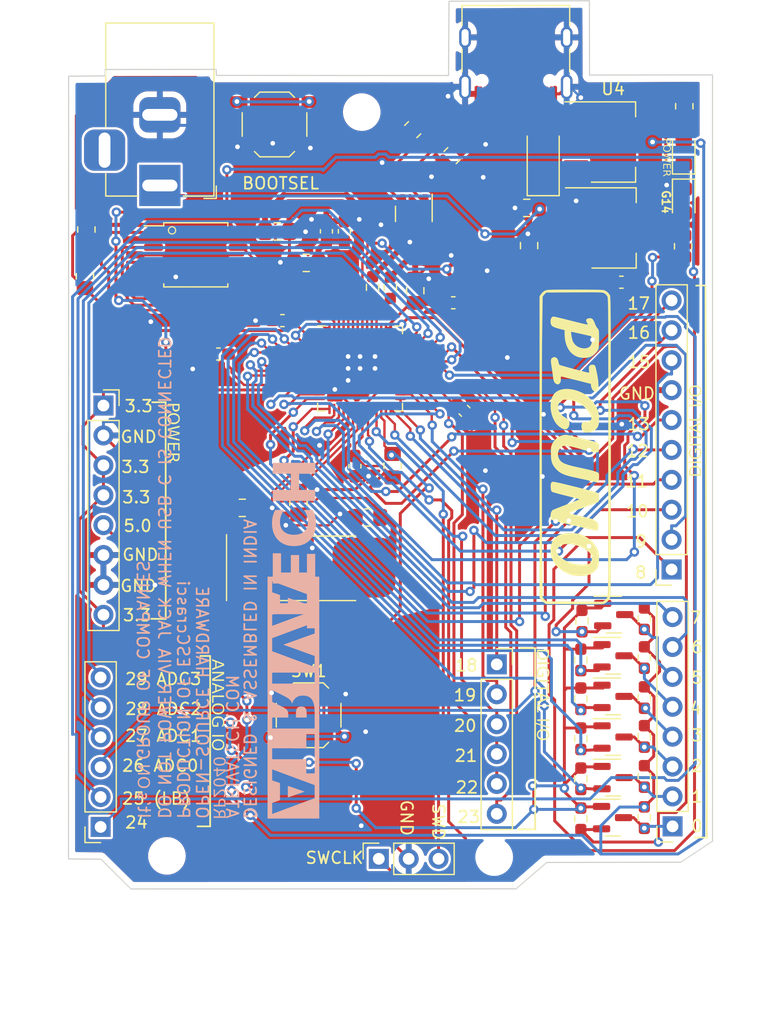
<source format=kicad_pcb>
(kicad_pcb (version 20221018) (generator pcbnew)
  (title_block (title "RP2040-BOARD") (company "ESC crasci") (comment 1 "ONGOC-FOR_ADMIN_ONLY"))
  (layers (0 "F.Cu" signal) (31 "B.Cu" signal) (34 "B.Paste" user) (35 "F.Paste" user) (36 "B.SilkS" user "B.Silkscreen") (37 "F.SilkS" user "F.Silkscreen") (38 "B.Mask" user) (39 "F.Mask" user) (44 "Edge.Cuts" user))
  (net 0 "")
  (net 1 "GND")
  (net 2 "Net-(U1-XIN)")
  (net 3 "Net-(C2-Pad2)")
  (net 4 "+1V1")
  (net 5 "VBUS")
  (net 6 "Net-(D1-A)")
  (net 7 "/USB1_DN")
  (net 8 "/USB1_DP")
  (net 9 "Net-(J1-CC1)")
  (net 11 "Net-(J1-CC2)")
  (net 13 "USB_DN")
  (net 14 "USB_DP")
  (net 15 "Net-(R6-Pad1)")
  (net 16 "QSPI_SS")
  (net 17 "Net-(U1-XOUT)")
  (net 18 "Net-(J3-Pin_3)")
  (net 19 "Net-(J3-Pin_4)")
  (net 20 "Net-(J3-Pin_5)")
  (net 21 "Net-(J3-Pin_6)")
  (net 22 "Net-(D4-A)")
  (net 23 "Net-(J3-Pin_8)")
  (net 24 "Net-(J5-Pin_1)")
  (net 25 "Net-(J5-Pin_2)")
  (net 26 "Net-(J5-Pin_3)")
  (net 27 "Net-(J5-Pin_4)")
  (net 28 "Net-(J5-Pin_5)")
  (net 29 "Net-(J5-Pin_6)")
  (net 30 "Net-(J7-Pin_1)")
  (net 31 "Net-(J7-Pin_2)")
  (net 32 "QSPI_SD3")
  (net 33 "QSPI_SCLK")
  (net 34 "QSPI_SD0")
  (net 35 "QSPI_SD2")
  (net 36 "QSPI_SSD1")
  (net 37 "Net-(J3-Pin_1)")
  (net 38 "Net-(J3-Pin_2)")
  (net 39 "Net-(J7-Pin_3)")
  (net 40 "Net-(J7-Pin_4)")
  (net 41 "Net-(J7-Pin_5)")
  (net 42 "Net-(J7-Pin_6)")
  (net 43 "Net-(J8-Pin_1)")
  (net 44 "Net-(J8-Pin_3)")
  (net 46 "Net-(D5-A)")
  (net 47 "14")
  (net 48 "26")
  (net 49 "3V")
  (net 50 "Net-(J3-Pin_9)")
  (net 51 "Net-(J3-Pin_10)")
  (net 52 "5V")
  (net 53 "Net-(J4-Pin_1)")
  (net 54 "Net-(J4-Pin_2)")
  (net 55 "Net-(J4-Pin_3)")
  (net 56 "Net-(J4-Pin_4)")
  (net 57 "Net-(J4-Pin_5)")
  (net 58 "Net-(J4-Pin_6)")
  (net 59 "Net-(J4-Pin_7)")
  (net 60 "Net-(J4-Pin_8)")
  (net 61 "Net-(Q1-S)")
  (net 62 "Net-(Q2-S)")
  (net 63 "Net-(Q3-S)")
  (net 64 "Net-(Q4-S)")
  (net 65 "Net-(Q5-S)")
  (net 66 "Net-(Q6-S)")
  (footprint "Capacitor_SMD:C_0805_2012Metric_Pad1.18x1.45mm_HandSolder" (layer "F.Cu") (at 100.92 39.9345 90)
    (fp_text reference "C12" hide)
    (fp_text value "1u" hide)
  )
  (footprint "Button_Switch_SMD:SW_SPST_TL3342" (layer "F.Cu") (at 88.95 25.8105)
    (fp_text reference "SW2" hide)
    (fp_text value "TACT SW")
  )
  (footprint "Capacitor_SMD:C_0603_1608Metric_Pad1.08x0.95mm_HandSolder" (layer "F.Cu") (at 84.1775 45.3125 180)
    (fp_text reference "C6" hide)
    (fp_text value "100n")
  )
  (footprint "Package_TO_SOT_SMD:SOT-23" (layer "F.Cu") (at 117.7375 81.3)
    (fp_text reference "Q2" hide)
    (fp_text value "BSS138")
  )
  (footprint "Package_TO_SOT_SMD:SOT-223-3_TabPin2" (layer "F.Cu") (at 117.8 34.6)
    (fp_text reference "U2" hide)
    (fp_text value "AZ1117CH-3.3TRG1 SOT223-3" hide)
  )
  (footprint "Connector_PinSocket_2.54mm:PinSocket_1x06_P2.54mm_Vertical" (layer "F.Cu") (at 107.85 71.6805)
    (fp_text reference "J7" hide)
    (fp_text value "Conn_01x06_Socket")
  )
  (footprint "Resistor_SMD:R_0805_2012Metric_Pad1.20x1.40mm_HandSolder" (layer "F.Cu") (at 90.99 57.9505 90)
    (fp_text reference "R16" hide)
    (fp_text value "1k" hide)
  )
  (footprint "Capacitor_SMD:C_0805_2012Metric_Pad1.18x1.45mm_HandSolder" (layer "F.Cu") (at 110.6 36.1 90)
    (fp_text reference "C14" hide)
    (fp_text value "10u" hide)
  )
  (footprint "Resistor_SMD:R_0805_2012Metric_Pad1.20x1.40mm_HandSolder" (layer "F.Cu") (at 98.99 54.8005 90)
    (fp_text reference "R33" hide)
    (fp_text value "5.1K" hide)
  )
  (footprint "MountingHole:MountingHole_2.7mm_M2.5_ISO14580" (layer "F.Cu") (at 96.37 24.7605)
    (fp_text reference "REF**" hide)
    (fp_text value "MountingHole_2.7mm_M2.5_ISO14580")
  )
  (footprint "Resistor_SMD:R_0603_1608Metric_Pad0.98x0.95mm_HandSolder" (layer "F.Cu") (at 115 78 90)
    (fp_text reference "R11" hide)
    (fp_text value "10K")
  )
  (footprint "Connector_PinSocket_2.54mm:PinSocket_1x08_P2.54mm_Vertical" (layer "F.Cu") (at 74.4 49.6905)
    (fp_text reference "J6" hide)
    (fp_text value "Conn_01x08_Socket")
  )
  (footprint "Resistor_SMD:R_0805_2012Metric_Pad1.20x1.40mm_HandSolder" (layer "F.Cu") (at 100.7 26.25 -135)
    (fp_text reference "R3" hide)
    (fp_text value "5.1K" hide)
  )
  (footprint "Resistor_SMD:R_0805_2012Metric" (layer "F.Cu") (at 123.7 36.1605 -90)
    (fp_text reference "R8" hide)
    (fp_text value "R_Small")
  )
  (footprint "Package_TO_SOT_SMD:SOT-23" (layer "F.Cu") (at 117.8 67.45)
    (fp_text reference "Q6" hide)
    (fp_text value "BSS138")
  )
  (footprint "Resistor_SMD:R_0805_2012Metric_Pad1.20x1.40mm_HandSolder" (layer "F.Cu") (at 72.825 38.7105 90)
    (fp_text reference "R7" hide)
    (fp_text value "10k" hide)
  )
  (footprint "Capacitor_SMD:C_0805_2012Metric_Pad1.18x1.45mm_HandSolder" (layer "F.Cu") (at 89.18 34.9025)
    (fp_text reference "C15" hide)
    (fp_text value "100n")
  )
  (footprint "Connector_PinSocket_2.54mm:PinSocket_1x10_P2.54mm_Vertical" (layer "F.Cu") (at 122.72 63.6205 180)
    (fp_text reference "J3" hide)
    (fp_text value "Conn_01x10_Socket")
  )
  (footprint "Capacitor_SMD:C_0603_1608Metric_Pad1.08x0.95mm_HandSolder" (layer "F.Cu") (at 89.622 42.4745 180)
    (fp_text reference "C7" hide)
    (fp_text value "100n" hide)
  )
  (footprint "Package_TO_SOT_SMD:SOT-23" (layer "F.Cu") (at 117.7375 70.95)
    (fp_text reference "Q5" hide)
    (fp_text value "BSS138")
  )
  (footprint "Package_TO_SOT_SMD:SOT-23" (layer "F.Cu") (at 117.7 84.7)
    (fp_text reference "Q1" hide)
    (fp_text value "BSS138")
  )
  (footprint "Resistor_SMD:R_0603_1608Metric_Pad0.98x0.95mm_HandSolder" (layer "F.Cu") (at 120.4 77.8 90)
    (fp_text reference "R20" hide)
    (fp_text value "10K")
  )
  (footprint "Package_TO_SOT_SMD:SOT-23" (layer "F.Cu") (at 117.7375 77.85)
    (fp_text reference "Q3" hide)
    (fp_text value "BSS138")
  )
  (footprint "Package_TO_SOT_SMD:SOT-23" (layer "F.Cu") (at 100.798 33.409 -90)
    (fp_text reference "D3" hide)
    (fp_text value "D_TVS_Dual_AAC" hide)
  )
  (footprint "Capacitor_SMD:C_0805_2012Metric_Pad1.18x1.45mm_HandSolder" (layer "F.Cu") (at 91.65 37.5725 180)
    (fp_text reference "C5" hide)
    (fp_text value "1u" hide)
  )
  (footprint "Capacitor_SMD:C_0603_1608Metric_Pad1.08x0.95mm_HandSolder" (layer "F.Cu") (at 93.3643 34.89 90)
    (fp_text reference "C3" hide)
    (fp_text value "100n" hide)
  )
  (footprint "Resistor_SMD:R_0603_1608Metric_Pad0.98x0.95mm_HandSolder" (layer "F.Cu") (at 120.4 84.7 90)
    (fp_text reference "R18" hide)
    (fp_text value "10K")
  )
  (footprint "Capacitor_SMD:C_0603_1608Metric_Pad1.08x0.95mm_HandSolder" (layer "F.Cu") (at 105.106 50.1385 -45)
    (fp_text reference "C9" hide)
    (fp_text value "100n" hide)
  )
  (footprint "Connector_PinSocket_2.54mm:PinSocket_1x08_P2.54mm_Vertical" (layer "F.Cu") (at 122.8 85.4405 180)
    (fp_text reference "J4" hide)
    (fp_text value "Conn_01x08_Socket")
  )
  (footprint "Package_TO_SOT_SMD:SOT-223-3_TabPin2" (layer "F.Cu") (at 117.75 27.3)
    (fp_text reference "U4")
    (fp_text value "AMS1117-5.0")
  )
  (footprint "Resistor_SMD:R_0603_1608Metric_Pad0.98x0.95mm_HandSolder" (layer "F.Cu") (at 98.8 39.6825 -90)
    (fp_text reference "R4" hide)
    (fp_text value "27R" hide)
  )
  (footprint "Resistor_SMD:R_0603_1608Metric_Pad0.98x0.95mm_HandSolder" (layer "F.Cu") (at 115 81.4 90)
    (fp_text reference "R10" hide)
    (fp_text value "10K")
  )
  (footprint "Resistor_SMD:R_0603_1608Metric_Pad0.98x0.95mm_HandSolder" (layer "F.Cu") (at 115.1 68 90)
    (fp_text reference "R14" hide)
    (fp_text value "10K")
  )
  (footprint "LED_SMD:LED_0805_2012Metric_Pad1.15x1.40mm_HandSolder" (layer "F.Cu") (at 123.75 28.1605 90)
    (fp_text reference "D5" hide)
    (fp_text value "LED")
  )
  (footprint "Resistor_SMD:R_0805_2012Metric_Pad1.20x1.40mm_HandSolder" (layer "F.Cu") (at 104.042893 28.457107 -135)
    (fp_text reference "R2" hide)
    (fp_text value "5.1K" hide)
  )
  (footprint "Connector_PinSocket_2.54mm:PinSocket_1x06_P2.54mm_Vertical" (layer "F.Cu") (at 74.16 85.4905 180)
    (fp_text reference "J5" hide)
    (fp_text value "Conn_01x06_Pin")
  )
  (footprint "Package_DFN_QFN:QFN-56-1EP_7x7mm_P0.4mm_EP3.2x3.2mm" (layer "F.Cu") (at 96.226 46.5385)
    (fp_text reference "U1" hide)
    (fp_text value "RP2040" hide)
  )
  (footprint "Resistor_SMD:R_0603_1608Metric_Pad0.98x0.95mm_HandSolder" (layer "F.Cu") (at 115 74.6 90)
    (fp_text reference "R12" hide)
    (fp_text value "10K")
  )
  (footprint "Resistor_SMD:R_0603_1608Metric_Pad0.98x0.95mm_HandSolder" (layer "F.Cu") (at 115 84.8 90)
    (fp_text reference "R9" hide)
    (fp_text value "10K")
  )
  (footprint "Capacitor_SMD:C_0805_2012Metric_Pad1.18x1.45mm_HandSolder" (layer "F.Cu") (at 110.4 32.9 180)
    (fp_text reference "C13" hide)
    (fp_text value "10u")
  )
  (footprint "Resistor_SMD:R_0805_2012Metric_Pad1.20x1.40mm_HandSolder" (layer "F.Cu") (at 72.95 34.7355 -90)
    (fp_text reference "R6" hide)
    (fp_text value "1k" hide)
  )
  (footprint "Connector_USB:USB_C_Receptacle_G-Switch_GT-USB-7010ASV" (layer "F.Cu") (at 109.475 19.4855 180)
    (fp_text reference "J1" hide)
    (fp_text value "USB_C_Receptacle_USB2.0" hide)
  )
  (footprint "Capacitor_SMD:C_0603_1608Metric_Pad1.08x0.95mm_HandSolder" (layer "F.Cu") (at 95.79 54.843 -90)
    (fp_text reference "C11" hide)
    (fp_text value "100n" hide)
  )
  (footprint "Resistor_SMD:R_0603_1608Metric_Pad0.98x0.95mm_HandSolder" (layer "F.Cu") (at 97.29 39.6525 -90)
    (fp_text reference "R5" hide)
    (fp_text value "27R" hide)
  )
  (footprint "Capacitor_SMD:C_0603_1608Metric_Pad1.08x0.95mm_HandSolder" (layer "F.Cu") (at 104.15 40.9605)
    (fp_text reference "C10" hide)
    (fp_text value "100n")
  )
  (footprint "LED_SMD:LED_0805_2012Metric_Pad1.15x1.40mm_HandSolder" (layer "F.Cu") (at 123.75 32.3105 -90)
    (fp_text reference "D4" hide)
    (fp_text value "LED")
  )
  (footprint "Package_SO:SOIC-8_5.23x5.23mm_P1.27mm" (layer "F.Cu") (at 82.256 36.8865)
    (fp_text reference "U3" hide)
    (fp_text value "W25Q128JVS" hide)
  )
  (footprint "Resistor_SMD:R_0603_1608Metric_Pad0.98x0.95mm_HandSolder" (layer "F.Cu") (at 120.4 71.1 90)
    (fp_text reference "R22" hide)
    (fp_text value "10K")
  )
  (footprint "Resistor_SMD:R_0603_1608Metric_Pad0.98x0.95mm_HandSolder" (layer "F.Cu") (at 120.4 81.2 90)
    (fp_text reference "R19" hide)
    (fp_text value "10K")
  )
  (footprint "Resistor_SMD:R_0603_1608Metric_Pad0.98x0.95mm_HandSolder" (layer "F.Cu") (at 120.4 67.8 90)
    (fp_text reference "R23" hide)
    (fp_text value "10K")
  )
  (footprint "Resistor_SMD:R_0805_2012Metric" (layer "F.Cu") (at 123.8 24.2605 -90)
    (fp_text reference "R1" hide)
    (fp_text value "R_Small")
  )
  (footprint "Capacitor_SMD:C_0603_1608Metric_Pad1.08x0.95mm_HandSolder" (layer "F.Cu") (at 94.8883 34.89 90)
    (fp_text reference "C4" hide)
    (fp_text value "100n" hide)
  )
  (footprint "Connector_BarrelJack:BarrelJack_Horizontal" (layer "F.Cu") (at 79.198 30.9925 -90)
    (fp_text reference "J9" hide)
    (fp_text value "Barrel_Jack_Switch")
  )
  (footprint "Connector_PinSocket_2.54mm:PinSocket_1x03_P2.54mm_Vertical" (layer "F.Cu") (at 97.82 88.2 90)
    (fp_text reference "J8" hide)
    (fp_text value "Conn_01x03_Pin" hide)
  )
  (footprint "Capacitor_SMD:C_0805_2012Metric_Pad1.18x1.45mm_HandSolder" (layer "F.Cu") (at 96.9 59.2)
    (fp_text reference "C1" hide)
    (fp_text value "27p" hide)
  )
  (footprint "Button_Switch_SMD:SW_SPST_TL3342" (layer "F.Cu") (at 91.85 76)
    (fp_text reference "SW1")
    (fp_text value "TACT SW")
  )
  (footprint "Package_TO_SOT_SMD:SOT-23" (layer "F.Cu") (at 117.7375 74.4)
    (fp_text reference "Q4" hide)
    (fp_text value "BSS138")
  )
  (footprint "MountingHole:MountingHole_2.7mm_M2.5_ISO14580" (layer "F.Cu") (at 107.63 88.0505 -90)
    (fp_text reference "REF**" hide)
    (fp_text value "MountingHole_2.7mm_M2.5_ISO14580")
  )
  (footprint "Capacitor_SMD:C_0603_1608Metric_Pad1.08x0.95mm_HandSolder" (layer "F.Cu") (at 118.45 39.2105)
    (fp_text reference "C8" hide)
    (fp_text value "100n")
  )
  (footprint "Crystal:Crystal_SMD_SeikoEpson_MA505-2Pin_12.7x5.1mm_HandSoldering" (layer "F.Cu") (at 92.55 63.5205)
    (fp_text reference "Y1" hide)
    (fp_text value "Crystal 12 Mhz")
  )
  (footprint "Resistor_SMD:R_0603_1608Metric_Pad0.98x0.95mm_HandSolder" (layer "F.Cu") (at 120.4 74.5 90)
    (fp_text reference "R21" hide)
    (fp_text value "10K")
  )
  (footprint "MountingHole:MountingHole_2.7mm_M2.5_ISO14580" (layer "F.Cu") (at 79.8 87.95)
    (fp_text reference "REF**" hide)
    (fp_text value "MountingHole_2.7mm_M2.5_ISO14580")
  )
  (footprint "Resistor_SMD:R_0603_1608Metric_Pad0.98x0.95mm_HandSolder" (layer "F.Cu") (at 115 71.3 90)
    (fp_text reference "R13" hide)
    (fp_text value "10K")
  )
  (footprint "Capacitor_SMD:C_0805_2012Metric_Pad1.18x1.45mm_HandSolder" (layer "F.Cu") (at 86.21 58.3825 180)
    (fp_text reference "C2" hide)
    (fp_text value "27p" hide)
  )
  (footprint "Diode_SMD:D_SOD-128" (layer "F.Cu") (at 111.8 28.7 90)
    (fp_text reference "D1" hide)
    (fp_text value "D_Schottky")
  )
  (gr_line (start 124.675 86.3875) (end 125.725 86.3875) (stroke (width 0.15)) (layer "F.SilkS"))
  (gr_poly (pts (xy 116.542863 62.803527) (xy 116.538492 62.906831) (xy 116.531872 63.007394) (xy 116.523061 63.103335) (xy 116.512121 63.192773) (xy 116.499112 63.273827) (xy 116.484094 63.344616) (xy 116.467128 63.403259) (xy 116.448274 63.447875) (xy 116.421447 63.493571) (xy 116.391019 63.539356) (xy 116.357259 63.584992) (xy 116.320436 63.630245) (xy 116.280818 63.67488) (xy 116.238674 63.718662) (xy 116.194273 63.761356) (xy 116.147884 63.802726) (xy 116.099774 63.842537) (xy 116.050214 63.880555) (xy 115.999471 63.916544) (xy 115.947814 63.95027) (xy 115.895513 63.981496) (xy 115.842835 64.009988) (xy 115.79005 64.03551) (xy 115.737426 64.057829) (xy 115.664994 64.082926) (xy 115.582753 64.104899) (xy 115.492074 64.123741) (xy 115.394329 64.139447) (xy 115.290886 64.152008) (xy 115.183117 64.161419) (xy 115.072392 64.167672) (xy 114.960081 64.170761) (xy 114.847556 64.17068) (xy 114.736186 64.167421) (xy 114.627342 64.160977) (xy 114.522394 64.151343) (xy 114.422713 64.13851) (xy 114.32967 64.122474) (xy 114.244634 64.103226) (xy 114.168977 64.08076) (xy 113.965754 64.005076) (xy 113.774132 63.920935) (xy 113.594321 63.828584) (xy 113.426529 63.728273) (xy 113.270962 63.62025) (xy 113.127831 63.504763) (xy 113.060994 63.444298) (xy 112.997343 63.382061) (xy 112.936905 63.318082) (xy 112.879706 63.252392) (xy 112.825772 63.185023) (xy 112.775129 63.116006) (xy 112.727803 63.045371) (xy 112.68382 62.97315) (xy 112.643206 62.899374) (xy 112.605987 62.824073) (xy 112.572189 62.74728) (xy 112.541839 62.669025) (xy 112.514961 62.589338) (xy 112.491583 62.508252) (xy 112.47173 62.425797) (xy 112.455428 62.342005) (xy 112.442704 62.256906) (xy 112.433583 62.170531) (xy 112.428091 62.082912) (xy 112.426254 61.994079) (xy 112.427508 61.905298) (xy 112.431342 61.821051) (xy 112.437863 61.741037) (xy 112.447179 61.664953) (xy 112.459396 61.592497) (xy 112.474624 61.523366) (xy 112.492968 61.457258) (xy 112.514537 61.393871) (xy 112.539439 61.332903) (xy 112.567779 61.274051) (xy 112.599667 61.217012) (xy 112.63521 61.161485) (xy 112.674514 61.107168) (xy 112.717688 61.053757) (xy 112.764839 61.000951) (xy 112.816074 60.948447) (xy 112.851327 60.914558) (xy 112.885054 60.883283) (xy 112.917559 60.854439) (xy 112.949143 60.827846) (xy 112.98011 60.803322) (xy 113.01076 60.780686) (xy 113.041398 60.759756) (xy 113.072324 60.740351) (xy 113.103841 60.72229) (xy 113.136251 60.705391) (xy 113.169858 60.689473) (xy 113.204962 60.674354) (xy 113.241867 60.659853) (xy 113.280875 60.645789) (xy 113.322287 60.631981) (xy 113.366407 60.618246) (xy 113.440476 60.597179) (xy 113.521054 60.578691) (xy 113.607235 60.562783) (xy 113.698112 60.549455) (xy 113.792778 60.538706) (xy 113.890326 60.530537) (xy 113.916276 60.529079) (xy 113.916276 61.448894) (xy 113.851509 61.448961) (xy 113.788195 61.451825) (xy 113.726444 61.457396) (xy 113.666362 61.465585) (xy 113.608059 61.476304) (xy 113.551643 61.489463) (xy 113.497223 61.504974) (xy 113.444905 61.522746) (xy 113.3948 61.542692) (xy 113.347015 61.564722) (xy 113.301658 61.588747) (xy 113.258839 61.614679) (xy 113.218664 61.642427) (xy 113.181243 61.671904) (xy 113.146684 61.70302) (xy 113.115095 61.735687) (xy 113.086584 61.769814) (xy 113.061261 61.805313) (xy 113.039232 61.842096) (xy 113.020607 61.880073) (xy 113.005494 61.919154) (xy 112.994001 61.959252) (xy 112.986236 62.000277) (xy 112.982308 62.04214) (xy 112.982325 62.084752) (xy 112.986396 62.128025) (xy 112.994628 62.171868) (xy 113.007131 62.216193) (xy 113.024012 62.260911) (xy 113.045379 62.305933) (xy 113.078601 62.362461) (xy 113.121113 62.420004) (xy 113.172318 62.478178) (xy 113.231619 62.536601) (xy 113.298416 62.594889) (xy 113.372113 62.65266) (xy 113.452112 62.70953) (xy 113.537813 62.765118) (xy 113.628621 62.81904) (xy 113.723936 62.870912) (xy 113.823161 62.920353) (xy 113.925698 62.966979) (xy 114.030949 63.010407) (xy 114.138316 63.050254) (xy 114.247202 63.086138) (xy 114.357008 63.117676) (xy 114.429203 63.13439) (xy 114.510642 63.149922) (xy 114.59982 63.163949) (xy 114.695233 63.176148) (xy 114.795375 63.186198) (xy 114.898741 63.193776) (xy 115.003828 63.198559) (xy 115.109129 63.200225) (xy 115.204853 63.200202) (xy 115.292771 63.198326) (xy 115.373245 63.194461) (xy 115.410804 63.191741) (xy 115.446639 63.188473) (xy 115.480794 63.184641) (xy 115.513314 63.180228) (xy 115.544246 63.175217) (xy 115.573635 63.169591) (xy 115.601525 63.163334) (xy 115.627963 63.156428) (xy 115.652993 63.148858) (xy 115.676661 63.140605) (xy 115.699012 63.131654) (xy 115.720092 63.121988) (xy 115.739946 63.111589) (xy 115.75862 63.100441) (xy 115.776158 63.088527) (xy 115.792606 63.075831) (xy 115.808009 63.062335) (xy 115.822413 63.048023) (xy 115.835863 63.032878) (xy 115.848405 63.016884) (xy 115.860083 63.000022) (xy 115.870944 62.982278) (xy 115.881032 62.963633) (xy 115.890392 62.944071) (xy 115.899071 62.923575) (xy 115.907113 62.902129) (xy 115.923927 62.847767) (xy 115.936502 62.794642) (xy 115.944791 62.742591) (xy 115.947313 62.716919) (xy 115.948746 62.691454) (xy 115.949085 62.666178) (xy 115.948322 62.64107) (xy 115.946453 62.616109) (xy 115.943471 62.591276) (xy 115.93937 62.566551) (xy 115.934145 62.541913) (xy 115.92779 62.517342) (xy 115.920298 62.492818) (xy 115.911665 62.468321) (xy 115.901883 62.443831) (xy 115.878853 62.39479) (xy 115.85116 62.345534) (xy 115.818759 62.295902) (xy 115.781601 62.245732) (xy 115.739639 62.194864) (xy 115.692828 62.143136) (xy 115.641119 62.090387) (xy 115.576792 62.031937) (xy 115.506151 61.975348) (xy 115.429544 61.920762) (xy 115.347321 61.868318) (xy 115.259831 61.818159) (xy 115.167424 61.770424) (xy 115.070448 61.725256) (xy 114.969253 61.682795) (xy 114.864189 61.643183) (xy 114.755605 61.60656) (xy 114.64385 61.573068) (xy 114.529273 61.542848) (xy 114.412225 61.51604) (xy 114.293053 61.492786) (xy 114.172107 61.473227) (xy 114.049738 61.457504) (xy 113.982388 61.451711) (xy 113.916276 61.448894) (xy 113.916276 60.529079) (xy 113.989849 60.524948) (xy 114.09044 60.521938) (xy 114.191192 60.521508) (xy 114.291199 60.523658) (xy 114.389552 60.528387) (xy 114.485347 60.535696) (xy 114.577675 60.545585) (xy 114.665629 60.558053) (xy 114.748304 60.573101) (xy 114.824791 60.590729) (xy 114.970103 60.633018) (xy 115.1117 60.683974) (xy 115.2492 60.743233) (xy 115.382218 60.810432) (xy 115.510373 60.885209) (xy 115.633281 60.967202) (xy 115.750559 61.056046) (xy 115.861825 61.151381) (xy 115.966696 61.252842) (xy 116.064787 61.360066) (xy 116.155718 61.472692) (xy 116.239105 61.590357) (xy 116.314564 61.712697) (xy 116.381713 61.83935) (xy 116.440169 61.969953) (xy 116.489549 62.104143) (xy 116.50536 62.161658) (xy 116.518436 62.23148) (xy 116.528839 62.311728) (xy 116.536628 62.400522) (xy 116.541865 62.495979) (xy 116.544609 62.59622) (xy 116.544922 62.699363)) (fill solid) (layer "F.SilkS"))
  (gr_poly (pts (xy 116.553055 55.768869) (xy 116.552179 55.798441) (xy 116.550951 55.826951) (xy 116.54937 55.854403) (xy 116.547436 55.880801) (xy 116.545148 55.906149) (xy 116.542504 55.930452) (xy 116.539504 55.953713) (xy 116.536148 55.975938) (xy 116.532433 55.99713) (xy 116.528361 56.017292) (xy 116.523928 56.036431) (xy 116.519136 56.054549) (xy 116.513982 56.071651) (xy 116.508467 56.087741) (xy 116.502588 56.102824) (xy 116.496346 56.116903) (xy 116.48974 56.129982) (xy 116.482768 56.142067) (xy 116.47543 56.153161) (xy 116.467726 56.163268) (xy 116.459653 56.172392) (xy 116.451212 56.180538) (xy 116.442401 56.18771) (xy 116.43322 56.193913) (xy 116.423668 56.199149) (xy 116.413744 56.203424) (xy 116.403447 56.206742) (xy 116.392776 56.209106) (xy 116.381731 56.210522) (xy 116.37031 56.210993) (xy 116.341226 56.208709) (xy 116.296717 56.202179) (xy 116.238988 56.191887) (xy 116.170241 56.178317) (xy 116.008509 56.143276) (xy 115.829149 56.100927) (xy 115.593609 56.043027) (xy 115.279389 55.971369) (xy 114.928193 55.894551) (xy 114.581727 55.821174) (xy 114.403256 55.783005) (xy 114.238718 55.745628) (xy 114.087213 55.708655) (xy 113.94784 55.671695) (xy 113.8197 55.634359) (xy 113.701892 55.596258) (xy 113.593516 55.557) (xy 113.493672 55.516198) (xy 113.401459 55.47346) (xy 113.315978 55.428399) (xy 113.236328 55.380623) (xy 113.161609 55.329744) (xy 113.090921 55.275371) (xy 113.023363 55.217115) (xy 112.958036 55.154587) (xy 112.894038 55.087396) (xy 112.831656 55.017188) (xy 112.77505 54.948801) (xy 112.723981 54.881475) (xy 112.678205 54.814451) (xy 112.63748 54.746971) (xy 112.601566 54.678274) (xy 112.57022 54.607603) (xy 112.543201 54.534197) (xy 112.520266 54.457298) (xy 112.501173 54.376146) (xy 112.485682 54.289983) (xy 112.473549 54.198049) (xy 112.464534 54.099585) (xy 112.458393 53.993833) (xy 112.454887 53.880032) (xy 112.453771 53.757424) (xy 112.453037 53.593927) (xy 112.45355 53.523892) (xy 112.454775 53.460688) (xy 112.456806 53.403585) (xy 112.459737 53.351849) (xy 112.463662 53.304748) (xy 112.468676 53.261551) (xy 112.474872 53.221524) (xy 112.482345 53.183936) (xy 112.491188 53.148055) (xy 112.501496 53.113147) (xy 112.513362 53.078482) (xy 112.52688 53.043326) (xy 112.542146 53.006948) (xy 112.559252 52.968614) (xy 112.601309 52.884127) (xy 112.649783 52.802851) (xy 112.704208 52.725096) (xy 112.764122 52.651169) (xy 112.829061 52.581381) (xy 112.898561 52.51604) (xy 112.97216 52.455455) (xy 113.049393 52.399936) (xy 113.129796 52.349791) (xy 113.212907 52.305329) (xy 113.298262 52.26686) (xy 113.385397 52.234692) (xy 113.473849 52.209135) (xy 113.563154 52.190497) (xy 113.652848 52.179087) (xy 113.742469 52.175216) (xy 113.9 52.2) (xy 114.208174 52.266006) (xy 115.074161 52.471593) (xy 115.935848 52.691799) (xy 116.238648 52.776078) (xy 116.388655 52.826445) (xy 116.398965 52.83181) (xy 116.409221 52.837551) (xy 116.419369 52.843615) (xy 116.429356 52.849948) (xy 116.439129 52.856496) (xy 116.448632 52.863205) (xy 116.457814 52.870021) (xy 116.466618 52.876891) (xy 116.474993 52.883762) (xy 116.482885 52.890578) (xy 116.490239 52.897287) (xy 116.497001 52.903835) (xy 116.503119 52.910167) (xy 116.508538 52.916231) (xy 116.513205 52.921972) (xy 116.517065 52.927338) (xy 116.522427 52.93673) (xy 116.527338 52.948467) (xy 116.535831 52.97835) (xy 116.54259 53.015743) (xy 116.547663 53.059404) (xy 116.551097 53.10809) (xy 116.552939 53.160558) (xy 116.553236 53.215566) (xy 116.552035 53.27187) (xy 116.549382 53.328228) (xy 116.545326 53.383397) (xy 116.539912 53.436133) (xy 116.533189 53.485196) (xy 116.525202 53.52934) (xy 116.516 53.567325) (xy 116.505628 53.597906) (xy 116.500019 53.610032) (xy 116.494135 53.619841) (xy 116.472887 53.641005) (xy 116.444969 53.658017) (xy 116.409943 53.67081) (xy 116.367372 53.679317) (xy 116.316821 53.683471) (xy 116.257852 53.683205) (xy 116.190029 53.678451) (xy 116.112915 53.669142) (xy 116.026073 53.655211) (xy 115.929067 53.636591) (xy 115.702816 53.585015) (xy 115.430668 53.513877) (xy 115.109129 53.422638) (xy 114.875808 53.356193) (xy 114.665038 53.29781) (xy 114.475403 53.247381) (xy 114.305485 53.204798) (xy 114.153867 53.169954) (xy 114.084477 53.155401) (xy 114.019131 53.142742) (xy 113.957651 53.131964) (xy 113.89986 53.123054) (xy 113.84558 53.115998) (xy 113.794636 53.110783) (xy 113.746848 53.107395) (xy 113.702041 53.10582) (xy 113.660037 53.106047) (xy 113.620659 53.10806) (xy 113.58373 53.111846) (xy 113.549072 53.117393) (xy 113.516508 53.124687) (xy 113.485861 53.133713) (xy 113.456955 53.14446) (xy 113.429611 53.156913) (xy 113.403653 53.171059) (xy 113.378903 53.186884) (xy 113.355184 53.204375) (xy 113.33232 53.223519) (xy 113.310132 53.244302) (xy 113.288444 53.266711) (xy 113.257149 53.301362) (xy 113.228555 53.334965) (xy 113.202568 53.367762) (xy 113.179093 53.399994) (xy 113.158037 53.431905) (xy 113.139305 53.463734) (xy 113.122804 53.495725) (xy 113.108439 53.528119) (xy 113.096116 53.561158) (xy 113.085741 53.595083) (xy 113.07722 53.630138) (xy 113.07046 53.666562) (xy 113.065366 53.704599) (xy 113.061843 53.74449) (xy 113.059799 53.786478) (xy 113.059138 53.830802) (xy 113.05952 53.859726) (xy 113.060688 53.888066) (xy 113.062675 53.915882) (xy 113.065516 53.943234) (xy 113.069243 53.970183) (xy 113.073891 53.996789) (xy 113.079492 54.023113) (xy 113.086081 54.049216) (xy 113.093692 54.075157) (xy 113.102357 54.100998) (xy 113.11211 54.126798) (xy 113.122985 54.152618) (xy 113.135016 54.178519) (xy 113.148236 54.204561) (xy 113.162678 54.230804) (xy 113.178377 54.257309) (xy 113.21445 54.313758) (xy 113.254567 54.366445) (xy 113.299763 54.415799) (xy 113.351073 54.462252) (xy 113.40953 54.506232) (xy 113.47617 54.54817) (xy 113.552026 54.588495) (xy 113.638135 54.627639) (xy 113.735529 54.666029) (xy 113.845244 54.704098) (xy 113.968315 54.742274) (xy 114.105775 54.780987) (xy 114.428003 54.861745) (xy 114.820205 54.949813) (xy 115.178862 55.027007) (xy 115.48125 55.094419) (xy 115.733011 55.153447) (xy 115.939789 55.205489) (xy 116.028073 55.229326) (xy 116.107227 55.251941) (xy 116.177956 55.273508) (xy 116.240967 55.294201) (xy 116.296965 55.314196) (xy 116.346654 55.333667) (xy 116.39074 55.352789) (xy 116.429929 55.371736) (xy 116.450214 55.381793) (xy 116.468168 55.391576) (xy 116.483932 55.401452) (xy 116.497646 55.411792) (xy 116.509453 55.422965) (xy 116.519493 55.43534) (xy 116.523895 55.442095) (xy 116.527907 55.449288) (xy 116.534837 55.465177) (xy 116.540423 55.483377) (xy 116.544806 55.504257) (xy 116.548128 55.528188) (xy 116.55053 55.555538) (xy 116.552152 55.586676) (xy 116.553136 55.621974) (xy 116.553754 55.706521)) (fill solid) (layer "F.SilkS"))
  (gr_poly (pts (xy 116.50368 48.159888) (xy 116.502663 48.195618) (xy 116.500973 48.227909) (xy 116.498551 48.257029) (xy 116.497047 48.270484) (xy 116.495337 48.283247) (xy 116.493413 48.295352) (xy 116.491269 48.306831) (xy 116.488896 48.31772) (xy 116.486288 48.328051) (xy 116.483435 48.337858) (xy 116.480332 48.347175) (xy 116.47697 48.356035) (xy 116.473342 48.364471) (xy 116.46944 48.372518) (xy 116.465257 48.380209) (xy 116.460785 48.387578) (xy 116.456017 48.394657) (xy 116.450944 48.401482) (xy 116.44556 48.408084) (xy 116.439857 48.414499) (xy 116.433827 48.420759) (xy 116.427463 48.426898) (xy 116.420758 48.43295) (xy 116.401165 48.449416) (xy 116.381122 48.463588) (xy 116.360689 48.47551) (xy 116.339927 48.485224) (xy 116.318897 48.492776) (xy 116.297658 48.498208) (xy 116.276271 48.501564) (xy 116.254798 48.502888) (xy 116.233297 48.502223) (xy 116.21183 48.499614) (xy 116.190456 48.495103) (xy 116.169238 48.488735) (xy 116.148234 48.480553) (xy 116.127506 48.470601) (xy 116.107114 48.458923) (xy 116.087118 48.445561) (xy 116.067579 48.430561) (xy 116.048557 48.413965) (xy 116.030113 48.395817) (xy 116.012307 48.376161) (xy 115.9952 48.35504) (xy 115.978852 48.332499) (xy 115.963323 48.30858) (xy 115.948675 48.283328) (xy 115.934967 48.256786) (xy 115.92226 48.228998) (xy 115.910614 48.200007) (xy 115.900091 48.169857) (xy 115.890749 48.138593) (xy 115.882651 48.106257) (xy 115.875856 48.072893) (xy 115.870424 48.038544) (xy 115.842907 47.845928) (xy 114.604657 47.534072) (xy 114.122399 47.414403) (xy 113.721831 47.316232) (xy 113.334305 47.222216) (xy 113.332182 47.222536) (xy 113.330114 47.223484) (xy 113.326145 47.227205) (xy 113.322404 47.23325) (xy 113.318898 47.241492) (xy 113.315634 47.251803) (xy 113.312619 47.264055) (xy 113.309859 47.278122) (xy 113.307361 47.293874) (xy 113.303178 47.329927) (xy 113.300124 47.371193) (xy 113.298252 47.416652) (xy 113.297616 47.465281) (xy 113.297386 47.501543) (xy 113.29664 47.534815) (xy 113.295288 47.565334) (xy 113.293245 47.593333) (xy 113.290422 47.619048) (xy 113.286733 47.642714) (xy 113.284536 47.653853) (xy 113.28209 47.664567) (xy 113.279383 47.674886) (xy 113.276405 47.68484) (xy 113.273145 47.694459) (xy 113.269592 47.70377) (xy 113.265735 47.712805) (xy 113.261563 47.721592) (xy 113.257065 47.730161) (xy 113.252231 47.73854) (xy 113.247049 47.74676) (xy 113.241508 47.75485) (xy 113.235597 47.762839) (xy 113.229307 47.770757) (xy 113.222625 47.778633) (xy 113.215541 47.786496) (xy 113.200122 47.802302) (xy 113.182963 47.818411) (xy 113.165622 47.834596) (xy 113.14957 47.848794) (xy 113.134594 47.861056) (xy 113.120477 47.871438) (xy 113.113674 47.87594) (xy 113.107006 47.879992) (xy 113.100444 47.883601) (xy 113.093964 47.886773) (xy 113.087537 47.889515) (xy 113.081137 47.891834) (xy 113.074737 47.893736) (xy 113.06831 47.895228) (xy 113.06183 47.896318) (xy 113.055269 47.897011) (xy 113.0486 47.897314) (xy 113.041797 47.897235) (xy 113.034833 47.896779) (xy 113.027681 47.895954) (xy 113.020313 47.894766) (xy 113.012704 47.893222) (xy 112.996653 47.889093) (xy 112.979312 47.88362) (xy 112.960466 47.876857) (xy 112.9399 47.868859) (xy 112.907377 47.853848) (xy 112.87685 47.836272) (xy 112.84827 47.816035) (xy 112.821592 47.793044) (xy 112.796768 47.767204) (xy 112.773751 47.738422) (xy 112.752495 47.706604) (xy 112.732951 47.671655) (xy 112.715073 47.633481) (xy 112.698815 47.591989) (xy 112.684128 47.547084) (xy 112.670967 47.498673) (xy 112.659283 47.44666) (xy 112.64903 47.390953) (xy 112.640162 47.331457) (xy 112.63263 47.268078) (xy 112.625625 47.19642) (xy 112.615289 47.107564) (xy 112.586769 46.892017) (xy 112.55137 46.648952) (xy 112.513391 46.405888) (xy 112.497392 46.299838) (xy 112.483859 46.204771) (xy 112.472892 46.119956) (xy 112.468402 46.081164) (xy 112.464592 46.04466) (xy 112.461473 46.010354) (xy 112.459059 45.978152) (xy 112.457363 45.947964) (xy 112.456396 45.919698) (xy 112.456171 45.893263) (xy 112.456702 45.868567) (xy 112.457999 45.845518) (xy 112.460077 45.824026) (xy 112.462948 45.803998) (xy 112.466624 45.785343) (xy 112.471118 45.767969) (xy 112.476442 45.751786) (xy 112.48261 45.7367) (xy 112.489633 45.722622) (xy 112.497525 45.709459) (xy 112.506297 45.69712) (xy 112.515963 45.685512) (xy 112.526535 45.674546) (xy 112.538025 45.664129) (xy 112.550447 45.65417) (xy 112.563813 45.644576) (xy 112.578135 45.635257) (xy 112.593426 45.626122) (xy 112.609699 45.617078) (xy 112.630722 45.606689) (xy 112.651637 45.597868) (xy 112.672418 45.590597) (xy 112.693037 45.584858) (xy 112.713469 45.580635) (xy 112.733685 45.577909) (xy 112.75366 45.576662) (xy 112.773366 45.576877) (xy 112.792776 45.578537) (xy 112.811864 45.581624) (xy 112.830603 45.586119) (xy 112.848965 45.592006) (xy 112.866924 45.599267) (xy 112.884454 45.607884) (xy 112.901526 45.61784) (xy 112.918115 45.629116) (xy 112.934193 45.641696) (xy 112.949734 45.655561) (xy 112.964711 45.670695) (xy 112.979096 45.687078) (xy 112.992863 45.704695) (xy 113.005986 45.723527) (xy 113.018436 45.743556) (xy 113.030188 45.764765) (xy 113.041214 45.787136) (xy 113.051488 45.810651) (xy 113.060983 45.835294) (xy 113.069672 45.861046) (xy 113.077527 45.88789) (xy 113.084523 45.915807) (xy 113.090632 45.944781) (xy 113.095827 45.974794) (xy 113.099527 45.995464) (xy 113.103718 46.016114) (xy 113.108352 46.036616) (xy 113.113383 46.056843) (xy 113.118763 46.076666) (xy 113.124445 46.095959) (xy 113.130383 46.114593) (xy 113.136528 46.132442) (xy 113.142835 46.149376) (xy 113.149257 46.16527) (xy 113.155745 46.179995) (xy 113.162254 46.193423) (xy 113.168736 46.205426) (xy 113.175144 46.215879) (xy 113.181431 46.224651) (xy 113.18755 46.231617) (xy 113.221214 46.246694) (xy 113.302301 46.273554) (xy 113.580163 46.355585) (xy 114.412614 46.5836) (xy 115.259683 46.803017) (xy 115.555818 46.874299) (xy 115.696152 46.901188) (xy 115.696985 46.900855) (xy 115.697763 46.899867) (xy 115.699153 46.895993) (xy 115.700314 46.889701) (xy 115.70124 46.881124) (xy 115.702359 46.857656) (xy 115.702458 46.826664) (xy 115.701481 46.789223) (xy 115.699376 46.746407) (xy 115.696089 46.699292) (xy 115.691566 46.648952) (xy 115.688507 46.612591) (xy 115.686227 46.579059) (xy 115.684754 46.548173) (xy 115.684113 46.519753) (xy 115.684333 46.493617) (xy 115.685439 46.469584) (xy 115.687459 46.447472) (xy 115.68882 46.43708) (xy 115.690419 46.4271) (xy 115.692261 46.417509) (xy 115.694347 46.408286) (xy 115.696682 46.399407) (xy 115.699269 46.39085) (xy 115.702111 46.382591) (xy 115.705212 46.374609) (xy 115.708575 46.366881) (xy 115.712203 46.359383) (xy 115.7161 46.352094) (xy 115.720269 46.34499) (xy 115.724714 46.338049) (xy 115.729437 46.331248) (xy 115.739733 46.317977) (xy 115.751185 46.304994) (xy 115.761468 46.294568) (xy 115.772507 46.284788) (xy 115.784249 46.275654) (xy 115.796643 46.267168) (xy 115.809639 46.25933) (xy 115.823185 46.252141) (xy 115.837229 46.245602) (xy 115.851721 46.239714) (xy 115.86661 46.234477) (xy 115.881843 46.229893) (xy 115.897371 46.225963) (xy 115.913141 46.222686) (xy 115.945205 46.218099) (xy 115.977624 46.216138) (xy 116.00999 46.216811) (xy 116.041893 46.220124) (xy 116.057542 46.222773) (xy 116.072922 46.226084) (xy 116.087981 46.230059) (xy 116.102668 46.234698) (xy 116.116931 46.240002) (xy 116.130721 46.245972) (xy 116.143984 46.252608) (xy 116.156671 46.259913) (xy 116.168729 46.267885) (xy 116.180108 46.276527) (xy 116.190757 46.285839) (xy 116.200624 46.295822) (xy 116.213489 46.315379) (xy 116.227872 46.347586) (xy 116.260387 46.445946) (xy 116.296556 46.582893) (xy 116.334768 46.75042) (xy 116.373409 46.94052) (xy 116.410869 47.145184) (xy 116.445533 47.356405) (xy 116.475791 47.566175) (xy 116.483315 47.646288) (xy 116.491269 47.759938) (xy 116.498363 47.892505) (xy 116.503308 48.029372) (xy 116.503943 48.077034) (xy 116.504087 48.120449)) (fill solid) (layer "F.SilkS"))
  (gr_poly (pts (xy 116.553489 57.520037) (xy 116.552706 57.553462) (xy 116.551427 57.586067) (xy 116.54967 57.617712) (xy 116.547456 57.648255) (xy 116.544806 57.677555) (xy 116.541739 57.705472) (xy 116.538276 57.731863) (xy 116.534437 57.756588) (xy 116.530242 57.779506) (xy 116.52571 57.800476) (xy 116.520863 57.819357) (xy 116.515721 57.836007) (xy 116.510303 57.850286) (xy 116.50463 57.862052) (xy 116.501704 57.866949) (xy 116.498721 57.871165) (xy 116.486838 57.880854) (xy 116.463636 57.894284) (xy 116.385717 57.93143) (xy 116.269855 57.980721) (xy 116.12094 58.040278) (xy 115.743518 58.182662) (xy 115.292574 58.343534) (xy 115.092505 58.414398) (xy 114.914578 58.477705) (xy 114.757611 58.533958) (xy 114.620422 58.583661) (xy 114.501828 58.627317) (xy 114.400647 58.665432) (xy 114.356217 58.682568) (xy 114.315696 58.698508) (xy 114.278938 58.713314) (xy 114.245794 58.727049) (xy 114.216117 58.739776) (xy 114.189758 58.751559) (xy 114.16657 58.76246) (xy 114.146405 58.772543) (xy 114.129115 58.781869) (xy 114.114553 58.790503) (xy 114.10257 58.798507) (xy 114.09302 58.805944) (xy 114.08911 58.80947) (xy 114.085753 58.812878) (xy 114.08293 58.816175) (xy 114.080623 58.81937) (xy 114.078813 58.822471) (xy 114.077481 58.825485) (xy 114.07661 58.82842) (xy 114.07618 58.831284) (xy 114.076174 58.834086) (xy 114.076572 58.836832) (xy 114.077357 58.839531) (xy 114.078509 58.842191) (xy 114.080011 58.844819) (xy 114.081843 58.847424) (xy 114.086427 58.852594) (xy 114.107235 58.860852) (xy 114.154001 58.874807) (xy 114.314013 58.916799) (xy 114.543677 58.972549) (xy 114.820205 59.036037) (xy 115.178844 59.116993) (xy 115.332242 59.153031) (xy 115.469928 59.186663) (xy 115.593075 59.218307) (xy 115.702861 59.248379) (xy 115.80046 59.277295) (xy 115.887049 59.305472) (xy 115.963802 59.333327) (xy 116.031896 59.361276) (xy 116.092506 59.389735) (xy 116.120373 59.404286) (xy 116.146809 59.419122) (xy 116.171962 59.434293) (xy 116.195978 59.449851) (xy 116.241191 59.482341) (xy 116.283623 59.517008) (xy 116.324449 59.554268) (xy 116.350693 59.57929) (xy 116.374466 59.602888) (xy 116.395874 59.62525) (xy 116.415024 59.646563) (xy 116.432025 59.667017) (xy 116.446984 59.686799) (xy 116.460008 59.706098) (xy 116.471204 59.7251) (xy 116.480681 59.743996) (xy 116.488546 59.762972) (xy 116.494905 59.782217) (xy 116.499868 59.801918) (xy 116.50354 59.822265) (xy 116.50603 59.843444) (xy 116.507446 59.865645) (xy 116.507894 59.889055) (xy 116.506953 59.924333) (xy 116.504239 59.961035) (xy 116.499913 59.998651) (xy 116.494135 60.03667) (xy 116.487068 60.074581) (xy 116.478872 60.111875) (xy 116.469709 60.14804) (xy 116.459739 60.182565) (xy 116.449125 60.214941) (xy 116.438027 60.244657) (xy 116.426606 60.271202) (xy 116.415025 60.294065) (xy 116.409224 60.303957) (xy 116.403443 60.312736) (xy 116.397702 60.320341) (xy 116.392022 60.326705) (xy 116.386423 60.331767) (xy 116.380924 60.335461) (xy 116.375547 60.337724) (xy 116.37031 60.338493) (xy 115.943802 60.243331) (xy 114.96696 60.017464) (xy 113.118758 59.581785) (xy 113.00744 59.555368) (xy 112.908612 59.530818) (xy 112.821539 59.507639) (xy 112.745491 59.485333) (xy 112.711372 59.474353) (xy 112.679735 59.463404) (xy 112.650487 59.452425) (xy 112.623538 59.441353) (xy 112.598796 59.430128) (xy 112.576169 59.418685) (xy 112.555565 59.406964) (xy 112.536894 59.394901) (xy 112.520064 59.382436) (xy 112.504983 59.369505) (xy 112.49156 59.356047) (xy 112.479702 59.342) (xy 112.46932 59.327301) (xy 112.46032 59.311888) (xy 112.452612 59.295699) (xy 112.446104 59.278672) (xy 112.440704 59.260745) (xy 112.436321 59.241856) (xy 112.432864 59.221942) (xy 112.43024 59.200941) (xy 112.428359 59.178792) (xy 112.427129 59.155432) (xy 112.426254 59.10483) (xy 112.42712 59.047152) (xy 112.429739 58.992739) (xy 112.431716 58.966735) (xy 112.434145 58.941523) (xy 112.437028 58.917094) (xy 112.440371 58.893438) (xy 112.444178 58.870549) (xy 112.448452 58.848417) (xy 112.453198 58.827034) (xy 112.45842 58.806392) (xy 112.464123 58.786482) (xy 112.47031 58.767295) (xy 112.476986 58.748825) (xy 112.484154 58.731061) (xy 112.49182 58.713996) (xy 112.499987 58.697621) (xy 112.50866 58.681928) (xy 112.517843 58.666909) (xy 112.527539 58.652555) (xy 112.537753 58.638857) (xy 112.54849 58.625808) (xy 112.559754 58.613398) (xy 112.571548 58.601621) (xy 112.583877 58.590466) (xy 112.596745 58.579926) (xy 112.610156 58.569992) (xy 112.624115 58.560656) (xy 112.638625 58.551909) (xy 112.653692 58.543744) (xy 112.669319 58.536151) (xy 112.805039 58.478252) (xy 113.063724 58.375638) (xy 113.802088 58.091298) (xy 114.18768 57.942321) (xy 114.510069 57.814412) (xy 114.636948 57.762791) (xy 114.73529 57.721758) (xy 114.800848 57.693086) (xy 114.820006 57.68394) (xy 114.829376 57.678549) (xy 114.84214 57.662964) (xy 114.842386 57.655533) (xy 114.836041 57.647593) (xy 114.821231 57.638577) (xy 114.796082 57.627922) (xy 114.707271 57.599438) (xy 114.554613 57.557626) (xy 114.323113 57.49797) (xy 113.563611 57.307073) (xy 113.371056 57.25891) (xy 113.188337 57.211554) (xy 113.019699 57.166239) (xy 112.869388 57.124203) (xy 112.741648 57.086681) (xy 112.640727 57.05491) (xy 112.570869 57.030125) (xy 112.548916 57.020739) (xy 112.536321 57.013563) (xy 112.527442 57.005966) (xy 112.518871 56.996155) (xy 112.510621 56.984258) (xy 112.502705 56.970398) (xy 112.487922 56.93729) (xy 112.474624 56.897835) (xy 112.462911 56.853032) (xy 112.452885 56.803882) (xy 112.444645 56.751387) (xy 112.438293 56.696548) (xy 112.43393 56.640364) (xy 112.431656 56.583839) (xy 112.431572 56.527971) (xy 112.433779 56.473763) (xy 112.438377 56.422216) (xy 112.445468 56.374329) (xy 112.455152 56.331105) (xy 112.467529 56.293544) (xy 112.47524 56.274719) (xy 112.48299 56.257742) (xy 112.490928 56.242524) (xy 112.499203 56.228979) (xy 112.503512 56.222807) (xy 112.507961 56.21702) (xy 112.512567 56.211608) (xy 112.51735 56.206559) (xy 112.522328 56.201863) (xy 112.527519 56.197509) (xy 112.532942 56.193485) (xy 112.538615 56.189782) (xy 112.544556 56.186388) (xy 112.550785 56.183291) (xy 112.55732 56.180482) (xy 112.564179 56.177949) (xy 112.57138 56.175682) (xy 112.578943 56.173669) (xy 112.595225 56.170362) (xy 112.613173 56.167943) (xy 112.632934 56.166323) (xy 112.654658 56.165415) (xy 112.678491 56.165131) (xy 112.896913 56.202152) (xy 113.339823 56.300493) (xy 114.594912 56.604825) (xy 115.835383 56.925495) (xy 116.26002 57.044259) (xy 116.45286 57.109871) (xy 116.468353 57.120946) (xy 116.482213 57.132049) (xy 116.494528 57.143527) (xy 116.505385 57.155731) (xy 116.514872 57.169011) (xy 116.523076 57.183714) (xy 116.530084 57.200191) (xy 116.535983 57.218791) (xy 116.540861 57.239863) (xy 116.544806 57.263756) (xy 116.547904 57.290821) (xy 116.550243 57.321406) (xy 116.55191 57.35586) (xy 116.552993 57.394533) (xy 116.553754 57.485934)) (fill solid) (layer "F.SilkS"))
  (gr_poly (pts (xy 116.547879 44.25966) (xy 116.54417 44.393401) (xy 116.53885 44.516984) (xy 116.532239 44.627024) (xy 116.524661 44.720135) (xy 116.516439 44.79293) (xy 116.512186 44.820652) (xy 116.507894 44.842025) (xy 116.493128 44.885372) (xy 116.473175 44.930836) (xy 116.44844 44.977952) (xy 116.419324 45.026258) (xy 116.386232 45.075288) (xy 116.349565 45.124581) (xy 116.309728 45.173673) (xy 116.267123 45.222099) (xy 116.222153 45.269397) (xy 116.175221 45.315102) (xy 116.126731 45.358752) (xy 116.077086 45.399882) (xy 116.026688 45.43803) (xy 115.97594 45.472732) (xy 115.925247 45.503523) (xy 115.87501 45.529942) (xy 115.820718 45.554233) (xy 115.761414 45.575507) (xy 115.697677 45.593759) (xy 115.630083 45.60898) (xy 115.559211 45.621166) (xy 115.485639 45.630308) (xy 115.409943 45.6364) (xy 115.332703 45.639435) (xy 115.254495 45.639407) (xy 115.175897 45.636309) (xy 115.097488 45.630134) (xy 115.019844 45.620876) (xy 114.943544 45.608527) (xy 114.869165 45.593081) (xy 114.797286 45.574532) (xy 114.728483 45.552872) (xy 114.601142 45.502408) (xy 114.480654 45.440665) (xy 114.367206 45.367971) (xy 114.260986 45.284656) (xy 114.162183 45.19105) (xy 114.070985 45.087481) (xy 113.987579 44.974278) (xy 113.912155 44.851771) (xy 113.844899 44.720288) (xy 113.786001 44.58016) (xy 113.735648 44.431715) (xy 113.694028 44.275282) (xy 113.661329 44.111191) (xy 113.637741 43.93977) (xy 113.623449 43.76135) (xy 113.618644 43.576258) (xy 113.618644 43.287333) (xy 113.242583 43.191024) (xy 113.115515 43.156904) (xy 113.002099 43.124651) (xy 112.90158 43.093661) (xy 112.813208 43.06333) (xy 112.773342 43.048222) (xy 112.73623 43.033052) (xy 112.701778 43.017744) (xy 112.669892 43.002224) (xy 112.640479 42.986414) (xy 112.613443 42.970239) (xy 112.588692 42.953625) (xy 112.566131 42.936495) (xy 112.545666 42.918774) (xy 112.527203 42.900386) (xy 112.510648 42.881256) (xy 112.495906 42.861308) (xy 112.482885 42.840467) (xy 112.471489 42.818656) (xy 112.461624 42.795801) (xy 112.453198 42.771825) (xy 112.446115 42.746654) (xy 112.440282 42.720212) (xy 112.435604 42.692422) (xy 112.431987 42.66321) (xy 112.429338 42.6325) (xy 112.427562 42.600216) (xy 112.426254 42.530625) (xy 112.426549 42.508499) (xy 112.427426 42.486844) (xy 112.428877 42.465677) (xy 112.430894 42.445012) (xy 112.433469 42.424864) (xy 112.436593 42.405248) (xy 112.440258 42.38618) (xy 112.444456 42.367675) (xy 112.449177 42.349747) (xy 112.454414 42.332412) (xy 112.460158 42.315685) (xy 112.466401 42.299582) (xy 112.473134 42.284116) (xy 112.48035 42.269304) (xy 112.488039 42.25516) (xy 112.496193 42.2417) (xy 112.504804 42.228938) (xy 112.513863 42.21689) (xy 112.523363 42.205572) (xy 112.533294 42.194997) (xy 112.543648 42.185181) (xy 112.554418 42.176139) (xy 112.565593 42.167887) (xy 112.577167 42.16044) (xy 112.58913 42.153812) (xy 112.601474 42.148018) (xy 112.614192 42.143075) (xy 112.627274 42.138996) (xy 112.640711 42.135797) (xy 112.654497 42.133494) (xy 112.668622 42.132101) (xy 112.683077 42.131633) (xy 112.734519 42.138718) (xy 112.83664 42.159078) (xy 113.168632 42.234247) (xy 113.630467 42.346392) (xy 114.173563 42.484764) (xy 114.188578 42.48856) (xy 114.188578 43.432516) (xy 114.184634 43.433052) (xy 114.182735 43.434088) (xy 114.17933 43.439268) (xy 114.176827 43.447792) (xy 114.174378 43.474065) (xy 114.175087 43.511288) (xy 114.178651 43.557842) (xy 114.193135 43.672468) (xy 114.215411 43.80499) (xy 114.243062 43.942457) (xy 114.273669 44.071916) (xy 114.289326 44.129595) (xy 114.304814 44.180415) (xy 114.319832 44.222757) (xy 114.334077 44.255003) (xy 114.366528 44.314545) (xy 114.401928 44.371044) (xy 114.440217 44.424466) (xy 114.481334 44.474778) (xy 114.525219 44.521946) (xy 114.571812 44.565936) (xy 114.621051 44.606715) (xy 114.672876 44.644249) (xy 114.727228 44.678505) (xy 114.784045 44.709449) (xy 114.843267 44.737047) (xy 114.904833 44.761266) (xy 114.968684 44.782073) (xy 115.034758 44.799433) (xy 115.102995 44.813313) (xy 115.173336 44.82368) (xy 115.226902 44.828361) (xy 115.279192 44.830389) (xy 115.330112 44.829797) (xy 115.379567 44.826618) (xy 115.427464 44.820887) (xy 115.473708 44.812636) (xy 115.518205 44.8019) (xy 115.560862 44.788712) (xy 115.58147 44.781208) (xy 115.601584 44.773105) (xy 115.62119 44.764405) (xy 115.640277 44.755113) (xy 115.658833 44.745233) (xy 115.676847 44.73477) (xy 115.694307 44.723727) (xy 115.7112 44.712109) (xy 115.727516 44.69992) (xy 115.743242 44.687164) (xy 115.758368 44.673846) (xy 115.77288 44.659969) (xy 115.786767 44.645538) (xy 115.800018 44.630557) (xy 115.81262 44.61503) (xy 115.824563 44.598961) (xy 115.834819 44.58432) (xy 115.844914 44.568041) (xy 115.854794 44.55031) (xy 115.864405 44.531316) (xy 115.873693 44.511247) (xy 115.882606 44.490292) (xy 115.891088 44.468637) (xy 115.899087 44.446473) (xy 115.906549 44.423986) (xy 115.913419 44.401364) (xy 115.919644 44.378796) (xy 115.925171 44.35647) (xy 115.929945 44.334574) (xy 115.933913 44.313296) (xy 115.937021 44.292824) (xy 115.939216 44.273347) (xy 115.940902 44.235338) (xy 115.940882 44.195643) (xy 115.939276 44.154833) (xy 115.936206 44.113478) (xy 115.931793 44.072151) (xy 115.926156 44.031421) (xy 115.919418 43.99186) (xy 115.911699 43.954039) (xy 115.90312 43.918529) (xy 115.893802 43.885901) (xy 115.883867 43.856727) (xy 115.873434 43.831576) (xy 115.868068 43.820688) (xy 115.862624 43.81102) (xy 115.857116 43.802644) (xy 115.85156 43.79563) (xy 115.84597 43.790051) (xy 115.840361 43.785978) (xy 115.834749 43.783481) (xy 115.829149 43.782633) (xy 115.753621 43.768158) (xy 115.572327 43.728746) (xy 114.999063 43.599188) (xy 114.837958 43.561246) (xy 114.687064 43.526957) (xy 114.549714 43.496968) (xy 114.429239 43.471924) (xy 114.328971 43.452469) (xy 114.252243 43.439248) (xy 114.223748 43.435177) (xy 114.202387 43.432906) (xy 114.188578 43.432516) (xy 114.188578 42.48856) (xy 114.449043 42.554424) (xy 114.707487 42.618119) (xy 114.943035 42.674612) (xy 115.149831 42.722668) (xy 115.322016 42.76105) (xy 115.453733 42.788522) (xy 115.539122 42.803848) (xy 115.562614 42.80657) (xy 115.572327 42.805791) (xy 115.573926 42.803939) (xy 115.575288 42.801827) (xy 115.576417 42.799464) (xy 115.577316 42.796861) (xy 115.57799 42.794026) (xy 115.578443 42.790968) (xy 115.578704 42.784222) (xy 115.578132 42.776697) (xy 115.576761 42.768466) (xy 115.574623 42.759604) (xy 115.571754 42.750185) (xy 115.568185 42.740281) (xy 115.563952 42.729968) (xy 115.559087 42.719319) (xy 115.553624 42.708408) (xy 115.547597 42.697309) (xy 115.541039 42.686095) (xy 115.533984 42.674842) (xy 115.526466 42.663622) (xy 115.512599 42.641105) (xy 115.50023 42.619137) (xy 115.489353 42.597728) (xy 115.47996 42.576889) (xy 115.472045 42.556631) (xy 115.465601 42.536965) (xy 115.460622 42.517902) (xy 115.457101 42.499453) (xy 115.455031 42.481629) (xy 115.454405 42.464441) (xy 115.455217 42.447899) (xy 115.457459 42.432014) (xy 115.461126 42.416798) (xy 115.466211 42.402262) (xy 115.472706 42.388415) (xy 115.480605 42.37527) (xy 115.489901 42.362837) (xy 115.500588 42.351127) (xy 115.51266 42.340151) (xy 115.526108 42.329919) (xy 115.540926 42.320444) (xy 115.557109 42.311735) (xy 115.574648 42.303804) (xy 115.593538 42.296661) (xy 115.613771 42.290318) (xy 115.635341 42.284785) (xy 115.658242 42.280073) (xy 115.682466 42.276194) (xy 115.708006 42.273157) (xy 115.734857 42.270975) (xy 115.76301 42.269658) (xy 115.792461 42.269216) (xy 115.825869 42.270548) (xy 115.857436 42.274716) (xy 115.887365 42.281973) (xy 115.915855 42.292577) (xy 115.94311 42.306781) (xy 115.96933 42.324841) (xy 115.994717 42.347012) (xy 116.019473 42.37355) (xy 116.043798 42.40471) (xy 116.067895 42.440748) (xy 116.091966 42.481917) (xy 116.116211 42.528475) (xy 116.140832 42.580676) (xy 116.166031 42.638775) (xy 116.192009 42.703027) (xy 116.218968 42.773689) (xy 116.22728 42.795692) (xy 116.236668 42.818582) (xy 116.247022 42.842171) (xy 116.258237 42.866271) (xy 116.270204 42.890693) (xy 116.282816 42.915249) (xy 116.295965 42.939751) (xy 116.309544 42.964012) (xy 116.323446 42.987843) (xy 116.337563 43.011056) (xy 116.351787 43.033462) (xy 116.366011 43.054874) (xy 116.380127 43.075104) (xy 116.394029 43.093964) (xy 116.407608 43.111265) (xy 116.420758 43.126819) (xy 116.463143 43.178135) (xy 116.480292 43.20158) (xy 116.494995 43.225206) (xy 116.507441 43.250256) (xy 116.517818 43.277973) (xy 116.526314 43.3096) (xy 116.533117 43.346379) (xy 116.538415 43.389554) (xy 116.542397 43.440368) (xy 116.547162 43.56988) (xy 116.548918 43.74486) (xy 116.549169 43.97525) (xy 116.549652 44.119148)) (fill solid) (layer "F.SilkS"))
  (gr_poly (pts (xy 117.558758 60.302591) (xy 117.555775 62.555276) (xy 117.553105 63.412898) (xy 117.549514 64.113434) (xy 117.544902 64.673431) (xy 117.539168 65.109435) (xy 117.532212 65.437993) (xy 117.523932 65.67565) (xy 117.514228 65.838953) (xy 117.50881 65.897892) (xy 117.502999 65.944448) (xy 117.496781 65.980688) (xy 117.490144 66.008682) (xy 117.483076 66.030496) (xy 117.475563 66.0482) (xy 117.453961 66.092007) (xy 117.42894 66.135525) (xy 117.400843 66.178465) (xy 117.370011 66.220538) (xy 117.336787 66.261456) (xy 117.301515 66.300929) (xy 117.264536 66.338669) (xy 117.226193 66.374387) (xy 117.186829 66.407794) (xy 117.146787 66.438602) (xy 117.106409 66.46652) (xy 117.066037 66.491261) (xy 117.026015 66.512536) (xy 116.986685 66.530055) (xy 116.94839 66.54353) (xy 116.929737 66.548661) (xy 116.911471 66.552672) (xy 116.666401 66.561915) (xy 116.110048 66.568149) (xy 115.324963 66.570084) (xy 114.393696 66.566429) (xy 112.031849 66.552672) (xy 111.871335 66.442606) (xy 111.854591 66.430698) (xy 111.837127 66.417427) (xy 111.819086 66.402933) (xy 111.800609 66.387357) (xy 111.781835 66.370841) (xy 111.762908 66.353526) (xy 111.743966 66.335552) (xy 111.725153 66.317061) (xy 111.706608 66.298194) (xy 111.688473 66.279092) (xy 111.670889 66.259895) (xy 111.653996 66.240746) (xy 111.637937 66.221785) (xy 111.622852 66.203153) (xy 111.608882 66.184991) (xy 111.596168 66.167441) (xy 111.486102 66.002338) (xy 111.486102 40.402669) (xy 111.619099 40.214639) (xy 111.633588 40.194667) (xy 111.649446 40.174394) (xy 111.666541 40.153946) (xy 111.684738 40.13345) (xy 111.703902 40.113036) (xy 111.723899 40.092829) (xy 111.744595 40.072959) (xy 111.765855 40.053552) (xy 111.787545 40.034736) (xy 111.809531 40.016639) (xy 111.831677 39.999388) (xy 111.853851 39.983112) (xy 111.875917 39.967937) (xy 111.897741 39.953992) (xy 111.91919 39.941403) (xy 111.940127 39.9303) (xy 112.010406 39.901341) (xy 112.098204 39.879208) (xy 112.230503 39.862986) (xy 112.43428 39.851763) (xy 112.736516 39.844624) (xy 113.164188 39.840656) (xy 114.503763 39.838578) (xy 115.152375 39.839267) (xy 115.682107 39.841516) (xy 115.815892 39.842805) (xy 115.815892 40.073186) (xy 114.457902 40.077055) (xy 112.068539 40.090814) (xy 111.944713 40.205466) (xy 111.931668 40.21797) (xy 111.918388 40.231326) (xy 111.90496 40.245421) (xy 111.891471 40.260142) (xy 111.864662 40.290999) (xy 111.838659 40.322986) (xy 111.814161 40.355187) (xy 111.802695 40.371083) (xy 111.791867 40.38669) (xy 111.781764 40.401893) (xy 111.772474 40.41658) (xy 111.764085 40.430635) (xy 111.756683 40.443944) (xy 111.702509 44.485311) (xy 111.684451 53.20709) (xy 111.702509 61.928869) (xy 111.756683 65.970235) (xy 111.764085 65.983544) (xy 111.772474 65.9976) (xy 111.781764 66.012286) (xy 111.791867 66.02749) (xy 111.802695 66.043097) (xy 111.814161 66.058993) (xy 111.838659 66.091195) (xy 111.864662 66.123181) (xy 111.87801 66.138808) (xy 111.891471 66.154039) (xy 111.90496 66.168759) (xy 111.918388 66.182854) (xy 111.931668 66.19621) (xy 111.944713 66.208712) (xy 112.068539 66.323367) (xy 114.462488 66.337123) (xy 116.856438 66.350884) (xy 117.016952 66.245402) (xy 117.033485 66.233547) (xy 117.050326 66.220429) (xy 117.067356 66.206183) (xy 117.084454 66.190942) (xy 117.101497 66.174842) (xy 117.118366 66.158016) (xy 117.134939 66.140598) (xy 117.151095 66.122724) (xy 117.166715 66.104528) (xy 117.181675 66.086143) (xy 117.195857 66.067704) (xy 117.209138 66.049346) (xy 117.221398 66.031203) (xy 117.232517 66.013409) (xy 117.242372 65.996099) (xy 117.250843 65.979407) (xy 117.276774 65.87579) (xy 117.296633 65.595035) (xy 117.321355 64.001648) (xy 117.333393 53.18416) (xy 117.333214 49.045016) (xy 117.33196 45.923773) (xy 117.330594 44.69925) (xy 117.328556 43.674465) (xy 117.325712 42.831172) (xy 117.321928 42.151124) (xy 117.319641 41.866615) (xy 117.317069 41.616076) (xy 117.314194 41.397225) (xy 117.311 41.207782) (xy 117.30747 41.045466) (xy 117.303588 40.907997) (xy 117.299336 40.793093) (xy 117.294698 40.698473) (xy 117.289657 40.621858) (xy 117.284196 40.560966) (xy 117.278298 40.513517) (xy 117.27518 40.49412) (xy 117.271946 40.477229) (xy 117.268596 40.462558) (xy 117.265125 40.449823) (xy 117.261533 40.438737) (xy 117.257816 40.429017) (xy 117.250004 40.412531) (xy 117.241671 40.398083) (xy 117.231586 40.382355) (xy 117.220326 40.366204) (xy 117.208004 40.349744) (xy 117.194735 40.333089) (xy 117.180633 40.316354) (xy 117.165812 40.299652) (xy 117.150387 40.283098) (xy 117.134471 40.266806) (xy 117.118179 40.25089) (xy 117.101625 40.235464) (xy 117.084923 40.220643) (xy 117.068187 40.206541) (xy 117.051532 40.193272) (xy 117.035072 40.18095) (xy 117.018921 40.16969) (xy 117.003193 40.159605) (xy 116.947058 40.129348) (xy 116.870555 40.106722) (xy 116.746434 40.09076) (xy 116.547449 40.080495) (xy 116.246351 40.074959) (xy 115.815892 40.073186) (xy 115.815892 39.842805) (xy 116.104781 39.845591) (xy 116.432223 39.851763) (xy 116.563925 39.855718) (xy 116.676254 39.860299) (xy 116.770686 39.865538) (xy 116.848699 39.871469) (xy 116.911771 39.878125) (xy 116.961381 39.88554) (xy 116.999006 39.893749) (xy 117.026124 39.902783) (xy 117.060803 39.918818) (xy 117.095892 39.937546) (xy 117.131156 39.95876) (xy 117.166359 39.982252) (xy 117.201266 40.007813) (xy 117.235643 40.035234) (xy 117.269254 40.064308) (xy 117.301864 40.094827) (xy 117.333238 40.126581) (xy 117.363141 40.159364) (xy 117.391337 40.192966) (xy 117.417592 40.227179) (xy 117.44167 40.261795) (xy 117.463336 40.296606) (xy 117.482356 40.331404) (xy 117.498493 40.36598) (xy 117.529091 40.953217) (xy 117.547221 42.914138) (xy 117.558113 53.18416) (xy 117.559268 57.223009)) (fill solid) (layer "F.SilkS"))
  (gr_line (start 83.475 70.9665) (end 83.475 85.4445) (stroke (width 0.15)) (layer "F.SilkS"))
  (gr_line (start 82.65 70.9665) (end 83.475 70.9665) (stroke (width 0.15)) (layer "F.SilkS"))
  (gr_line (start 111.1125 70.3) (end 109.8875 70.3) (stroke (width 0.15)) (layer "F.SilkS"))
  (gr_line (start 83.475 85.4445) (end 82.4 85.4445) (stroke (width 0.15)) (layer "F.SilkS"))
  (gr_line (start 111.1125 70.3) (end 111.1125 85.6) (stroke (width 0.15)) (layer "F.SilkS"))
  (gr_line (start 125.59375 39.4875) (end 124.80625 39.5) (stroke (width 0.15)) (layer "F.SilkS"))
  (gr_line (start 125.6 39.6) (end 125.7125 86.3875) (stroke (width 0.15)) (layer "F.SilkS"))
  (gr_line (start 109.675 85.7) (end 111.125 85.7) (stroke (width 0.15)) (layer "F.SilkS"))
  (gr_poly (pts (xy 116.548762 50.967414) (xy 116.545702 51.055578) (xy 116.539807 51.137642) (xy 116.53574 51.176508) (xy 116.530896 51.213996) (xy 116.525252 51.250153) (xy 116.518787 51.285029) (xy 116.511476 51.318672) (xy 116.503298 51.351131) (xy 116.49423 51.382455) (xy 116.48425 51.412692) (xy 116.473333 51.441891) (xy 116.461459 51.470101) (xy 116.448604 51.497371) (xy 116.434745 51.523748) (xy 116.41986 51.549283) (xy 116.403927 51.574023) (xy 116.386922 51.598018) (xy 116.368822 51.621315) (xy 116.349606 51.643964) (xy 116.32925 51.666014) (xy 116.307732 51.687513) (xy 116.285029 51.708509) (xy 116.261119 51.729053) (xy 116.235978 51.749191) (xy 116.209585 51.768973) (xy 116.181916 51.788448) (xy 116.152948 51.807665) (xy 116.12266 51.826671) (xy 116.070198 51.857077) (xy 116.014672 51.884616) (xy 115.956673 51.909211) (xy 115.896794 51.93079) (xy 115.835625 51.949279) (xy 115.773757 51.964604) (xy 115.711782 51.976691) (xy 115.650291 51.985466) (xy 115.589874 51.990855) (xy 115.531124 51.992784) (xy 115.47463 51.991179) (xy 115.420985 51.985967) (xy 115.37078 51.977074) (xy 115.324605 51.964425) (xy 115.303214 51.956669) (xy 115.283053 51.947947) (xy 115.264194 51.938249) (xy 115.246713 51.927566) (xy 115.226575 51.913041) (xy 115.207447 51.896231) (xy 115.189342 51.877295) (xy 115.172278 51.856392) (xy 115.156268 51.833681) (xy 115.141329 51.809323) (xy 115.127474 51.783478) (xy 115.114719 51.756303) (xy 115.103079 51.72796) (xy 115.09257 51.698608) (xy 115.075002 51.637512) (xy 115.062138 51.574295) (xy 115.054096 51.51023) (xy 115.050999 51.446596) (xy 115.052968 51.384668) (xy 115.055889 51.354742) (xy 115.060122 51.325722) (xy 115.065682 51.297767) (xy 115.072584 51.271036) (xy 115.080843 51.245689) (xy 115.090474 51.221885) (xy 115.101492 51.199785) (xy 115.113913 51.179547) (xy 115.127751 51.161331) (xy 115.143022 51.145296) (xy 115.15974 51.131603) (xy 115.177921 51.120411) (xy 115.187517 51.116117) (xy 115.199007 51.111856) (xy 115.212243 51.107663) (xy 115.227079 51.103571) (xy 115.260955 51.095823) (xy 115.299453 51.088881) (xy 115.341391 51.083014) (xy 115.385586 51.07849) (xy 115.430856 51.075579) (xy 115.476019 51.074549) (xy 115.505118 51.074219) (xy 115.532324 51.073196) (xy 115.557783 51.071435) (xy 115.581642 51.068888) (xy 115.604051 51.065508) (xy 115.625157 51.061247) (xy 115.645107 51.05606) (xy 115.664049 51.049898) (xy 115.682132 51.042716) (xy 115.699502 51.034465) (xy 115.716308 51.025099) (xy 115.732697 51.014571) (xy 115.748818 51.002834) (xy 115.764818 50.98984) (xy 115.780845 50.975544) (xy 115.797046 50.959896) (xy 115.822038 50.934732) (xy 115.843705 50.910569) (xy 115.862052 50.88701) (xy 115.877088 50.86366) (xy 115.883366 50.851939) (xy 115.888819 50.840121) (xy 115.893447 50.828158) (xy 115.897251 50.815998) (xy 115.900232 50.803594) (xy 115.902392 50.790895) (xy 115.903729 50.777851) (xy 115.904247 50.764414) (xy 115.903945 50.750533) (xy 115.902824 50.736159) (xy 115.898129 50.705735) (xy 115.890169 50.672744) (xy 115.878952 50.636791) (xy 115.864482 50.597479) (xy 115.846768 50.554411) (xy 115.825816 50.507192) (xy 115.801632 50.455424) (xy 115.734731 50.32719) (xy 115.655092 50.202597) (xy 115.563737 50.082276) (xy 115.461687 49.96686) (xy 115.349963 49.856979) (xy 115.229587 49.753266) (xy 115.101579 49.65635) (xy 114.96696 49.566865) (xy 114.826752 49.485442) (xy 114.681976 49.412711) (xy 114.533653 49.349305) (xy 114.382804 49.295855) (xy 114.23045 49.252993) (xy 114.077613 49.221349) (xy 113.925313 49.201556) (xy 113.774571 49.194244) (xy 113.727553 49.194469) (xy 113.684345 49.195185) (xy 113.64467 49.196451) (xy 113.608253 49.198329) (xy 113.574819 49.200878) (xy 113.544093 49.20416) (xy 113.515798 49.208234) (xy 113.489659 49.213162) (xy 113.465402 49.219003) (xy 113.44275 49.225819) (xy 113.421429 49.233668) (xy 113.401162 49.242613) (xy 113.381674 49.252714) (xy 113.36269 49.26403) (xy 113.343935 49.276623) (xy 113.325133 49.290552) (xy 113.277628 49.331374) (xy 113.234879 49.374634) (xy 113.196914 49.420192) (xy 113.163759 49.467906) (xy 113.13544 49.517635) (xy 113.111986 49.569239) (xy 113.093422 49.622576) (xy 113.079775 49.677505) (xy 113.071073 49.733886) (xy 113.067343 49.791576) (xy 113.06861 49.850435) (xy 113.074903 49.910322) (xy 113.086247 49.971096) (xy 113.10267 50.032616) (xy 113.124199 50.09474) (xy 113.15086 50.157328) (xy 113.173283 50.205613) (xy 113.194383 50.249309) (xy 113.214556 50.288881) (xy 113.234198 50.324792) (xy 113.253706 50.357505) (xy 113.273476 50.387484) (xy 113.293904 50.415192) (xy 113.315387 50.441093) (xy 113.338321 50.46565) (xy 113.363102 50.489328) (xy 113.390127 50.512588) (xy 113.419793 50.535896) (xy 113.452494 50.559715) (xy 113.488629 50.584507) (xy 113.528593 50.610737) (xy 113.572782 50.638869) (xy 113.639906 50.680476) (xy 113.700459 50.719564) (xy 113.754751 50.756516) (xy 113.803091 50.791715) (xy 113.845788 50.825543) (xy 113.865117 50.842063) (xy 113.883151 50.858384) (xy 113.899929 50.874554) (xy 113.915489 50.89062) (xy 113.92987 50.906631) (xy 113.943111 50.922635) (xy 113.95525 50.938678) (xy 113.966326 50.95481) (xy 113.976377 50.971078) (xy 113.985443 50.98753) (xy 113.993561 51.004214) (xy 114.000771 51.021177) (xy 114.007111 51.038467) (xy 114.012619 51.056134) (xy 114.017335 51.074223) (xy 114.021297 51.092783) (xy 114.024543 51.111863) (xy 114.027112 51.131509) (xy 114.030375 51.172693) (xy 114.031394 51.216719) (xy 114.030913 51.243169) (xy 114.029486 51.26919) (xy 114.027131 51.294754) (xy 114.02387 51.319835) (xy 114.019721 51.344404) (xy 114.014706 51.368437) (xy 114.008845 51.391905) (xy 114.002157 51.414781) (xy 113.994663 51.43704) (xy 113.986383 51.458654) (xy 113.977338 51.479596) (xy 113.967546 51.499839) (xy 113.957029 51.519357) (xy 113.945807 51.538123) (xy 113.933899 51.556109) (xy 113.921327 51.573289) (xy 113.908109 51.589636) (xy 113.894267 51.605123) (xy 113.87982 51.619723) (xy 113.864789 51.63341) (xy 113.849193 51.646156) (xy 113.833053 51.657935) (xy 113.816389 51.668719) (xy 113.799222 51.678483) (xy 113.78157 51.687198) (xy 113.763455 51.694838) (xy 113.744897 51.701377) (xy 113.725915 51.706787) (xy 113.706531 51.711042) (xy 113.686763 51.714114) (xy 113.666633 51.715977) (xy 113.64616 51.716604) (xy 113.629738 51.715953) (xy 113.612329 51.714023) (xy 113.574789 51.706483) (xy 113.534024 51.694294) (xy 113.490519 51.677766) (xy 113.444756 51.657207) (xy 113.39722 51.632926) (xy 113.348394 51.605232) (xy 113.298762 51.574435) (xy 113.248808 51.540843) (xy 113.199014 51.504766) (xy 113.149866 51.466512) (xy 113.101846 51.42639) (xy 113.055439 51.384709) (xy 113.011127 51.34178) (xy 112.969395 51.297909) (xy 112.930727 51.253407) (xy 112.876731 51.183875) (xy 112.825683 51.111296) (xy 112.777601 51.035902) (xy 112.732503 50.957926) (xy 112.651335 50.79515) (xy 112.582326 50.624824) (xy 112.525624 50.4488) (xy 112.481378 50.268934) (xy 112.449734 50.08708) (xy 112.430841 49.905091) (xy 112.424846 49.724822) (xy 112.431898 49.548127) (xy 112.452144 49.37686) (xy 112.485731 49.212875) (xy 112.507574 49.134193) (xy 112.532808 49.058027) (xy 112.561452 48.984608) (xy 112.593523 48.914169) (xy 112.62904 48.846941) (xy 112.668023 48.783156) (xy 112.710488 48.723045) (xy 112.756455 48.666841) (xy 112.798895 48.621778) (xy 112.84445 48.57946) (xy 112.893014 48.539891) (xy 112.944477 48.503076) (xy 113.055669 48.437722) (xy 113.177159 48.383434) (xy 113.308082 48.340243) (xy 113.44757 48.308184) (xy 113.594756 48.28729) (xy 113.748775 48.277595) (xy 113.908759 48.279132) (xy 114.073842 48.291935) (xy 114.243158 48.316038) (xy 114.415839 48.351474) (xy 114.591019 48.398277) (xy 114.767832 48.45648) (xy 114.94541 48.526117) (xy 115.122888 48.607222) (xy 115.233815 48.666267) (xy 115.344311 48.734549) (xy 115.453733 48.811309) (xy 115.561435 48.895788) (xy 115.666772 48.987227) (xy 115.7691 49.084867) (xy 115.867773 49.187948) (xy 115.962146 49.295712) (xy 116.051575 49.407398) (xy 116.135415 49.522249) (xy 116.213021 49.639505) (xy 116.283747 49.758407) (xy 116.346949 49.878196) (xy 116.401983 49.998112) (xy 116.448202 50.117397) (xy 116.484963 50.235292) (xy 116.496938 50.287512) (xy 116.508538 50.352954) (xy 116.519385 50.428929) (xy 116.529104 50.512751) (xy 116.537318 50.601732) (xy 116.543651 50.693186) (xy 116.547727 50.784424) (xy 116.549169 50.872761)) (fill solid) (layer "F.SilkS"))
  (gr_line (start 79.7 67.8205) (end 78.475 67.8105) (stroke (width 0.15)) (layer "F.SilkS"))
  (gr_line (start 79.69 49.4105) (end 79.7 67.8205) (stroke (width 0.15)) (layer "F.SilkS"))
  (gr_line (start 78.55 49.4105) (end 79.69 49.4105) (stroke (width 0.15)) (layer "F.SilkS"))
  (gr_line (start 83.98 21.1305) (end 84.01 21.6405) (stroke (width 0.1)) (layer "Edge.Cuts"))
  (gr_line (start 115.73 15.3005) (end 115.74 21.6105) (stroke (width 0.1)) (layer "Edge.Cuts"))
  (gr_line (start 74.54 21.6805) (end 74.55 21.1405) (stroke (width 0.1)) (layer "Edge.Cuts"))
  (gr_line (start 71.43 88.2105) (end 71.44 21.7105) (stroke (width 0.1)) (layer "Edge.Cuts"))
  (gr_line (start 126.2 86.7) (end 123.5 88.49) (stroke (width 0.1)) (layer "Edge.Cuts"))
  (gr_line (start 109.49 90.7505) (end 76.74 90.7605) (stroke (width 0.1)) (layer "Edge.Cuts"))
  (gr_line (start 74.55 21.1405) (end 83.98 21.1305) (stroke (width 0.1)) (layer "Edge.Cuts"))
  (gr_line (start 112.1 88.51) (end 109.49 90.7505) (stroke (width 0.1)) (layer "Edge.Cuts"))
  (gr_line (start 84.01 21.6405) (end 103.75 21.6505) (stroke (width 0.1)) (layer "Edge.Cuts"))
  (gr_line (start 103.79 15.3405) (end 115.73 15.3005) (stroke (width 0.1)) (layer "Edge.Cuts"))
  (gr_line (start 103.75 21.6505) (end 103.79 15.3405) (stroke (width 0.1)) (layer "Edge.Cuts"))
  (gr_line (start 74.19 88.2305) (end 71.43 88.2105) (stroke (width 0.1)) (layer "Edge.Cuts"))
  (gr_line (start 76.74 90.7605) (end 74.19 88.2305) (stroke (width 0.1)) (layer "Edge.Cuts"))
  (gr_line (start 123.5 88.49) (end 112.1 88.51) (stroke (width 0.1)) (layer "Edge.Cuts"))
  (gr_line (start 115.74 21.6105) (end 126.2 21.6) (stroke (width 0.1)) (layer "Edge.Cuts"))
  (gr_line (start 126.2 21.6) (end 126.2 86.7) (stroke (width 0.1)) (layer "Edge.Cuts"))
  (gr_line (start 71.44 21.7105) (end 74.54 21.6805) (stroke (width 0.1)) (layer "Edge.Cuts"))
  (gr_text "OPEN-SOURCE HARDWARE \nPRODUCTION OF ESCcrasci \nDO NOT POWER VIA JACK WHEN USB C IS CONNECTED" (at 78.98 84.8905 270) (layer "B.SilkS") (effects (font (size 1 1)) (justify left bottom mirror)))
  (gr_text "GROUP OF COMPANIES " (at 77.16 79.9105 -90) (layer "B.SilkS") (effects (font (size 1 1)) (justify left bottom mirror)))
  (gr_text "It's " (at 77.25 84.8805 -90) (layer "B.SilkS") (effects (font (size 1 1)) (justify left bottom mirror)))
  (gr_text "DESIGNED & ASSEMBLED IN INDIA" (at 86.25 84.9105 270) (layer "B.SilkS") (effects (font (size 1 1)) (justify left bottom mirror)))
  (gr_text "ATRIVA" (at 88.15 84.4105 -90) (layer "B.SilkS" knockout) (effects (font (size 3.54 3.54) (thickness 0.2) bold) (justify left bottom mirror)))
  (gr_text "RP2040" (at 83.6 84.8605 270) (layer "B.SilkS") (effects (font (size 1 1)) (justify left bottom mirror)))
  (gr_text "ATRIVATECH.COM" (at 84.75 84.8605 -90) (layer "B.SilkS") (effects (font (size 1 1)) (justify left bottom mirror)))
  (gr_text "ON" (at 77.16 82.2705 -90) (layer "B.SilkS") (effects (font (size 1 1)) (justify left bottom mirror)))
  (gr_text "TECH" (at 88.2 68.6405 -90) (layer "B.SilkS") (effects (font (size 3.54 3.54) (thickness 0.2) bold) (justify left bottom mirror)))
  (gr_text "28 ADC2" (at 76.17 76.0465) (layer "F.SilkS") (effects (font (size 1 1)) (justify left bottom)))
  (gr_text "G14" (at 121.85 31.3105 270) (layer "F.SilkS") (effects (font (size 0.6731 0.6731)) (justify left bottom)))
  (gr_text "24" (at 76.15 85.6985) (layer "F.SilkS") (effects (font (size 1 1)) (justify left bottom)))
  (gr_text "25 (LB)" (at 75.896 83.6665) (layer "F.SilkS") (effects (font (size 1 1)) (justify left bottom)))
  (gr_text "5.0\n" (at 76.02 60.5) (layer "F.SilkS") (effects (font (size 1 1)) (justify left bottom)))
  (gr_text "15" (at 118.9 46.5855) (layer "F.SilkS") (effects (font (size 1 1)) (justify left bottom)))
  (gr_text "13" (at 118.875 51.8605) (layer "F.SilkS") (effects (font (size 1 1)) (justify left bottom)))
  (gr_text "3.3" (at 75.97 68.0905) (layer "F.SilkS") (effects (font (size 1 1)) (justify left bottom)))
  (gr_text "26 ADC0" (at 75.896 80.8725) (layer "F.SilkS") (effects (font (size 1 1)) (justify left bottom)))
  (gr_text "27 ADC1" (at 76.15 78.3325) (layer "F.SilkS") (effects (font (size 1 1)) (justify left bottom)))
  (gr_text "11" (at 118.7 56.7105) (layer "F.SilkS") (effects (font (size 1 1)) (justify left bottom)))
  (gr_text "SWCLK" (at 91.5 88.7) (layer "F.SilkS") (effects (font (size 1 1)) (justify left bottom)))
  (gr_text "GND" (at 75.77 52.9305) (layer "F.SilkS") (effects (font (size 1 1)) (justify left bottom)))
  (gr_text "19" (at 104.1 74.8905) (layer "F.SilkS") (effects (font (size 1 1)) (justify left bottom)))
  (gr_text "1" (at 124.3 83.5) (layer "F.SilkS") (effects (font (size 1 1)) (justify left bottom)))
  (gr_text "DIGITAL I/O" (at 125.4 55.8 90) (layer "F.SilkS") (effects (font (size 1 1)) (justify left bottom)))
  (gr_text "0" (at 124.3 86) (layer "F.SilkS") (effects (font (size 1 1)) (justify left bottom)))
  (gr_text "17" (at 118.875 41.6105) (layer "F.SilkS") (effects (font (size 1 1)) (justify left bottom)))
  (gr_text "2" (at 124.3 80.9) (layer "F.SilkS") (effects (font (size 1 1)) (justify left bottom)))
  (gr_text "20" (at 104.12 77.4805) (layer "F.SilkS") (effects (font (size 1 1)) (justify left bottom)))
  (gr_text "23" (at 104.42 85.2305) (layer "F.SilkS") (effects (font (size 1 1)) (justify left bottom)))
  (gr_text "9" (at 119.55 61.8355) (layer "F.SilkS") (effects (font (size 1 1)) (justify left bottom)))
  (gr_text "GND\n" (at 118.15 49.2605) (layer "F.SilkS") (effects (font (size 1 1)) (justify left bottom)))
  (gr_text "22" (at 104.26 82.7205) (layer "F.SilkS") (effects (font (size 1 1)) (justify left bottom)))
  (gr_text "18" (at 104.21 72.3505) (layer "F.SilkS") (effects (font (size 1 1)) (justify left bottom)))
  (gr_text "3.3" (at 75.91 58.0705) (layer "F.SilkS") (effects (font (size 1 1)) (justify left bottom)))
  (gr_text "POWER" (at 121.9 26.9605 270) (layer "F.SilkS") (effects (font (size 0.635 0.635) (thickness 0.0635)) (justify left bottom)))
  (gr_text "BOOTSEL" (at 86.11 31.3905) (layer "F.SilkS") (effects (font (size 1 1)) (justify left bottom)))
  (gr_text "21" (at 104.18 80.0305) (layer "F.SilkS") (effects (font (size 1 1)) (justify left bottom)))
  (gr_text "3.3" (at 76.11 50.3305) (layer "F.SilkS") (effects (font (size 1 1)) (justify left bottom)))
  (gr_text "SWD" (at 102.3 83.4 -90) (layer "F.SilkS") (effects (font (size 1 1)) (justify left bottom)))
  (gr_text "6" (at 124.3 70.8) (layer "F.SilkS") (effects (font (size 1 1)) (justify left bottom)))
  (gr_text "7" (at 124.2 68.3) (layer "F.SilkS") (effects (font (size 1 1)) (justify left bottom)))
  (gr_text "10" (at 118.75 59.2605) (layer "F.SilkS") (effects (font (size 1 1)) (justify left bottom)))
  (gr_text "GND" (at 75.75 65.6005) (layer "F.SilkS") (effects (font (size 1 1)) (justify left bottom)))
  (gr_text "16" (at 118.9 44.0855) (layer "F.SilkS") (effects (font (size 1 1)) (justify left bottom)))
  (gr_text "3.3" (at 75.84 55.4905) (layer "F.SilkS") (effects (font (size 1 1)) (justify left bottom)))
  (gr_text "29 ADC3" (at 76.15 73.5065) (layer "F.SilkS") (effects (font (size 1 1)) (justify left bottom)))
  (gr_text "4" (at 124.2 76) (layer "F.SilkS") (effects (font (size 1 1)) (justify left bottom)))
  (gr_text "GND" (at 75.92 62.9505) (layer "F.SilkS") (effects (font (size 1 1)) (justify left bottom)))
  (gr_text "5" (at 124.3 73.4) (layer "F.SilkS") (effects (font (size 1 1)) (justify left bottom)))
  (gr_text "8" (at 119.525 64.4605) (layer "F.SilkS") (effects (font (size 1 1)) (justify left bottom)))
  (gr_text "POWER" (at 79.69 49.4105 270) (layer "F.SilkS") (effects (font (size 1 1)) (justify left bottom)))
  (gr_text "DIGITAL I/O" (at 111.1125 70.3 -90) (layer "F.SilkS") (effects (font (size 1 1)) (justify left bottom)))
  (gr_text "ANALOG IO" (at 83.475 71.2205 270) (layer "F.SilkS") (effects (font (size 1 1)) (justify left bottom)))
  (gr_text "12" (at 118.775 54.1355) (layer "F.SilkS") (effects (font (size 1 1)) (justify left bottom)))
  (gr_text "3" (at 124.3 78.3) (layer "F.SilkS") (effects (font (size 1 1)) (justify left bottom)))
  (gr_text "GND" (at 99.6 83.1 -90) (layer "F.SilkS") (effects (font (size 1 1)) (justify left bottom)))
  (segment (start 78.5217 42.4745) (end 78.4294 42.5668) (width 0.25) (layer "F.Cu") (net 1))
  (segment (start 95.21 45.5225) (end 95.21 46.5385) (width 0.25) (layer "F.Cu") (net 1))
  (segment (start 106.275 23.2105) (end 105.755 23.2105) (width 0.25) (layer "F.Cu") (net 1))
  (segment (start 88.15 58.3825) (end 88.45 58.3825) (width 0.25) (layer "F.Cu") (net 1))
  (segment (start 119.288 39.2355) (end 119.3 39.223) (width 0.25) (layer "F.Cu") (net 1))
  (segment (start 89.5 37.5725) (end 89.45 37.5225) (width 0.5) (layer "F.Cu") (net 1))
  (segment (start 87.248 58.3825) (end 87.2475 58.3825) (width 0.25) (layer "F.Cu") (net 1))
  (segment (start 92.1606 59.9979) (end 92.29 59.8685) (width 0.25) (layer "F.Cu") (net 1))
  (segment (start 88.75 58.3825) (end 88.75 57.1005) (width 0.2) (layer "F.Cu") (net 1))
  (segment (start 74.4 64.9305) (end 74.4 62.3905) (width 0.25) (layer "F.Cu") (net 1))
  (segment (start 88.45 58.3825) (end 88.75 58.3825) (width 0.25) (layer "F.Cu") (net 1))
  (segment (start 93.548606 53.0705) (end 94.31 52.309106) (width 0.2) (layer "F.Cu") (net 1))
  (segment (start 89.94 59.8605) (end 89.91 59.8605) (width 0.2) (layer "F.Cu") (net 1))
  (segment (start 96.325 85.3855) (end 92.7 81.7605) (width 0.25) (layer "F.Cu") (net 1))
  (segment (start 111.825263 50.435249) (end 111.825263 48.275237) (width 0.25) (layer "F.Cu") (net 1))
  (segment (start 96.005 34.0275) (end 96.158 33.874) (width 0.5) (layer "F.Cu") (net 1))
  (segment (start 90.612 37.5725) (end 90.056 37.5725) (width 0.5) (layer "F.Cu") (net 1))
  (segment (start 105.1578 40.9007) (end 105.038 41.0205) (width 0.25) (layer "F.Cu") (net 1))
  (segment (start 113.795 21.1837) (end 113.795 18.4105) (width 0.25) (layer "F.Cu") (net 1))
  (segment (start 91.59 34.9225) (end 91.59 34.3783) (width 0.5) (layer "F.Cu") (net 1))
  (segment (start 95.226 51.0145) (end 95.226 49.976) (width 0.2) (layer "F.Cu") (net 1))
  (segment (start 113.195 23.2105) (end 113.795 22.6105) (width 0.25) (layer "F.Cu") (net 1))
  (segment (start 105.1576 40.9005) (end 105.1578 40.9007) (width 0.25) (layer "F.Cu") (net 1))
  (segment (start 82.045 46.5825) (end 83.315 45.3125) (width 0.2) (layer "F.Cu") (net 1))
  (segment (start 94.31 52.309106) (end 94.31 51.9305) (width 0.2) (layer "F.Cu") (net 1))
  (segment (start 85.7 28.2105) (end 85.7 27.8105) (width 0.25) (layer "F.Cu") (net 1))
  (segment (start 92.78 53.0705) (end 93.548606 53.0705) (width 0.2) (layer "F.Cu") (net 1))
  (segment (start 88.45 58.3825) (end 88.75 58.3825) (width 0.5) (layer "F.Cu") (net 1))
  (segment (start 123.425 30.9605) (end 123.75 31.2855) (width 0.25) (layer "F.Cu") (net 1))
  (segment (start 116 43.6292) (end 119.288 40.3412) (width 0.25) (layer "F.Cu") (net 1))
  (segment (start 100.92 38.897) (end 102.046 38.897) (width 0.5) (layer "F.Cu") (net 1))
  (segment (start 96.362 55.7055) (end 96.362 55.253) (width 0.25) (layer "F.Cu") (net 1))
  (segment (start 105.71588 50.74838) (end 105.71588 54.05038) (width 0.2) (layer "F.Cu") (net 1))
  (segment (start 94.08 48.321) (end 94.9975 49.2385) (width 0.2) (layer "F.Cu") (net 1))
  (segment (start 93.364 34.0275) (end 92.248 34.0275) (width 0.5) (layer "F.Cu") (net 1))
  (segment (start 105.71588 54.05038) (end 106.884 55.2185) (width 0.2) (layer "F.Cu") (net 1))
  (segment (start 94.52 58.9025) (end 95.702 58.9025) (width 0.5) (layer "F.Cu") (net 1))
  (segment (start 119.3 39.223) (end 119.3125 39.2105) (width 0.25) (layer "F.Cu") (net 1))
  (segment (start 105.1575 40.9005) (end 105.1576 40.9005) (width 0.25) (layer "F.Cu") (net 1))
  (segment (start 95.79 55.7055) (end 96.935 55.7055) (width 0.2) (layer "F.Cu") (net 1))
  (segment (start 109.4 32.9) (end 109.3625 32.9) (width 0.25) (layer "F.Cu") (net 1))
  (segment (start 96.325 85.3855) (end 97.5455 85.3855) (width 0.25) (layer "F.Cu") (net 1))
  (segment (start 110.6 34.1375) (end 109.4 32.9375) (width 0.25) (layer "F.Cu") (net 1))
  (segment (start 105.755 23.2105) (end 105.155 22.6105) (width 0.25) (layer "F.Cu") (net 1))
  (segment (start 92.2 28.0105) (end 92 27.8105) (width 0.25) (layer "F.Cu") (net 1))
  (segment (start 94.31 51.9305) (end 95.226 51.0145) (width 0.2) (layer "F.Cu") (net 1))
  (segment (start 113.795 22.6105) (end 113.795 21.1837) (width 0.25) (layer "F.Cu") (net 1))
  (segment (start 90.218 34.9025) (end 91.57 34.9025) (width 0.5) (layer "F.Cu") (net 1))
  (segment (start 102.3 30.25) (end 102.3 30.2) (width 0.25) (layer "F.Cu") (net 1))
  (segment (start 90.218 37.411) (end 90.218 34.9025) (width 0.25) (layer "F.Cu") (net 1))
  (segment (start 122.72 48.3805) (end 120.754695 48.3805) (width 0.25) (layer "F.Cu") (net 1))
  (segment (start 100.92 38.897) (end 102.046 38.897) (width 0.25) (layer "F.Cu") (net 1))
  (segment (start 92.522 28.3855) (end 96.867 32.731) (width 0.25) (layer "F.Cu") (net 1))
  (segment (start 96.867 32.731) (end 96.867 32.8407) (width 0.25) (layer "F.Cu") (net 1))
  (segment (start 94.8883 34.0275) (end 96.005 34.0275) (width 0.5) (layer "F.Cu") (net 1))
  (segment (start 100.544 38.897) (end 100.92 38.897) (width 0.25) (layer "F.Cu") (net 1))
  (segment (start 102.8815 36.9355) (end 100.92 38.897) (width 0.25) (layer "F.Cu") (net 1))
  (segment (start 119.312 39.2105) (end 119.3 39.223) (width 0.25) (layer "F.Cu") (net 1))
  (segment (start 89.91 59.8305) (end 89.88 59.8005) (width 0.2) (layer "F.Cu") (net 1))
  (segment (start 88.75 57.1005) (end 92.78 53.0705) (width 0.2) (layer "F.Cu") (net 1))
  (segment (start 96.325 85.3855) (end 96.7 85.0105) (width 0.25) (layer "F.Cu") (net 1))
  (segment (start 92.57 56.8305) (end 95.81 56.8305) (width 0.25) (layer "F.Cu") (net 1))
  (segment (start 95 75.7) (end 96.7 77.4) (width 0.25) (layer "F.Cu") (net 1))
  (segment (start 98.1 29.05) (end 98.1 28.85) (width 0.25) (layer "F.Cu") (net 1))
  (segment (start 78.687 38.7605) (end 78.656 38.7915) (width 0.5) (layer "F.Cu") (net 1))
  (segment (start 95.822 58.7825) (end 95.862 58.7425) (width 0.25) (layer "F.Cu") (net 1))
  (segment (start 110.6 35.0625) (end 110.5 35.1) (width 0.25) (layer "F.Cu") (net 1))
  (segment (start 122.3 30.9605) (end 123.425 30.9605) (width 0.25) (layer "F.Cu") (net 1))
  (segment (start 90.056 37.5725) (end 90.218 37.411) (width 0.25) (layer "F.Cu") (net 1))
  (segment (start 100.46 34.6845) (end 100.798 34.3465) (width 0.5) (layer "F.Cu") (net 1))
  (segment (start 88.15 58.3825) (end 88.45 58.3825) (width 0.5) (layer "F.Cu") (net 1))
  (segment (start 102.046 38.897) (end 102.068 38.9185) (width 0.5) (layer "F.Cu") (net 1))
  (segment (start 78.78 56.6105) (end 78.78 64.9405) (width 0.25) (layer "F.Cu") (net 1))
  (segment (start 98.1 28.85) (end 99.992893 26.957107) (width 0.25) (layer "F.Cu") (net 1))
  (segment (start 92.2 28.3855) (end 92.2 28.0105) (width 0.25) (layer "F.Cu") (net 1))
  (segment (start 94.888 34.0275) (end 94.8883 34.0275) (width 0.5) (layer "F.Cu") (net 1))
  (segment (start 94.52 58.9025) (end 93.554 59.8685) (width 0.2) (layer "F.Cu") (net 1))
  (segment (start 123.75 29.1855) (end 123.75 29.5105) (width 0.25) (layer "F.Cu") (net 1))
  (segment (start 123.75 31.2855) (end 123.75 29.1855) (width 0.25) (layer "F.Cu") (net 1))
  (segment (start 95.8225 58.7825) (end 95.8625 58.7425) (width 0.25) (layer "F.Cu") (net 1))
  (segment (start 90.056 37.5725) (end 89.5 37.5725) (width 0.5) (layer "F.Cu") (net 1))
  (segment (start 95.782 58.8225) (end 95.822 58.7825) (width 0.25) (layer "F.Cu") (net 1))
  (segment (start 90.6125 37.5725) (end 90.612 37.5725) (width 0.25) (layer "F.Cu") (net 1))
  (segment (start 109.3625 32.9) (end 109.3625 32.9) (width 0.25) (layer "F.Cu") (net 1))
  (segment (start 109.4 32.9375) (end 109.4 32.9) (width 0.25) (layer "F.Cu") (net 1))
  (segment (start 97.5455 85.3855) (end 100.36 88.2) (width 0.25) (layer "F.Cu") (net 1))
  (segment (start 96.36 85.4205) (end 96.325 85.3855) (width 0.25) (layer "F.Cu") (net 1))
  (segment (start 89.948 59.8685) (end 89.94 59.8605) (width 0.2) (layer "F.Cu") (net 1))
  (segment (start 96.867 32.8407) (end 98.004 33.9775) (width 0.25) (layer "F.Cu") (net 1))
  (segment (start 98.004 34.3305) (end 98.004 33.6145) (width 0.25) (layer "F.Cu") (net 1))
  (segment (start 81.992 46.5825) (end 82.045 46.5825) (width 0.2) (layer "F.Cu") (net 1))
  (segment (start 97.496 46.5385) (end 97.496 45.5225) (width 0.25) (layer "F.Cu") (net 1))
  (segment (start 89.88 59.8005) (end 89.85 59.8005) (width 0.2) (layer "F.Cu") (net 1))
  (segment (start 105.0125 42.030106) (end 108.592894 45.6105) (width 0.25) (layer "F.Cu") (net 1))
  (segment (start 94.4435 48.321) (end 95.21 47.5545) (width 0.2) (layer "F.Cu") (net 1))
  (segment (start 118.4813 50.653895) (end 118.4813 51.2722) (width 0.25) (layer "F.Cu") (net 1))
  (segment (start 105.158 40.9005) (end 105.1578 40.9007) (width 0.25) (layer "F.Cu") (net 1))
  (segment (start 111.73 55.7205) (end 115.1298 55.7205) (width 0.25) (layer "F.Cu") (net 1))
  (segment (start 92.1606 61.7867) (end 92.1606 59.9979) (width 0.25) (layer "F.Cu") (net 1))
  (segment (start 92.29 59.8685) (end 89.948 59.8685) (width 0.2) (layer "F.Cu") (net 1))
  (segment (start 95.782 58.8225) (end 95.822 58.7825) (width 0.5) (layer "F.Cu") (net 1))
  (segment (start 114.6 23.9305) (end 115 23.5305) (width 0.25) (layer "F.Cu") (net 1))
  (segment (start 112.675 23.2105) (end 113.195 23.2105) (width 0.25) (layer "F.Cu") (net 1))
  (segment (start 115.1298 55.7205) (end 118.4813 52.369) (width 0.25) (layer "F.Cu") (net 1))
  (segment (start 96.362 55.7895) (end 96.362 55.7055) (width 0.25) (layer "F.Cu") (net 1))
  (segment (start 106.9 27.5) (end 106.9 30.1) (width 0.25) (layer "F.Cu") (net 1))
  (segment (start 91.59 34.3783) (end 92.094 33.874) (width 0.5) (layer "F.Cu") (net 1))
  (segment (start 94.9975 49.2385) (end 95.02236 49.2385) (width 0.2) (layer "F.Cu") (net 1))
  (segment (start 85.7 27.8105) (end 85.8 27.7105) (width 0.25) (layer "F.Cu") (net 1))
  (segment (start 98.004 33.6145) (end 97.89475 33.50525) (width 0.25) (layer "F.Cu") (net 1))
  (segment (start 89.91 59.8605) (end 89.91 59.8305) (width 0.2) (layer "F.Cu") (net 1))
  (segment (start 114.6 25) (end 114.6 23.9305) (width 0.25) (layer "F.Cu") (net 1))
  (segment (start 96.362 55.7055) (end 96.935 55.7055) (width 0.2) (layer "F.Cu") (net 1))
  (segment (start 88.7595 42.4745) (end 87.336 42.4745) (width 0.25) (layer "F.Cu") (net 1))
  (segment (start 94.888 34.0275) (end 93.3643 34.0275) (width 0.25) (layer "F.Cu") (net 1))
  (segment (start 95.226 49.44214) (end 95.226 49.976) (width 0.2) (layer "F.Cu") (net 1))
  (segment (start 100.46 35.8025) (end 100.46 34.6845) (width 0.5) (layer "F.Cu") (net 1))
  (segment (start 96.226 46.5385) (end 96.226 45.5225) (width 0.25) (layer "F.Cu") (net 1))
  (segment (start 74.4 52.2305) (end 78.78 56.6105) (width 0.25) (layer "F.Cu") (net 1))
  (segment (start 91.57 34.9025) (end 91.59 34.9225) (width 0.5) (layer "F.Cu") (net 1))
  (segment (start 92.248 34.0275) (end 92.094 33.874) (width 0.5) (layer "F.Cu") (net 1))
  (segment (start 93.3643 34.0275) (end 93.364 34.0275) (width 0.25) (layer "F.Cu") (net 1))
  (segment (start 95.702 58.9025) (end 95.782 58.8225) (width 0.5) (layer "F.Cu") (net 1))
  (segment (start 88.15 58.3825) (end 87.248 58.3825) (width 0.25) (layer "F.Cu") (net 1))
  (segment (start 105.0125 40.9605) (end 105.0125 42.030106) (width 0.25) (layer "F.Cu") (net 1))
  (segment (start 90.2175 34.9025) (end 90.218 34.9025) (width 0.25) (layer "F.Cu") (net 1))
  (segment (start 96.935 55.7055) (end 96.95 55.6905) (width 0.2) (layer "F.Cu") (net 1))
  (segment (start 111.825263 48.275237) (end 116 44.1005) (width 0.25) (layer "F.Cu") (net 1))
  (segment (start 95 74.1) (end 95 75.7) (width 0.25) (layer "F.Cu") (net 1))
  (segment (start 103.975 36.9355) (end 102.8815 36.9355) (width 0.25) (layer "F.Cu") (net 1))
  (segment (start 96.7 85.0105) (end 96.7 77.4) (width 0.25) (layer "F.Cu") (net 1))
  (segment (start 102.3 30.2) (end 103.335786 29.164214) (width 0.25) (layer "F.Cu") (net 1))
  (segment (start 94.08 48.321) (end 94.4435 48.321) (width 0.2) (layer "F.Cu") (net 1))
  (segment (start 95.822 58.7825) (end 95.8225 58.7825) (width 0.25) (layer "F.Cu") (net 1))
  (segment (start 108.592894 45.6105) (end 108.75 45.6105) (width 0.25) (layer "F.Cu") (net 1))
  (segment (start 98.004 33.9775) (end 98.004 34.3305) (width 0.25) (layer "F.Cu") (net 1))
  (segment (start 119.288 40.3412) (end 119.288 39.2355) (width 0.25) (layer "F.Cu") (net 1))
  (segment (start 118.4813 52.369) (end 118.4813 51.2722) (width 0.25) (layer "F.Cu") (net 1))
  (segment (start 87.336 42.4745) (end 78.5217 42.4745) (width 0.25) (layer "F.Cu") (net 1))
  (segment (start 106.9 30.1) (end 106.7 30.3) (width 0.25) (layer "F.Cu") (net 1))
  (segment (start 95.822 58.7825) (end 95.862 58.7425) (width 0.5) (layer "F.Cu") (net 1))
  (segment (start 92.7 81.7605) (end 92.7 62.3261) (width 0.25) (layer "F.Cu") (net 1))
  (segment (start 97.89475 33.50525) (end 92.1 27.7105) (width 0.25) (layer "F.Cu") (net 1))
  (segment (start 92.7 62.3261) (end 92.1606 61.7867) (width 0.25) (layer "F.Cu") (net 1))
  (segment (start 80.55 38.7605) (end 78.687 38.7605) (width 0.5) (layer "F.Cu") (net 1))
  (segment (start 110.5 35.1) (end 110.6 34.1375) (width 0.25) (layer "F.Cu") (net 1))
  (segment (start 93.554 59.8685) (end 92.29 59.8685) (width 0.2) (layer "F.Cu") (net 1))
  (segment (start 95.79 55.7055) (end 96.362 55.7055) (width 0.2) (layer "F.Cu") (net 1))
  (segment (start 120.754695 48.3805) (end 118.4813 50.653895) (width 0.25) (layer "F.Cu") (net 1))
  (segment (start 95.02236 49.2385) (end 95.226 49.44214) (width 0.2) (layer "F.Cu") (net 1))
  (segment (start 92.2 28.3855) (end 92.522 28.3855) (width 0.25) (layer "F.Cu") (net 1))
  (segment (start 88.76 42.4745) (end 88.7595 42.4745) (width 0.25) (layer "F.Cu") (net 1))
  (segment (start 96.3145 85.3855) (end 96.325 85.3855) (width 0.25) (layer "F.Cu") (net 1))
  (segment (start 95.21 46.5385) (end 95.21 47.5545) (width 0.25) (layer "F.Cu") (net 1))
  (segment (start 123.75 29.5105) (end 122.3 30.9605) (width 0.25) (layer "F.Cu") (net 1))
  (segment (start 95.81 56.8305) (end 96.95 55.6905) (width 0.25) (layer "F.Cu") (net 1))
  (via (at 110.5 35.1) (size 0.8) (drill 0.4) (layers "F.Cu" "B.Cu") (net 1))
  (via (at 81.992 46.5825) (size 0.8) (drill 0.4) (layers "F.Cu" "B.Cu") (net 1))
  (via (at 115 23.5305) (size 0.8) (drill 0.4) (layers "F.Cu" "B.Cu") (net 1))
  (via (at 102.3 30.25) (size 0.8) (drill 0.4) (layers "F.Cu" "B.Cu") (net 1))
  (via (at 89.91 59.8605) (size 0.8) (drill 0.4) (layers "F.Cu" "B.Cu") (net 1))
  (via (at 108.75 45.6105) (size 0.8) (drill 0.4) (layers "F.Cu" "B.Cu") (net 1))
  (via (at 89.45 37.5225) (size 0.8) (drill 0.4) (layers "F.Cu" "B.Cu") (net 1))
  (via (at 98.1 29.05) (size 0.8) (drill 0.4) (layers "F.Cu" "B.Cu") (net 1))
  (via (at 92.78 53.0705) (size 0.8) (drill 0.4) (layers "F.Cu" "B.Cu") (net 1))
  (via (at 107.034264 38.234264) (size 0.8) (drill 0.4) (layers "F.Cu" "B.Cu") (net 1))
  (via (at 118.4813 51.2722) (size 0.8) (drill 0.4) (layers "F.Cu" "B.Cu") (net 1))
  (via (at 95.21 46.5385) (size 0.8) (drill 0.4) (layers "F.Cu" "B.Cu") (net 1))
  (via (at 96.325 85.3855) (size 0.8) (drill 0.4) (layers "F.Cu" "B.Cu") (net 1))
  (via (at 96.95 55.6905) (size 0.8) (drill 0.4) (layers "F.Cu" "B.Cu") (net 1))
  (via (at 80.55 38.7605) (size 0.8) (drill 0.4) (layers "F.Cu" "B.Cu") (net 1))
  (via (at 102.068 38.9185) (size 0.8) (drill 0.4) (layers "F.Cu" "B.Cu") (net 1))
  (via (at 103.975 36.9355) (size 0.8) (drill 0.4) (layers "F.Cu" "B.Cu") (net 1))
  (via (at 96.7 77.4) (size 0.8) (drill 0.4) (layers "F.Cu" "B.Cu") (net 1))
  (via (at 97.496 45.5225) (size 0.8) (drill 0.4) (layers "F.Cu" "B.Cu") (net 1))
  (via (at 92.78 53.0705) (size 0.8) (drill 0.4) (layers "F.Cu" "B.Cu") (net 1))
  (via (at 88.8 27.4105) (size 0.8) (drill 0.4) (layers "F.Cu" "B.Cu") (net 1))
  (via (at 97.496 46.5385) (size 0.8) (drill 0.4) (layers "F.Cu" "B.Cu") (net 1))
  (via (at 95.21 45.5225) (size 0.8) (drill 0.4) (layers "F.Cu" "B.Cu") (net 1))
  (via (at 98.004 34.3305) (size 0.8) (drill 0.4) (layers "F.Cu" "B.Cu") (net 1))
  (via (at 116 44.1005) (size 0.8) (drill 0.4) (layers "F.Cu" "B.Cu") (net 1))
  (via (at 96.226 46.5385) (size 0.8) (drill 0.4) (layers "F.Cu" "B.Cu") (net 1))
  (via (at 94.08 48.321) (size 0.8) (drill 0.4) (layers "F.Cu" "B.Cu") (net 1))
  (via (at 122.3 30.9605) (size 0.8) (drill 0.4) (layers "F.Cu" "B.Cu") (net 1))
  (via (at 96.158 33.874) (size 0.8) (drill 0.4) (layers "F.Cu" "B.Cu") (net 1))
  (via (at 85.8 27.7105) (size 0.8) (drill 0.4) (layers "F.Cu" "B.Cu") (net 1))
  (via (at 106.9 27.5) (size 0.8) (drill 0.4) (layers "F.Cu" "B.Cu") (net 1))
  (via (at 88.75 58.3825) (size 0.8) (drill 0.4) (layers "F.Cu" "B.Cu") (net 1))
  (via (at 106.7 30.3) (size 0.8) (drill 0.4) (layers "F.Cu" "B.Cu") (net 1))
  (via (at 94.52 58.9025) (size 0.8) (drill 0.4) (layers "F.Cu" "B.Cu") (net 1))
  (via (at 92.094 33.874) (size 0.8) (drill 0.4) (layers "F.Cu" "B.Cu") (net 1))
  (via (at 91.59 34.9225) (size 0.8) (drill 0.4) (layers "F.Cu" "B.Cu") (net 1))
  (via (at 96.226 45.5225) (size 0.8) (drill 0.4) (layers "F.Cu" "B.Cu") (net 1))
  (via (at 111.825263 50.435249) (size 0.8) (drill 0.4) (layers "F.Cu" "B.Cu") (net 1))
  (via (at 103.71 23.4105) (size 0.8) (drill 0.4) (layers "F.Cu" "B.Cu") (net 1))
  (via (at 100.46 35.8025) (size 0.8) (drill 0.4) (layers "F.Cu" "B.Cu") (net 1))
  (via (at 114.6 32.3) (size 0.8) (drill 0.4) (layers "F.Cu" "B.Cu") (net 1))
  (via (at 87.336 42.4745) (size 0.8) (drill 0.4) (layers "F.Cu" "B.Cu") (net 1))
  (via (at 78.4294 42.5668) (size 0.8) (drill 0.4) (layers "F.Cu" "B.Cu") (net 1))
  (via (at 106.884 55.2185) (size 0.8) (drill 0.4) (layers "F.Cu" "B.Cu") (net 1))
  (via (at 92.1606 61.7867) (size 0.8) (drill 0.4) (layers "F.Cu" "B.Cu") (net 1))
  (via (at 111.73 55.7205) (size 0.8) (drill 0.4) (layers "F.Cu" "B.Cu") (net 1))
  (via (at 95 74.2) (size 0.8) (drill 0.4) (layers "F.Cu" "B.Cu") (net 1))
  (via (at 95.21 47.5545) (size 0.8) (drill 0.4) (layers "F.Cu" "B.Cu") (net 1))
  (via (at 88.7 74.1) (size 0.8) (drill 0.4) (layers "F.Cu" "B.Cu") (net 1))
  (via (at 78.78 64.9405) (size 0.8) (drill 0.4) (layers "F.Cu" "B.Cu") (net 1))
  (via (at 92.57 56.8305) (size 0.8) (drill 0.4) (layers "F.Cu" "B.Cu") (net 1))
  (via (at 92 27.8105) (size 0.8) (drill 0.4) (layers "F.Cu" "B.Cu") (net 1))
  (via (at 109.4 32.9) (size 0.8) (drill 0.4) (layers "F.Cu" "B.Cu") (net 1))
  (segment (start 74.4 51.0554) (end 75.2079 51.0554) (width 0.25) (layer "B.Cu") (net 1))
  (segment (start 102.3 30.25) (end 106.75 30.25) (width 0.25) (layer "B.Cu") (net 1))
  (segment (start 104.51 22.6105) (end 103.71 23.4105) (width 0.2) (layer "B.Cu") (net 1))
  (segment (start 78.4294 47.8339) (end 80.7406 47.8339) (width 0.25) (layer "B.Cu") (net 1))
  (segment (start 89.45 40.3605) (end 89.45 37.5225) (width 0.25) (layer "B.Cu") (net 1))
  (segment (start 106.884 55.2185) (end 111.228 55.2185) (width 0.2) (layer "B.Cu") (net 1))
  (segment (start 98.004 34.3305) (end 96.6145 34.3305) (width 0.25) (layer "B.Cu") (net 1))
  (segment (start 106.91 26.6105) (end 107.9 26.6105) (width 0.5) (layer "B.Cu") (net 1))
  (segment (start 109.1214 36.4786) (end 110.5 35.1) (width 0.25) (layer "B.Cu") (net 1))
  (segment (start 78.4294 47.8339) (end 78.4294 42.5668) (width 0.25) (layer "B.Cu") (net 1))
  (segment (start 92.2 28.0105) (end 92 27.8105) (width 0.25) (layer "B.Cu") (net 1))
  (segment (start 97.496 46.5385) (end 96.226 46.5385) (width 0.25) (layer "B.Cu") (net 1))
  (segment (start 79.275 25.8855) (end 83.35 25.8855) (width 0.25) (layer "B.Cu") (net 1))
  (segment (start 86.525 27.4105) (end 85.7 28.2355) (width 0.25) (layer "B.Cu") (net 1))
  (segment (start 78.78 64.9405) (end 85.5962 64.9405) (width 0.25) (layer "B.Cu") (net 1))
  (segment (start 108.75 45.6105) (end 108.75 42.9975) (width 0.25) (layer "B.Cu") (net 1))
  (segment (start 115.9395 30.9605) (end 114.6 32.3) (width 0.25) (layer "B.Cu") (net 1))
  (segment (start 80.708 38.9185) (end 83.78 38.9185) (width 0.25) (layer "B.Cu") (net 1))
  (segment (start 83.78 38.9185) (end 87.336 42.4745) (width 0.25) (layer "B.Cu") (net 1))
  (segment (start 115.43 44.4305) (end 115.67 44.4305) (width 0.2) (layer "B.Cu") (net 1))
  (segment (start 95.21 46.5385) (end 96.226 46.5385) (width 0.25) (layer "B.Cu") (net 1))
  (segment (start 115 23.5305) (end 115 24.4605) (width 0.5) (layer "B.Cu") (net 1))
  (segment (start 98.988 34.3305) (end 100.46 35.8025) (width 0.25) (layer "B.Cu") (net 1))
  (segment (start 74.4 64.9305) (end 75.575 64.9305) (width 0.25) (layer "B.Cu") (net 1))
  (segment (start 89.91 59.5425) (end 88.75 58.3825) (width 0.2) (layer "B.Cu") (net 1))
  (segment (start 108.79 39.7105) (end 108.79 40.9257) (width 0.25) (layer "B.Cu") (net 1))
  (segment (start 87.336 42.4745) (end 89.45 40.3605) (width 0.25) (layer "B.Cu") (net 1))
  (segment (start 75.585 64.9405) (end 78.78 64.9405) (width 0.25) (layer "B.Cu") (net 1))
  (segment (start 94.9 74.1) (end 95 74.2) (width 0.25) (layer "B.Cu") (net 1))
  (segment (start 110.5 35.1) (end 111.8 35.1) (width 0.25) (layer "B.Cu") (net 1))
  (segment (start 96.6145 34.3305) (end 96.158 33.874) (width 0.25) (layer "B.Cu") (net 1))
  (segment (start 106.9 27.5) (end 107.0105 27.5) (width 0.25) (layer "B.Cu") (net 1))
  (segment (start 92.2 28.3855) (end 92.2 28.0105) (width 0.25) (layer "B.Cu") (net 1))
  (segment (start 85.7 28.2355) (end 85.7 27.8105) (width 0.25) (layer "B.Cu") (net 1))
  (segment (start 113.795 22.6105) (end 114.08 22.6105) (width 0.2) (layer "B.Cu") (net 1))
  (segment (start 94.52 58.7805) (end 92.57 56.8305) (width 0.25) (layer "B.Cu") (net 1))
  (segment (start 85.7 27.6605) (end 85.75 27.6105) (width 0.25) (layer "B.Cu") (net 1))
  (segment (start 108.79 40.9257) (end 108.79 42.9575) (width 0.25) (layer "B.Cu") (net 1))
  (segment (start 115 24.4605) (end 112.85 26.6105) (width 0.5) (layer "B.Cu") (net 1))
  (segment (start 80.55 38.7605) (end 80.708 38.9185) (width 0.25) (layer "B.Cu") (net 1))
  (segment (start 107.034264 38.234264) (end 107.034336 38.234264) (width 0.25) (layer "B.Cu") (net 1))
  (segment (start 114.3 45.5605) (end 108.79 45.5605) (width 0.25) (layer "B.Cu") (net 1))
  (segment (start 108.75 42.9975) (end 108.79 42.9575) (width 0.25) (layer "B.Cu") (net 1))
  (segment (start 106.35 38.9185) (end 102.068 38.9185) (width 0.25) (layer "B.Cu") (net 1))
  (segment (start 108.79 36.4786) (end 108.79 39.7105) (width 0.25) (layer "B.Cu") (net 1))
  (segment (start 107.9 26.6105) (end 112.85 26.6105) (width 0.5) (layer "B.Cu") (net 1))
  (segment (start 85.8 27.7105) (end 85.7 27.6605) (width 0.25) (layer "B.Cu") (net 1))
  (segment (start 101.593 36.9355) (end 100.46 35.8025) (width 0.25) (layer "B.Cu") (net 1))
  (segment (start 105.155 18.4105) (end 105.155 22.6105) (width 0.2) (layer "B.Cu") (net 1))
  (segment (start 80.7406 47.8339) (end 81.992 46.5825) (width 0.25) (layer "B.Cu") (net 1))
  (segment (start 115.67 44.4305) (end 116 44.1005) (width 0.2) (layer "B.Cu") (net 1))
  (segment (start 106.75 30.25) (end 109.4 32.9) (width 0.25) (layer "B.Cu") (net 1))
  (segment (start 108.79 36.4786) (end 109.1214 36.4786) (width 0.25) (layer "B.Cu") (net 1))
  (segment (start 89.775 28.3855) (end 92.2 28.3855) (width 0.25) (layer "B.Cu") (net 1))
  (segment (start 108.79 45.5605) (end 108.79 42.9575) (width 0.25) (layer "B.Cu") (net 1))
  (segment (start 88.8 27.4105) (end 86.525 27.4105) (width 0.25) (layer "B.Cu") (net 1))
  (segment (start 74.4 52.2305) (end 74.4 51.0554) (width 0.25) (layer "B.Cu") (net 1))
  (segment (start 107.0105 27.5) (end 107.9 26.6105) (width 0.25) (layer "B.Cu") (net 1))
  (segment (start 88.7 74.1) (end 94.9 74.1) (width 0.25) (layer "B.Cu") (net 1))
  (segment (start 101.1 29.05) (end 102.3 30.25) (width 0.25) (layer "B.Cu") (net 1))
  (segment (start 83.35 25.8855) (end 85.7 28.2355) (width 0.25) (layer "B.Cu") (net 1))
  (segment (start 112.662214 51.2722) (end 118.4813 51.2722) (width 0.25) (layer "B.Cu") (net 1))
  (segment (start 98.1 29.05) (end 101.1 29.05) (width 0.25) (layer "B.Cu") (net 1))
  (segment (start 103.71 23.4105) (end 106.91 26.6105) (width 0.5) (layer "B.Cu") (net 1))
  (segment (start 113.795 18.4105) (end 113.795 22.6105) (width 0.2) (layer "B.Cu") (net 1))
  (segment (start 105.155 22.6105) (end 104.51 22.6105) (width 0.2) (layer "B.Cu") (net 1))
  (segment (start 122.3 30.9605) (end 115.9395 30.9605) (width 0.25) (layer "B.Cu") (net 1))
  (segment (start 98.004 34.3305) (end 98.988 34.3305) (width 0.25) (layer "B.Cu") (net 1))
  (segment (start 85.5962 64.9405) (end 88.75 61.7867) (width 0.25) (layer "B.Cu") (net 1))
  (segment (start 88.75 61.7867) (end 88.75 58.9025) (width 0.25) (layer "B.Cu") (net 1))
  (segment (start 94.52 58.9025) (end 94.52 58.7805) (width 0.25) (layer "B.Cu") (net 1))
  (segment (start 88.8 27.4105) (end 89.775 28.3855) (width 0.25) (layer "B.Cu") (net 1))
  (segment (start 107.034336 38.234264) (end 108.79 36.4786) (width 0.25) (layer "B.Cu") (net 1))
  (segment (start 114.08 22.6105) (end 115 23.5305) (width 0.2) (layer "B.Cu") (net 1))
  (segment (start 85.7 27.8105) (end 85.8 27.7105) (width 0.25) (layer "B.Cu") (net 1))
  (segment (start 111.228 55.2185) (end 111.73 55.7205) (width 0.2) (layer "B.Cu") (net 1))
  (segment (start 75.2079 51.0554) (end 78.4294 47.8339) (width 0.25) (layer "B.Cu") (net 1))
  (segment (start 111.825263 50.435249) (end 112.662214 51.2722) (width 0.25) (layer "B.Cu") (net 1))
  (segment (start 108.79 36.4786) (end 106.35 38.9185) (width 0.25) (layer "B.Cu") (net 1))
  (segment (start 75.575 64.9305) (end 75.585 64.9405) (width 0.25) (layer "B.Cu") (net 1))
  (segment (start 88.75 61.7867) (end 92.1606 61.7867) (width 0.25) (layer "B.Cu") (net 1))
  (segment (start 89.91 59.8605) (end 89.91 59.5425) (width 0.2) (layer "B.Cu") (net 1))
  (segment (start 114.3 45.5605) (end 115.43 44.4305) (width 0.2) (layer "B.Cu") (net 1))
  (segment (start 103.975 36.9355) (end 101.593 36.9355) (width 0.25) (layer "B.Cu") (net 1))
  (segment (start 88.75 58.9025) (end 88.75 58.3825) (width 0.25) (layer "B.Cu") (net 1))
  (segment (start 111.8 35.1) (end 114.6 32.3) (width 0.25) (layer "B.Cu") (net 1))
  (segment (start 97.938 58.7424) (end 97.938 58.7425) (width 0.25) (layer "F.Cu") (net 2))
  (segment (start 97.34 58.1444) (end 96.741 57.5463) (width 0.2) (layer "F.Cu") (net 2))
  (segment (start 89.15 57.6205) (end 89.15 57.266186) (width 0.2) (layer "F.Cu") (net 2))
  (segment (start 97.938 58.7425) (end 97.34 58.1444) (width 0.2) (layer "F.Cu") (net 2))
  (segment (start 89.36 57.8305) (end 89.15 57.6205) (width 0.2) (layer "F.Cu") (net 2))
  (segment (start 91.986314 55.2105) (end 95.626 51.570814) (width 0.2) (layer "F.Cu") (net 2))
  (segment (start 97.34 58.1444) (end 97.938 58.7419) (width 0.25) (layer "F.Cu") (net 2))
  (segment (start 99.07 60.5905) (end 99.07 60.5605) (width 0.25) (layer "F.Cu") (net 2))
  (segment (start 95.626 51.570814) (end 95.626 49.976) (width 0.2) (layer "F.Cu") (net 2))
  (segment (start 97.938 58.7419) (end 97.938 58.7424) (width 0.25) (layer "F.Cu") (net 2))
  (segment (start 97.938 58.7424) (end 97.938 58.7425) (width 0.25) (layer "F.Cu") (net 2))
  (segment (start 97.9375 58.7425) (end 97.938 58.7425) (width 0.25) (layer "F.Cu") (net 2))
  (segment (start 96.225 63.4355) (end 99.07 60.5905) (width 0.25) (layer "F.Cu") (net 2))
  (segment (start 97.938 58.7425) (end 99.07 59.875) (width 0.5) (layer "F.Cu") (net 2))
  (segment (start 89.15 57.266186) (end 91.205686 55.2105) (width 0.2) (layer "F.Cu") (net 2))
  (segment (start 98.234 59.0385) (end 97.938 58.7425) (width 0.2) (layer "F.Cu") (net 2))
  (segment (start 99.07 60.5605) (end 99.07 63.4725) (width 0.5) (layer "F.Cu") (net 2))
  (segment (start 99.07 59.875) (end 99.07 60.5605) (width 0.5) (layer "F.Cu") (net 2))
  (segment (start 96.741 57.5463) (end 92.654 57.5463) (width 0.2) (layer "F.Cu") (net 2))
  (segment (start 91.205686 55.2105) (end 91.986314 55.2105) (width 0.2) (layer "F.Cu") (net 2))
  (segment (start 92.654 57.5463) (end 92.3698 57.8305) (width 0.2) (layer "F.Cu") (net 2))
  (segment (start 92.3698 57.8305) (end 89.36 57.8305) (width 0.2) (layer "F.Cu") (net 2))
  (segment (start 97.938 58.7419) (end 97.938 58.7424) (width 0.25) (layer "F.Cu") (net 2))
  (segment (start 87.3185 63.0485) (end 87.7175 63.4475) (width 0.5) (layer "F.Cu") (net 3))
  (segment (start 85.314 63.0537) (end 84.895 63.4725) (width 0.5) (layer "F.Cu") (net 3))
  (segment (start 84.895 58.66) (end 85.172 58.3825) (width 0.5) (layer "F.Cu") (net 3))
  (segment (start 85.309 63.0485) (end 87.3185 63.0485) (width 0.5) (layer "F.Cu") (net 3))
  (segment (start 85.1725 58.3825) (end 85.172 58.3825) (width 0.25) (layer "F.Cu") (net 3))
  (segment (start 89.4172 58.9505) (end 85.314 63.0537) (width 0.5) (layer "F.Cu") (net 3))
  (segment (start 87.574 63.0485) (end 85.309 63.0485) (width 0.5) (layer "F.Cu") (net 3))
  (segment (start 90.99 58.9505) (end 89.4172 58.9505) (width 0.5) (layer "F.Cu") (net 3))
  (segment (start 85.309 63.0485) (end 85.314 63.0537) (width 0.25) (layer "F.Cu") (net 3))
  (segment (start 84.895 63.4725) (end 84.895 58.66) (width 0.5) (layer "F.Cu") (net 3))
  (segment (start 97.425 44.2855) (end 97.432 44.2925) (width 0.5) (layer "F.Cu") (net 4))
  (segment (start 92.688 37.6891) (end 92.688 37.6886) (width 0.25) (layer "F.Cu") (net 4))
  (segment (start 96.026 43.6335) (end 96.685 44.2925) (width 0.2) (layer "F.Cu") (net 4))
  (segment (start 92.688 37.6886) (end 92.688 37.6891) (width 0.2) (layer "F.Cu") (net 4))
  (segment (start 96.026 41.3571) (end 96.026 43.101) (width 0.2) (layer "F.Cu") (net 4))
  (segment (start 92.688 37.6891) (end 92.688 37.6886) (width 0.25) (layer "F.Cu") (net 4))
  (segment (start 98.126 44.7185) (end 98.126 44.6385) (width 0.2) (layer "F.Cu") (net 4))
  (segment (start 94.888 35.7525) (end 94.8883 35.7525) (width 0.25) (layer "F.Cu") (net 4))
  (segment (start 92.688 37.8062) (end 92.688 37.8057) (width 0.25) (layer "F.Cu") (net 4))
  (segment (start 92.688 36.4293) (end 93.364 35.7525) (width 0.5) (layer "F.Cu") (net 4))
  (segment (start 92.688 37.6305) (end 92.6875 37.63) (width 0.25) (layer "F.Cu") (net 4))
  (segment (start 92.688 38.04) (end 93.24 38.5925) (width 0.25) (layer "F.Cu") (net 4))
  (segment (start 92.688 37.6305) (end 92.688 37.5725) (width 0.25) (layer "F.Cu") (net 4))
  (segment (start 92.688 37.5725) (end 92.688 37.6305) (width 0.2) (layer "F.Cu") (net 4))
  (segment (start 96.685 44.2925) (end 97.418 44.2925) (width 0.2) (layer "F.Cu") (net 4))
  (segment (start 95.396 35.652) (end 95.296 35.7525) (width 0.25) (layer "F.Cu") (net 4))
  (segment (start 93.261 38.5925) (end 96.026 41.3571) (width 0.25) (layer "F.Cu") (net 4))
  (segment (start 94.8883 35.7525) (end 94.888 35.7525) (width 0.25) (layer "F.Cu") (net 4))
  (segment (start 92.688 37.6886) (end 92.688 37.6305) (width 0.25) (layer "F.Cu") (net 4))
  (segment (start 92.688 37.6886) (end 92.688 37.6305) (width 0.25) (layer "F.Cu") (net 4))
  (segment (start 97.432 44.2925) (end 97.61 44.2925) (width 0.5) (layer "F.Cu") (net 4))
  (segment (start 97.418 44.2925) (end 97.432 44.2925) (width 0.2) (layer "F.Cu") (net 4))
  (segment (start 98.23 44.8225) (end 98.126 44.7185) (width 0.2) (layer "F.Cu") (net 4))
  (segment (start 93.364 35.7525) (end 93.3643 35.7525) (width 0.25) (layer "F.Cu") (net 4))
  (segment (start 96.826 49.4345) (end 97.822 48.4385) (width 0.2) (layer "F.Cu") (net 4))
  (segment (start 92.6875 37.63) (end 92.6875 37.5725) (width 0.25) (layer "F.Cu") (net 4))
  (segment (start 97.822 48.4385) (end 98.126 48.4385) (width 0.2) (layer "F.Cu") (net 4))
  (segment (start 92.688 37.8062) (end 92.688 38.04) (width 0.2) (layer "F.Cu") (net 4))
  (segment (start 92.688 37.8057) (end 92.688 37.8062) (width 0.2) (layer "F.Cu") (net 4))
  (segment (start 92.688 37.6305) (end 92.688 37.5725) (width 0.25) (layer "F.Cu") (net 4))
  (segment (start 93.24 38.5925) (end 93.261 38.5925) (width 0.2) (layer "F.Cu") (net 4))
  (segment (start 97.61 44.2925) (end 97.655 44.2475) (width 0.2) (layer "F.Cu") (net 4))
  (segment (start 98.026 43.8765) (end 98.026 43.101) (width 0.2) (layer "F.Cu") (net 4))
  (segment (start 93.364 35.7525) (end 93.3643 35.7525) (width 0.5) (layer "F.Cu") (net 4))
  (segment (start 98.126 44.6385) (end 98.046 44.6385) (width 0.2) (layer "F.Cu") (net 4))
  (segment (start 98.23 48.3345) (end 98.23 44.8225) (width 0.2) (layer "F.Cu") (net 4))
  (segment (start 92.688 37.5725) (end 92.688 36.4293) (width 0.5) (layer "F.Cu") (net 4))
  (segment (start 97.418 44.2925) (end 97.425 44.2855) (width 0.5) (layer "F.Cu") (net 4))
  (segment (start 98.126 48.4385) (end 98.23 48.3345) (width 0.2) (layer "F.Cu") (net 4))
  (segment (start 96.685 44.2925) (end 97.418 44.2925) (width 0.5) (layer "F.Cu") (net 4))
  (segment (start 96.826 49.976) (end 96.826 49.4345) (width 0.2) (layer "F.Cu") (net 4))
  (segment (start 96.026 43.101) (end 96.026 43.6335) (width 0.2) (layer "F.Cu") (net 4))
  (segment (start 92.688 37.8057) (end 92.688 37.6891) (width 0.25) (layer "F.Cu") (net 4))
  (segment (start 95.296 35.7525) (end 94.8883 35.7525) (width 0.25) (layer "F.Cu") (net 4))
  (segment (start 92.688 37.6891) (end 92.688 37.8057) (width 0.2) (layer "F.Cu") (net 4))
  (segment (start 92.688 37.6305) (end 92.688 37.6886) (width 0.2) (layer "F.Cu") (net 4))
  (segment (start 93.3643 35.7525) (end 94.888 35.7525) (width 0.5) (layer "F.Cu") (net 4))
  (segment (start 97.432 44.2925) (end 97.61 44.2925) (width 0.2) (layer "F.Cu") (net 4))
  (segment (start 97.655 44.2475) (end 98.026 43.8765) (width 0.2) (layer "F.Cu") (net 4))
  (segment (start 94.8883 35.7525) (end 95.296 35.7525) (width 0.25) (layer "F.Cu") (net 4))
  (segment (start 98.046 44.6385) (end 97.655 44.2475) (width 0.2) (layer "F.Cu") (net 4))
  (segment (start 93.3643 35.7525) (end 94.888 35.7525) (width 0.25) (layer "F.Cu") (net 4))
  (segment (start 111.8 30.9) (end 111.8 32.5375) (width 0.25) (layer "F.Cu") (net 5))
  (segment (start 111.5 33) (end 111.3375 33) (width 0.25) (layer "F.Cu") (net 5))
  (segment (start 80.056 31.8505) (end 81.23 31.8505) (width 0.25) (layer "F.Cu") (net 5))
  (segment (start 114.65 36.9) (end 116.5 36.9) (width 0.25) (layer "F.Cu") (net 5))
  (segment (start 113.3 30.9) (end 114.6 29.6) (width 0.25) (layer "F.Cu") (net 5))
  (segment (start 116.5 36.9) (end 118.7 34.7) (width 0.25) (layer "F.Cu") (net 5))
  (segment (start 114.6 29.6) (end 117.3 29.6) (width 0.25) (layer "F.Cu") (net 5))
  (segment (start 118.7 33.05) (end 118.6 32.95) (width 0.25) (layer "F.Cu") (net 5))
  (segment (start 118.7 34.7) (end 118.7 33.05) (width 0.25) (layer "F.Cu") (net 5))
  (segment (start 111.8 30.9) (end 113.3 30.9) (width 0.25) (layer "F.Cu") (net 5))
  (segment (start 80.056 31.8505) (end 79.198 30.9925) (width 0.25) (layer "F.Cu") (net 5))
  (segment (start 118.6 30.9) (end 118.6 32.95) (width 0.25) (layer "F.Cu") (net 5))
  (segment (start 111.8 32.5375) (end 111.5 32.8375) (width 0.25) (layer "F.Cu") (net 5))
  (segment (start 111.3375 33) (end 111.4375 32.9) (width 0.25) (layer "F.Cu") (net 5))
  (segment (start 111.5 32.8375) (end 111.5 33) (width 0.25) (layer "F.Cu") (net 5))
  (segment (start 117.3 29.6) (end 118.6 30.9) (width 0.25) (layer "F.Cu") (net 5))
  (via (at 111.5 33) (size 0.8) (drill 0.4) (layers "F.Cu" "B.Cu") (net 5))
  (via (at 106.85 35.1105) (size 0.8) (drill 0.4) (layers "F.Cu" "B.Cu") (net 5))
  (segment (start 81.45 31.8855) (end 79.452 31.8855) (width 0.2) (layer "B.Cu") (net 5))
  (segment (start 106.85 35.1105) (end 109.3895 35.1105) (width 0.25) (layer "B.Cu") (net 5))
  (segment (start 79.452 31.8855) (end 79.275 31.8855) (width 0.2) (layer "B.Cu") (net 5))
  (segment (start 106.85 35.1105) (end 103.625 31.8855) (width 0.25) (layer "B.Cu") (net 5))
  (segment (start 103.625 31.8855) (end 81.45 31.8855) (width 0.25) (layer "B.Cu") (net 5))
  (segment (start 79.198 31.6315) (end 79.452 31.8855) (width 0.25) (layer "B.Cu") (net 5))
  (segment (start 109.3895 35.1105) (end 111.5 33) (width 0.25) (layer "B.Cu") (net 5))
  (segment (start 79.198 30.9925) (end 79.198 31.6315) (width 0.25) (layer "B.Cu") (net 5))
  (segment (start 107.075 22.5601) (end 107.075 23.2105) (width 0.25) (layer "F.Cu") (net 6))
  (segment (start 111.8 26.5) (end 111.8 23.2855) (width 0.25) (layer "F.Cu") (net 6))
  (segment (start 111.875 22.6169) (end 109.963 20.705) (width 0.25) (layer "F.Cu") (net 6))
  (segment (start 111.875 23.2105) (end 111.875 22.6169) (width 0.25) (layer "F.Cu") (net 6))
  (segment (start 111.875 23.2105) (end 111.875 24.0805) (width 0.25) (layer "F.Cu") (net 6))
  (segment (start 111.8 23.2855) (end 111.875 23.2105) (width 0.25) (layer "F.Cu") (net 6))
  (segment (start 108.93 20.705) (end 107.075 22.5601) (width 0.25) (layer "F.Cu") (net 6))
  (segment (start 109.963 20.705) (end 108.93 20.705) (width 0.25) (layer "F.Cu") (net 6))
  (segment (start 101.748 32.4715) (end 101.814 32.5375) (width 0.2) (layer "F.Cu") (net 7))
  (segment (start 104.175 26.1855) (end 100.337 30.0235) (width 0.25) (layer "F.Cu") (net 7))
  (segment (start 109.225 21.6855) (end 109.775 21.1355) (width 0.2) (layer "F.Cu") (net 7))
  (segment (start 110.225 21.5855) (end 110.225 23.2105) (width 0.2) (layer "F.Cu") (net 7))
  (segment (start 110.225 23.2105) (end 110.225 25.0355) (width 0.2) (layer "F.Cu") (net 7))
  (segment (start 101.748 32.4715) (end 101.748 35.822) (width 0.5) (layer "F.Cu") (net 7))
  (segment (start 100.337 31.0605) (end 101.748 32.4715) (width 0.25) (layer "F.Cu") (net 7))
  (segment (start 109.225 23.2105) (end 109.225 21.6855) (width 0.2) (layer "F.Cu") (net 7))
  (segment (start 109.075 26.1855) (end 104.175 26.1855) (width 0.25) (layer "F.Cu") (net 7))
  (segment (start 109.775 21.1355) (end 110.225 21.5855) (width 0.2) (layer "F.Cu") (net 7))
  (segment (start 100.337 30.0235) (end 100.337 31.0605) (width 0.25) (layer "F.Cu") (net 7))
  (segment (start 110.225 25.0355) (end 109.075 26.1855) (width 0.25) (layer "F.Cu") (net 7))
  (segment (start 101.748 35.822) (end 98.8 38.77) (width 0.5) (layer "F.Cu") (net 7))
  (segment (start 99.561 32.7582) (end 99.561 36.4687) (width 0.5) (layer "F.Cu") (net 8))
  (segment (start 108.725 24.3355) (end 108.725 24.6355) (width 0.2) (layer "F.Cu") (net 8))
  (segment (start 108.725 24.4905) (end 108.725 24.3355) (width 0.2) (layer "F.Cu") (net 8))
  (segment (start 98.766 31.3895) (end 98.766 29.7088) (width 0.25) (layer "F.Cu") (net 8))
  (segment (start 108.725 24.3355) (end 108.725 23.2105) (width 0.25) (layer "F.Cu") (net 8))
  (segment (start 108.75 24.6605) (end 109.125 25.0355) (width 0.2) (layer "F.Cu") (net 8))
  (segment (start 98.766 29.7088) (end 102.914 25.5605) (width 0.25) (layer "F.Cu") (net 8))
  (segment (start 107.85 25.5605) (end 108.75 24.6605) (width 0.25) (layer "F.Cu") (net 8))
  (segment (start 99.848 32.4715) (end 98.766 31.3895) (width 0.25) (layer "F.Cu") (net 8))
  (segment (start 109.725 24.4355) (end 109.725 23.2105) (width 0.2) (layer "F.Cu") (net 8))
  (segment (start 102.914 25.5605) (end 107.85 25.5605) (width 0.25) (layer "F.Cu") (net 8))
  (segment (start 109.125 25.0355) (end 109.725 24.4355) (width 0.2) (layer "F.Cu") (net 8))
  (segment (start 108.725 24.6355) (end 108.75 24.6605) (width 0.2) (layer "F.Cu") (net 8))
  (segment (start 99.848 32.4715) (end 99.561 32.7582) (width 0.5) (layer "F.Cu") (net 8))
  (segment (start 99.561 36.4687) (end 97.29 38.74) (width 0.5) (layer "F.Cu") (net 8))
  (segment (start 110.725 25.5059) (end 110.725 23.2105) (width 0.25) (layer "F.Cu") (net 9))
  (segment (start 105.075 26.6105) (end 109.62 26.6105) (width 0.25) (layer "F.Cu") (net 9))
  (segment (start 109.62 26.6105) (end 110.725 25.5059) (width 0.25) (layer "F.Cu") (net 9))
  (segment (start 104.75 27.75) (end 104.75 26.9355) (width 0.25) (layer "F.Cu") (net 9))
  (segment (start 104.75 26.9355) (end 105.05 26.6355) (width 0.25) (layer "F.Cu") (net 9))
  (segment (start 105.05 26.6355) (end 105.2 26.6355) (width 0.25) (layer "F.Cu") (net 9))
  (segment (start 107.75 24.4855) (end 107.75 23.1855) (width 0.25) (layer "F.Cu") (net 11))
  (segment (start 107.75 23.1855) (end 107.725 23.2105) (width 0.25) (layer "F.Cu") (net 11))
  (segment (start 101.405 25.1355) (end 107.1 25.1355) (width 0.35) (layer "F.Cu") (net 11))
  (segment (start 107.1 25.1355) (end 107.75 24.4855) (width 0.25) (layer "F.Cu") (net 11))
  (segment (start 98.8 40.595) (end 97.626 41.769) (width 0.2) (layer "F.Cu") (net 13))
  (segment (start 97.626 41.769) (end 97.626 43.101) (width 0.2) (layer "F.Cu") (net 13))
  (segment (start 97.226 40.593) (end 97.226 41.0767) (width 0.2) (layer "F.Cu") (net 14))
  (segment (start 97.226 41.0767) (end 97.226 43.101) (width 0.2) (layer "F.Cu") (net 14))
  (segment (start 97.29 41.0127) (end 97.29 40.565) (width 0.25) (layer "F.Cu") (net 14))
  (segment (start 97.226 41.0767) (end 97.29 41.0127) (width 0.25) (layer "F.Cu") (net 14))
  (segment (start 85.7 23.8855) (end 84.285787 23.8855) (width 0.35) (layer "F.Cu") (net 15))
  (segment (start 72.146476 25.077942) (end 72.142935 32.928435) (width 0.35) (layer "F.Cu") (net 15))
  (segment (start 75.356795 21.867623) (end 72.146476 25.077942) (width 0.35) (layer "F.Cu") (net 15))
  (segment (start 82.260581 21.860294) (end 75.356795 21.867623) (width 0.35) (layer "F.Cu") (net 15))
  (segment (start 84.285787 23.8855) (end 82.260581 21.860294) (width 0.35) (layer "F.Cu") (net 15))
  (segment (start 72.142935 32.928435) (end 72.95 33.7355) (width 0.35) (layer "F.Cu") (net 15))
  (segment (start 72.95 33.7355) (end 73.197 33.7355) (width 0.25) (layer "F.Cu") (net 15))
  (via (at 91.9 23.8605) (size 0.8) (drill 0.4) (layers "F.Cu" "B.Cu") (net 15))
  (via (at 85.75 23.8605) (size 0.8) (drill 0.4) (layers "F.Cu" "B.Cu") (net 15))
  (segment (start 85.775 23.8855) (end 85.75 23.8605) (width 0.25) (layer "B.Cu") (net 15))
  (segment (start 85.725 23.8855) (end 85.7 23.8855) (width 0.25) (layer "B.Cu") (net 15))
  (segment (start 85.725 23.8605) (end 85.7 23.8855) (width 0.25) (layer "B.Cu") (net 15))
  (segment (start 91.875 23.8855) (end 85.775 23.8855) (width 0.25) (layer "B.Cu") (net 15))
  (segment (start 92.2 23.8855) (end 91.925 23.8855) (width 0.25) (layer "B.Cu") (net 15))
  (segment (start 85.75 23.8605) (end 85.725 23.8605) (width 0.25) (layer "B.Cu") (net 15))
  (segment (start 91.925 23.8855) (end 91.9 23.8605) (width 0.25) (layer "B.Cu") (net 15))
  (segment (start 85.75 23.8605) (end 85.725 23.8855) (width 0.25) (layer "B.Cu") (net 15))
  (segment (start 91.9 23.8605) (end 91.875 23.8855) (width 0.25) (layer "B.Cu") (net 15))
  (segment (start 73.75 36.7852) (end 72.825 37.7105) (width 0.25) (layer "F.Cu") (net 16))
  (segment (start 93.626 43.101) (end 93.268 43.101) (width 0.2) (layer "F.Cu") (net 16))
  (segment (start 78.656 34.9815) (end 74.754 34.9815) (width 0.25) (layer "F.Cu") (net 16))
  (segment (start 74.225 37.26) (end 74.225 37.7355) (width 0.25) (layer "F.Cu") (net 16))
  (segment (start 74.754 34.9815) (end 74.225 35.5105) (width 0.25) (layer "F.Cu") (net 16))
  (segment (start 73.75 36.7852) (end 72.95 35.985) (width 0.25) (layer "F.Cu") (net 16))
  (segment (start 75.032 41.5925) (end 76.57 41.5925) (width 0.25) (layer "F.Cu") (net 16))
  (segment (start 74.225 37.7355) (end 74.85 38.3605) (width 0.25) (layer "F.Cu") (net 16))
  (segment (start 74.85 38.3605) (end 74.85 41.4105) (width 0.25) (layer "F.Cu") (net 16))
  (segment (start 74.225 37.26) (end 73.75 36.7852) (width 0.25) (layer "F.Cu") (net 16))
  (segment (start 74.85 41.4105) (end 75.032 41.5925) (width 0.25) (layer "F.Cu") (net 16))
  (segment (start 74.225 35.5105) (end 74.225 37.26) (width 0.25) (layer "F.Cu") (net 16))
  (segment (start 72.95 35.985) (end 72.95 35.7355) (width 0.25) (layer "F.Cu") (net 16))
  (segment (start 91.76 41.5925) (end 76.57 41.5925) (width 0.2) (layer "F.Cu") (net 16))
  (segment (start 93.268 43.101) (end 91.76 41.5925) (width 0.2) (layer "F.Cu") (net 16))
  (segment (start 90.99 56.9505) (end 90.99 56.7725) (width 0.2) (layer "F.Cu") (net 17))
  (segment (start 91.41 56.9305) (end 91.39 56.9505) (width 0.2) (layer "F.Cu") (net 17))
  (segment (start 96.026 51.7365) (end 96.026 49.976) (width 0.2) (layer "F.Cu") (net 17))
  (segment (start 90.99 56.7725) (end 96.026 51.7365) (width 0.2) (layer "F.Cu") (net 17))
  (segment (start 91.39 56.9505) (end 90.99 56.9505) (width 0.2) (layer "F.Cu") (net 17))
  (segment (start 92.788 48.7385) (end 91.085 48.7385) (width 0.2) (layer "F.Cu") (net 18))
  (segment (start 122.72 58.5405) (end 116.616 58.5405) (width 0.25) (layer "F.Cu") (net 18))
  (segment (start 116.616 58.5405) (end 113.098 62.0585) (width 0.25) (layer "F.Cu") (net 18))
  (segment (start 91.085 48.7385) (end 90.232 49.5918) (width 0.2) (layer "F.Cu") (net 18))
  (segment (start 90.232 49.5918) (end 89.753 49.5918) (width 0.2) (layer "F.Cu") (net 18))
  (via (at 89.753 49.5918) (size 0.8) (drill 0.4) (layers "F.Cu" "B.Cu") (net 18))
  (via (at 113.098 62.0585) (size 0.8) (drill 0.4) (layers "F.Cu" "B.Cu") (net 18))
  (segment (start 98.955971 56.267271) (end 98.567271 56.267271) (width 0.25) (layer "B.Cu") (net 18))
  (segment (start 89.829 49.5158) (end 89.753 49.5918) (width 0.25) (layer "B.Cu") (net 18))
  (segment (start 95.704 53.5278) (end 95.704 51.537) (width 0.25) (layer "B.Cu") (net 18))
  (segment (start 96.7695 54.4695) (end 96.646 54.4695) (width 0.25) (layer "B.Cu") (net 18))
  (segment (start 93.683 49.5158) (end 89.829 49.5158) (width 0.25) (layer "B.Cu") (net 18))
  (segment (start 96.646 54.4695) (end 95.704 53.5278) (width 0.25) (layer "B.Cu") (net 18))
  (segment (start 100.391 57.7023) (end 98.955971 56.267271) (width 0.25) (layer "B.Cu") (net 18))
  (segment (start 113.098 62.0585) (end 104.748 62.0585) (width 0.25) (layer "B.Cu") (net 18))
  (segment (start 95.704 51.537) (end 93.683 49.5158) (width 0.25) (layer "B.Cu") (net 18))
  (segment (start 98.567271 56.267271) (end 96.7695 54.4695) (width 0.25) (layer "B.Cu") (net 18))
  (segment (start 104.748 62.0585) (end 100.391 57.7023) (width 0.25) (layer "B.Cu") (net 18))
  (segment (start 88.612 52.1984) (end 90.55 50.2605) (width 0.25) (layer "F.Cu") (net 19))
  (segment (start 91.672 49.1385) (end 90.55 50.2605) (width 0.2) (layer "F.Cu") (net 19))
  (segment (start 121.1812 56.3642) (end 121.5449 56.0005) (width 0.25) (layer "F.Cu") (net 19))
  (segment (start 92.788 49.1385) (end 91.672 49.1385) (width 0.2) (layer "F.Cu") (net 19))
  (segment (start 109.789 61.5713) (end 114.9961 56.3642) (width 0.25) (layer "F.Cu") (net 19))
  (segment (start 88.612 53.0058) (end 88.612 52.1984) (width 0.25) (layer "F.Cu") (net 19))
  (segment (start 114.9961 56.3642) (end 121.1812 56.3642) (width 0.25) (layer "F.Cu") (net 19))
  (segment (start 122.72 56.0005) (end 121.5449 56.0005) (width 0.25) (layer "F.Cu") (net 19))
  (segment (start 109.789 61.5713) (end 109.789 68.0431) (width 0.25) (layer "F.Cu") (net 19))
  (via (at 90.55 50.2605) (size 0.8) (drill 0.4) (layers "F.Cu" "B.Cu") (net 19))
  (via (at 88.612 53.0058) (size 0.8) (drill 0.4) (layers "F.Cu" "B.Cu") (net 19))
  (via (at 109.789 68.0431) (size 0.8) (drill 0.4) (layers "F.Cu" "B.Cu") (net 19))
  (segment (start 88.612 54.6588) (end 88.612 53.0058) (width 0.25) (layer "B.Cu") (net 19))
  (segment (start 101.996 68.0431) (end 88.612 54.6588) (width 0.25) (layer "B.Cu") (net 19))
  (segment (start 109.789 68.0431) (end 101.996 68.0431) (width 0.25) (layer "B.Cu") (net 19))
  (segment (start 111.978 61.4734) (end 113.9805 59.4709) (width 0.25) (layer "F.Cu") (net 20))
  (segment (start 92.134 49.976) (end 93.626 49.976) (width 0.2) (layer "F.Cu") (net 20))
  (segment (start 89.76 54.3605) (end 90.54 53.5805) (width 0.25) (layer "F.Cu") (net 20))
  (segment (start 90.54 51.4905) (end 90.62 51.4905) (width 0.2) (layer "F.Cu") (net 20))
  (segment (start 111.978 62.1529) (end 111.978 67.5955) (width 0.25) (layer "F.Cu") (net 20))
  (segment (start 111.978 62.1529) (end 111.978 61.4734) (width 0.25) (layer "F.Cu") (net 20))
  (segment (start 119.5269 53.4605) (end 119.4556 53.3892) (width 0.25) (layer "F.Cu") (net 20))
  (segment (start 121.5449 53.4605) (end 119.5269 53.4605) (width 0.25) (layer "F.Cu") (net 20))
  (segment (start 90.54 53.5805) (end 90.54 51.4905) (width 0.25) (layer "F.Cu") (net 20))
  (segment (start 122.72 53.4605) (end 121.5449 53.4605) (width 0.25) (layer "F.Cu") (net 20))
  (segment (start 90.62 51.4905) (end 92.134 49.976) (width 0.2) (layer "F.Cu") (net 20))
  (via (at 119.4556 53.3892) (size 0.8) (drill 0.4) (layers "F.Cu" "B.Cu") (net 20))
  (via (at 113.9805 59.4709) (size 0.8) (drill 0.4) (layers "F.Cu" "B.Cu") (net 20))
  (via (at 111.978 67.5955) (size 0.8) (drill 0.4) (layers "F.Cu" "B.Cu") (net 20))
  (via (at 90.54 51.4905) (size 0.8) (drill 0.4) (layers "F.Cu" "B.Cu") (net 20))
  (via (at 89.76 54.3605) (size 0.8) (drill 0.4) (layers "F.Cu" "B.Cu") (net 20))
  (segment (start 89.76 54.3605) (end 89.76 55.17) (width 0.25) (layer "B.Cu") (net 20))
  (segment (start 119.4556 53.3892) (end 117.2096 55.6352) (width 0.25) (layer "B.Cu") (net 20))
  (segment (start 89.76 55.17) (end 101.908 67.318) (width 0.25) (layer "B.Cu") (net 20))
  (segment (start 117.2096 55.6352) (end 117.2096 56.2418) (width 0.25) (layer "B.Cu") (net 20))
  (segment (start 117.2096 56.2418) (end 113.9805 59.4709) (width 0.25) (layer "B.Cu") (net 20))
  (segment (start 101.908 67.318) (end 111.701 67.318) (width 0.25) (layer "B.Cu") (net 20))
  (segment (start 111.701 67.318) (end 111.978 67.5955) (width 0.25) (layer "B.Cu") (net 20))
  (segment (start 121.5449 50.9205) (end 120.1534 52.312) (width 0.25) (layer "F.Cu") (net 21))
  (segment (start 122.72 50.9205) (end 121.5449 50.9205) (width 0.25) (layer "F.Cu") (net 21))
  (segment (start 92.367 50.7135) (end 93.821 50.7135) (width 0.2) (layer "F.Cu") (net 21))
  (segment (start 120.1534 52.312) (end 119.8234 52.312) (width 0.25) (layer "F.Cu") (net 21))
  (segment (start 104.022 52.3914) (end 104.022 52.3498) (width 0.25) (layer "F.Cu") (net 21))
  (segment (start 91.52 51.8305) (end 91.52 51.5605) (width 0.2) (layer "F.Cu") (net 21))
  (segment (start 99.421129 56.992271) (end 104.022 52.3914) (width 0.25) (layer "F.Cu") (net 21))
  (segment (start 94.026 50.5085) (end 94.026 49.976) (width 0.2) (layer "F.Cu") (net 21))
  (segment (start 98.416344 56.992271) (end 99.421129 56.992271) (width 0.25) (layer "F.Cu") (net 21))
  (segment (start 93.821 50.7135) (end 94.026 50.5085) (width 0.2) (layer "F.Cu") (net 21))
  (segment (start 91.52 51.5605) (end 92.367 50.7135) (width 0.2) (layer "F.Cu") (net 21))
  (via (at 119.8234 52.312) (size 0.8) (drill 0.4) (layers "F.Cu" "B.Cu") (net 21))
  (via (at 91.52 51.8305) (size 0.8) (drill 0.4) (layers "F.Cu" "B.Cu") (net 21))
  (via (at 98.416344 56.992271) (size 0.8) (drill 0.4) (layers "F.Cu" "B.Cu") (net 21))
  (via (at 104.022 52.3498) (size 0.8) (drill 0.4) (layers "F.Cu" "B.Cu") (net 21))
  (segment (start 104.262 52.1096) (end 104.022 52.3498) (width 0.25) (layer "B.Cu") (net 21))
  (segment (start 94.459 50.9449) (end 92.406 50.9449) (width 0.25) (layer "B.Cu") (net 21))
  (segment (start 95.254 55.06) (end 95.254 51.7397) (width 0.25) (layer "B.Cu") (net 21))
  (segment (start 98.416344 56.992271) (end 97.186271 56.992271) (width 0.25) (layer "B.Cu") (net 21))
  (segment (start 92.406 50.9449) (end 91.52 51.8305) (width 0.25) (layer "B.Cu") (net 21))
  (segment (start 119.984 52.1096) (end 119.621 52.1096) (width 0.25) (layer "B.Cu") (net 21))
  (segment (start 119.621 52.1096) (end 119.8234 52.312) (width 0.25) (layer "B.Cu") (net 21))
  (segment (start 119.621 52.1096) (end 104.262 52.1096) (width 0.25) (layer "B.Cu") (net 21))
  (segment (start 95.254 51.7397) (end 94.459 50.9449) (width 0.25) (layer "B.Cu") (net 21))
  (segment (start 97.186271 56.992271) (end 95.254 55.06) (width 0.25) (layer "B.Cu") (net 21))
  (segment (start 123.75 33.3355) (end 123.75 35.198) (width 0.25) (layer "F.Cu") (net 22))
  (segment (start 123.75 35.198) (end 123.7 35.248) (width 0.25) (layer "F.Cu") (net 22))
  (segment (start 94.826 50.839808) (end 94.826 49.976) (width 0.2) (layer "F.Cu") (net 23))
  (segment (start 93.509056 52.1201) (end 93.545708 52.1201) (width 0.2) (layer "F.Cu") (net 23))
  (segment (start 93.545708 52.1201) (end 94.826 50.839808) (width 0.2) (layer "F.Cu") (net 23))
  (via (at 93.509056 52.1201) (size 0.8) (drill 0.4) (layers "F.Cu" "B.Cu") (net 23))
  (segment (start 93.509056 54.587956) (end 103.679 64.7579) (width 0.25) (layer "B.Cu") (net 23))
  (segment (start 106.031 64.9073) (end 120.9331 64.9073) (width 0.25) (layer "B.Cu") (net 23))
  (segment (start 105.882 64.7579) (end 106.031 64.9073) (width 0.25) (layer "B.Cu") (net 23))
  (segment (start 121.529 64.3114) (end 121.529 47.8394) (width 0.25) (layer "B.Cu") (net 23))
  (segment (start 121.529 47.8394) (end 122.3528 47.0156) (width 0.25) (layer "B.Cu") (net 23))
  (segment (start 120.9331 64.9073) (end 121.529 64.3114) (width 0.25) (layer "B.Cu") (net 23))
  (segment (start 103.679 64.7579) (end 105.882 64.7579) (width 0.25) (layer "B.Cu") (net 23))
  (segment (start 93.509056 52.1201) (end 93.509056 54.587956) (width 0.25) (layer "B.Cu") (net 23))
  (segment (start 122.72 47.0156) (end 122.72 45.8405) (width 0.25) (layer "B.Cu") (net 23))
  (segment (start 122.3528 47.0156) (end 122.72 47.0156) (width 0.25) (layer "B.Cu") (net 23))
  (segment (start 99.664 46.3385) (end 103.058 46.3385) (width 0.2) (layer "F.Cu") (net 24))
  (segment (start 103.058 46.3385) (end 103.83 47.1105) (width 0.2) (layer "F.Cu") (net 24))
  (via (at 103.83 47.1105) (size 0.8) (drill 0.4) (layers "F.Cu" "B.Cu") (net 24))
  (segment (start 122.169899 42.1889) (end 119.154 42.1889) (width 0.25) (layer "B.Cu") (net 24))
  (segment (start 115.7895 83.1105) (end 117.6 81.3) (width 0.25) (layer "B.Cu") (net 24))
  (segment (start 123.522201 81.3) (end 123.5385 81.3) (width 0.25) (layer "B.Cu") (net 24))
  (segment (start 122.233299 42.1255) (end 122.169899 42.1889) (width 0.25) (layer "B.Cu") (net 24))
  (segment (start 123.286701 81.5355) (end 123.522201 81.3) (width 0.25) (layer "B.Cu") (net 24))
  (segment (start 123.895 42.813799) (end 123.206701 42.1255) (width 0.25) (layer "B.Cu") (net 24))
  (segment (start 122.077799 81.3) (end 122.313299 81.5355) (width 0.25) (layer "B.Cu") (net 24))
  (segment (start 123.5385 81.3) (end 124.728 80.1105) (width 0.25) (layer "B.Cu") (net 24))
  (segment (start 114.232 47.1105) (end 103.83 47.1105) (width 0.25) (layer "B.Cu") (net 24))
  (segment (start 117.6 81.3) (end 122.077799 81.3) (width 0.25) (layer "B.Cu") (net 24))
  (segment (start 122.313299 81.5355) (end 123.286701 81.5355) (width 0.25) (layer "B.Cu") (net 24))
  (segment (start 74.16 85.4905) (end 75.905 83.7455) (width 0.2) (layer "B.Cu") (net 24))
  (segment (start 75.905 83.7455) (end 75.905 83.1105) (width 0.2) (layer "B.Cu") (net 24))
  (segment (start 75.905 83.1105) (end 115.7895 83.1105) (width 0.25) (layer "B.Cu") (net 24))
  (segment (start 119.154 42.1889) (end 114.232 47.1105) (width 0.25) (layer "B.Cu") (net 24))
  (segment (start 124.728 43.8515) (end 123.895 43.0187) (width 0.25) (layer "B.Cu") (net 24))
  (segment (start 123.206701 42.1255) (end 122.233299 42.1255) (width 0.25) (layer "B.Cu") (net 24))
  (segment (start 124.728 80.1105) (end 124.728 43.8515) (width 0.25) (layer "B.Cu") (net 24))
  (segment (start 123.895 43.0187) (end 123.895 42.813799) (width 0.25) (layer "B.Cu") (net 24))
  (segment (start 103.882 45.9385) (end 104.02 45.8005) (width 0.2) (layer "F.Cu") (net 25))
  (segment (start 99.664 45.9385) (end 103.882 45.9385) (width 0.2) (layer "F.Cu") (net 25))
  (via (at 104.02 45.8005) (size 0.8) (drill 0.4) (layers "F.Cu" "B.Cu") (net 25))
  (segment (start 91.289 33.1006) (end 90.311 34.079) (width 0.25) (layer "B.Cu") (net 25))
  (segment (start 104.736 45.0847) (end 104.736 44.3231) (width 0.25) (layer "B.Cu") (net 25))
  (segment (start 74.16 82.9505) (end 72.121293 80.911793) (width 0.25) (layer "B.Cu") (net 25))
  (segment (start 71.775 40.4424) (end 71.775 77.6278) (width 0.25) (layer "B.Cu") (net 25))
  (segment (start 78.139 34.079) (end 71.775 40.4424) (width 0.25) (layer "B.Cu") (net 25))
  (segment (start 93.513 33.1006) (end 91.289 33.1006) (width 0.25) (layer "B.Cu") (net 25))
  (segment (start 72.122617 77.6278) (end 72.122774 77.627957) (width 0.2) (layer "B.Cu") (net 25))
  (segment (start 90.311 34.079) (end 78.139 34.079) (width 0.25) (layer "B.Cu") (net 25))
  (segment (start 71.775 77.6278) (end 72.122617 77.6278) (width 0.2) (layer "B.Cu") (net 25))
  (segment (start 104.736 44.3231) (end 93.513 33.1006) (width 0.25) (layer "B.Cu") (net 25))
  (segment (start 72.122774 77.627957) (end 72.006974 77.627957) (width 0.2) (layer "B.Cu") (net 25))
  (segment (start 104.02 45.8005) (end 104.736 45.0847) (width 0.25) (layer "B.Cu") (net 25))
  (segment (start 72.121293 80.911793) (end 72.122774 77.627957) (width 0.25) (layer "B.Cu") (net 25))
  (segment (start 103.182 45.5385) (end 104.01 44.7105) (width 0.2) (layer "F.Cu") (net 26))
  (segment (start 99.664 45.5385) (end 103.182 45.5385) (width 0.2) (layer "F.Cu") (net 26))
  (segment (start 111.098 73.9562) (end 111.098 61.2884) (width 0.25) (layer "F.Cu") (net 26))
  (segment (start 109.161 49.8619) (end 104.01 44.7105) (width 0.25) (layer "F.Cu") (net 26))
  (segment (start 111.098 61.2884) (end 112.857 59.5294) (width 0.25) (layer "F.Cu") (net 26))
  (segment (start 109.161 52.8347) (end 109.161 49.8619) (width 0.25) (layer "F.Cu") (net 26))
  (via (at 109.161 52.8347) (size 0.8) (drill 0.4) (layers "F.Cu" "B.Cu") (net 26))
  (via (at 112.857 59.5294) (size 0.8) (drill 0.4) (layers "F.Cu" "B.Cu") (net 26))
  (via (at 111.098 73.9562) (size 0.8) (drill 0.4) (layers "F.Cu" "B.Cu") (net 26))
  (via (at 104.01 44.7105) (size 0.8) (drill 0.4) (layers "F.Cu" "B.Cu") (net 26))
  (segment (start 78.3892 75.5853) (end 109.469 75.5853) (width 0.25) (layer "B.Cu") (net 26))
  (segment (start 74.32 79.8055) (end 74.32 80.9805) (width 0.25) (layer "B.Cu") (net 26))
  (segment (start 116.421 55.965) (end 116.421 53.1156) (width 0.25) (layer "B.Cu") (net 26))
  (segment (start 116.049 52.7436) (end 109.252 52.7436) (width 0.25) (layer "B.Cu") (net 26))
  (segment (start 109.469 75.5853) (end 111.098 73.9562) (width 0.25) (layer "B.Cu") (net 26))
  (segment (start 112.857 59.5294) (end 116.421 55.965) (width 0.25) (layer "B.Cu") (net 26))
  (segment (start 78.3892 75.7108) (end 78.3892 75.5853) (width 0.25) (layer "B.Cu") (net 26))
  (segment (start 116.421 53.1156) (end 116.049 52.7436) (width 0.25) (layer "B.Cu") (net 26))
  (segment (start 74.16 80.4105) (end 74.16 79.94) (width 0.25) (layer "B.Cu") (net 26))
  (segment (start 78.35 75.5853) (end 78.3892 75.5853) (width 0.25) (layer "B.Cu") (net 26))
  (segment (start 74.16 79.94) (end 78.3892 75.7108) (width 0.25) (layer "B.Cu") (net 26))
  (segment (start 109.252 52.7436) (end 109.161 52.8347) (width 0.25) (layer "B.Cu") (net 26))
  (segment (start 73.953 79.8055) (end 74.32 79.8055) (width 0.25) (layer "B.Cu") (net 26))
  (segment (start 99.664 45.1385) (end 101.802 45.1385) (width 0.2) (layer "F.Cu") (net 27))
  (segment (start 101.802 45.1385) (end 103.04 43.9005) (width 0.2) (layer "F.Cu") (net 27))
  (via (at 103.04 43.9005) (size 0.8) (drill 0.4) (layers "F.Cu" "B.Cu") (net 27))
  (segment (start 103.04 43.3365) (end 95.528 35.8249) (width 0.25) (layer "B.Cu") (net 27))
  (segment (start 72.237 40.6174) (end 72.237 75.9475) (width 0.25) (layer "B.Cu") (net 27))
  (segment (start 103.04 43.9005) (end 103.04 43.3365) (width 0.25) (layer "B.Cu") (net 27))
  (segment (start 72.237 75.9475) (end 74.16 77.8705) (width 0.25) (layer "B.Cu") (net 27))
  (segment (start 95.528 35.8249) (end 77.029 35.8249) (width 0.25) (layer "B.Cu") (net 27))
  (segment (start 77.029 35.8249) (end 72.237 40.6174) (width 0.25) (layer "B.Cu") (net 27))
  (segment (start 99.664 44.7385) (end 100.831 44.7385) (width 0.2) (layer "F.Cu") (net 28))
  (segment (start 100.831 44.7385) (end 102.005 43.5646) (width 0.2) (layer "F.Cu") (net 28))
  (via (at 102.005 43.5646) (size 0.8) (drill 0.4) (layers "F.Cu" "B.Cu") (net 28))
  (segment (start 72.695 40.7956) (end 72.695 73.8655) (width 0.25) (layer "B.Cu") (net 28))
  (segment (start 102.005 43.5646) (end 102.005 42.9381) (width 0.25) (layer "B.Cu") (net 28))
  (segment (start 72.695 73.8655) (end 74.16 75.3305) (width 0.25) (layer "B.Cu") (net 28))
  (segment (start 73.953 74.7254) (end 74.32 74.7254) (width 0.25) (layer "B.Cu") (net 28))
  (segment (start 77.216 36.2751) (end 72.695 40.7956) (width 0.25) (layer "B.Cu") (net 28))
  (segment (start 102.005 42.9381) (end 95.342 36.2751) (width 0.25) (layer "B.Cu") (net 28))
  (segment (start 95.342 36.2751) (end 77.216 36.2751) (width 0.25) (layer "B.Cu") (net 28))
  (segment (start 74.32 74.7254) (end 74.32 75.9005) (width 0.25) (layer "B.Cu") (net 28))
  (segment (start 100.196 44.3385) (end 101.05 43.4845) (width 0.2) (layer "F.Cu") (net 29))
  (segment (start 99.664 44.3385) (end 100.196 44.3385) (width 0.2) (layer "F.Cu") (net 29))
  (segment (start 101.05 43.4845) (end 101.05 43.0105) (width 0.2) (layer "F.Cu") (net 29))
  (via (at 101.05 43.0105) (size 0.8) (drill 0.4) (layers "F.Cu" "B.Cu") (net 29))
  (segment (start 73.145 71.5175) (end 74.16 72.5325) (width 0.25) (layer "B.Cu") (net 29))
  (segment (start 74.16 72.5325) (end 74.16 72.7905) (width 0.25) (layer "B.Cu") (net 29))
  (segment (start 73.161 71.4155) (end 73.145 71.4315) (width 0.25) (layer "B.Cu") (net 29))
  (segment (start 101.05 43.0105) (end 94.786 36.7467) (width 0.25) (layer "B.Cu") (net 29))
  (segment (start 74.32 72.1854) (end 74.32 73.3605) (width 0.25) (layer "B.Cu") (net 29))
  (segment (start 73.161 40.9664) (end 73.161 71.4155) (width 0.25) (layer "B.Cu") (net 29))
  (segment (start 73.953 72.1854) (end 74.32 72.1854) (width 0.25) (layer "B.Cu") (net 29))
  (segment (start 77.381 36.7467) (end 73.161 40.9664) (width 0.25) (layer "B.Cu") (net 29))
  (segment (start 73.145 71.4315) (end 73.145 71.5175) (width 0.25) (layer "B.Cu") (net 29))
  (segment (start 94.786 36.7467) (end 77.381 36.7467) (width 0.25) (layer "B.Cu") (net 29))
  (segment (start 99.664 50.0791) (end 99.664 49.1385) (width 0.2) (layer "F.Cu") (net 30))
  (segment (start 101.351 51.7671) (end 99.664 50.0791) (width 0.2) (layer "F.Cu") (net 30))
  (segment (start 107.85 71.6805) (end 107.85 58.571) (width 0.25) (layer "F.Cu") (net 30))
  (via (at 101.351 51.7671) (size 0.8) (drill 0.4) (layers "F.Cu" "B.Cu") (net 30))
  (via (at 107.85 58.571) (size 0.8) (drill 0.4) (layers "F.Cu" "B.Cu") (net 30))
  (segment (start 101.351 51.7671) (end 101.351 52.4958) (width 0.25) (layer "B.Cu") (net 30))
  (segment (start 101.351 52.4958) (end 107.426 58.5709) (width 0.25) (layer "B.Cu") (net 30))
  (segment (start 107.85 58.5709) (end 107.85 58.571) (width 0.25) (layer "B.Cu") (net 30))
  (segment (start 107.426 58.5709) (end 107.85 58.5709) (width 0.25) (layer "B.Cu") (net 30))
  (segment (start 107.85 74.2205) (end 107.85 73.0454) (width 0.25) (layer "F.Cu") (net 31))
  (segment (start 102.36 51.3605) (end 102.32 51.3205) (width 0.2) (layer "F.Cu") (net 31))
  (segment (start 106.675 72.6782) (end 106.675 56.7943) (width 0.25) (layer "F.Cu") (net 31))
  (segment (start 107.042 73.0454) (end 106.675 72.6782) (width 0.25) (layer "F.Cu") (net 31))
  (segment (start 102.32 51.3205) (end 102.32 50.4905) (width 0.2) (layer "F.Cu") (net 31))
  (segment (start 100.568 48.7385) (end 99.664 48.7385) (width 0.2) (layer "F.Cu") (net 31))
  (segment (start 102.32 50.4905) (end 100.568 48.7385) (width 0.2) (layer "F.Cu") (net 31))
  (segment (start 107.85 73.0454) (end 107.042 73.0454) (width 0.25) (layer "F.Cu") (net 31))
  (via (at 106.675 56.7943) (size 0.8) (drill 0.4) (layers "F.Cu" "B.Cu") (net 31))
  (via (at 102.36 51.3605) (size 0.8) (drill 0.4) (layers "F.Cu" "B.Cu") (net 31))
  (segment (start 102.36 52.7451) (end 106.409 56.7943) (width 0.25) (layer "B.Cu") (net 31))
  (segment (start 106.409 56.7943) (end 106.675 56.7943) (width 0.25) (layer "B.Cu") (net 31))
  (segment (start 102.36 51.3605) (end 102.36 52.7451) (width 0.25) (layer "B.Cu") (net 31))
  (segment (start 85.856 36.2515) (end 86.199 36.2515) (width 0.2) (layer "F.Cu") (net 32))
  (segment (start 93.176 39.0725) (end 95.626 41.5228) (width 0.2) (layer "F.Cu") (net 32))
  (segment (start 89.02 39.0725) (end 93.176 39.0725) (width 0.2) (layer "F.Cu") (net 32))
  (segment (start 86.199 36.2515) (end 89.02 39.0725) (width 0.2) (layer "F.Cu") (net 32))
  (segment (start 95.626 41.5228) (end 95.626 43.101) (width 0.2) (layer "F.Cu") (net 32))
  (segment (start 86.022 37.5215) (end 87.973 39.4725) (width 0.2) (layer "F.Cu") (net 33))
  (segment (start 85.856 37.5215) (end 86.022 37.5215) (width 0.2) (layer "F.Cu") (net 33))
  (segment (start 95.226 41.6885) (end 95.226 43.101) (width 0.2) (layer "F.Cu") (net 33))
  (segment (start 87.973 39.4725) (end 93.01 39.4725) (width 0.2) (layer "F.Cu") (net 33))
  (segment (start 93.01 39.4725) (end 95.226 41.6885) (width 0.2) (layer "F.Cu") (net 33))
  (segment (start 85.856 37.5215) (end 85.787 37.4525) (width 0.2) (layer "F.Cu") (net 33))
  (segment (start 86.937 39.8725) (end 92.78 39.8725) (width 0.2) (layer "F.Cu") (net 34))
  (segment (start 92.78 39.8725) (end 94.826 41.9185) (width 0.2) (layer "F.Cu") (net 34))
  (segment (start 94.826 41.9185) (end 94.826 43.101) (width 0.2) (layer "F.Cu") (net 34))
  (segment (start 85.856 38.7915) (end 86.937 39.8725) (width 0.2) (layer "F.Cu") (net 34))
  (segment (start 76.875 40.273799) (end 76.875 40.399104) (width 0.25) (layer "F.Cu") (net 35))
  (segment (start 76.453553 37.5215) (end 76.453553 39.852352) (width 0.25) (layer "F.Cu") (net 35))
  (segment (start 76.875 40.399104) (end 77.088396 40.6125) (width 0.25) (layer "F.Cu") (net 35))
  (segment (start 78.656 37.5215) (end 76.453553 37.5215) (width 0.25) (layer "F.Cu") (net 35))
  (segment (start 85.136 40.6125) (end 85.35 40.6125) (width 0.2) (layer "F.Cu") (net 35))
  (segment (start 94.426 42.4028) (end 94.426 43.101) (width 0.2) (layer "F.Cu") (net 35))
  (segment (start 92.636 40.6125) (end 94.426 42.4028) (width 0.2) (layer "F.Cu") (net 35))
  (segment (start 76.453553 39.852352) (end 76.875 40.273799) (width 0.25) (layer "F.Cu") (net 35))
  (segment (start 77.088396 40.6125) (end 85.35 40.6125) (width 0.25) (layer "F.Cu") (net 35))
  (segment (start 85.35 40.6125) (end 92.636 40.6125) (width 0.2) (layer "F.Cu") (net 35))
  (segment (start 78.656 37.5215) (end 77.839 37.5215) (width 0.2) (layer "F.Cu") (net 35))
  (segment (start 85.118 41.1605) (end 77 41.1605) (width 0.25) (layer "F.Cu") (net 36))
  (segment (start 85.118 41.1605) (end 92.618 41.1605) (width 0.2) (layer "F.Cu") (net 36))
  (segment (start 76.425 40.460195) (end 76.003553 40.038748) (width 0.25) (layer "F.Cu") (net 36))
  (segment (start 76.003553 36.256947) (end 76.009 36.2515) (width 0.25) (layer "F.Cu") (net 36))
  (segment (start 76.009 36.2515) (end 78.656 36.2515) (width 0.25) (layer "F.Cu") (net 36))
  (segment (start 94.026 42.5685) (end 94.026 43.101) (width 0.2) (layer "F.Cu") (net 36))
  (segment (start 77 41.1605) (end 76.425 40.5855) (width 0.25) (layer "F.Cu") (net 36))
  (segment (start 76.425 40.5855) (end 76.425 40.460195) (width 0.25) (layer "F.Cu") (net 36))
  (segment (start 76.003553 40.038748) (end 76.003553 36.256947) (width 0.25) (layer "F.Cu") (net 36))
  (segment (start 92.618 41.1605) (end 94.026 42.5685) (width 0.2) (layer "F.Cu") (net 36))
  (segment (start 115.3983 60.9068) (end 112.703 63.6021) (width 0.25) (layer "F.Cu") (net 37))
  (segment (start 84.7 33.2605) (end 75.5 33.2605) (width 0.25) (layer "F.Cu") (net 37))
  (segment (start 75.7 40.7605) (end 75.464 40.5245) (width 0.25) (layer "F.Cu") (net 37))
  (segment (start 84.9 29.6605) (end 84.9 33.0605) (width 0.25) (layer "F.Cu") (net 37))
  (segment (start 124.6696 38.3994) (end 124.5885 38.3183) (width 0.25) (layer "F.Cu") (net 37))
  (segment (start 89.76968 48.36378) (end 80.97928 48.36378) (width 0.25) (layer "F.Cu") (net 37))
  (segment (start 112.775305 84.975305) (end 115.3 87.5) (width 0.25) (layer "F.Cu") (net 37))
  (segment (start 120.0063 60.9068) (end 115.3983 60.9068) (width 0.25) (layer "F.Cu") (net 37))
  (segment (start 122.9718 87.5) (end 124.6696 85.8022) (width 0.25) (layer "F.Cu") (net 37))
  (segment (start 122.72 63.6205) (end 120.0063 60.9068) (width 0.25) (layer "F.Cu") (net 37))
  (segment (start 112.775305 74.699695) (end 112.775305 84.975305) (width 0.25) (layer "F.Cu") (net 37))
  (segment (start 112.703 63.6021) (end 112.703 67.895805) (width 0.25) (layer "F.Cu") (net 37))
  (segment (start 124.6696 85.8022) (end 124.6696 38.3994) (width 0.25) (layer "F.Cu") (net 37))
  (segment (start 115.3 87.5) (end 122.9718 87.5) (width 0.25) (layer "F.Cu") (net 37))
  (segment (start 80.97928 48.36378) (end 79.706 47.0905) (width 0.25) (layer "F.Cu") (net 37))
  (segment (start 112.703 67.895805) (end 112.3 68.298805) (width 0.25) (layer "F.Cu") (net 37))
  (segment (start 112.3 68.298805) (end 112.3 74.22439) (width 0.25) (layer "F.Cu") (net 37))
  (segment (start 75.464 40.5245) (end 75.464 35.7283) (width 0.25) (layer "F.Cu") (net 37))
  (segment (start 79.706 47.0905) (end 79.706 44.2965) (width 0.25) (layer "F.Cu") (net 37))
  (segment (start 89.957847 48.175613) (end 90.19496 47.9385) (width 0.2) (layer "F.Cu") (net 37))
  (segment (start 90.19496 47.9385) (end 92.788 47.9385) (width 0.2) (layer "F.Cu") (net 37))
  (segment (start 112.3 74.22439) (end 112.775305 74.699695) (width 0.25) (layer "F.Cu") (net 37))
  (segment (start 89.957847 48.175613) (end 89.76968 48.36378) (width 0.25) (layer "F.Cu") (net 37))
  (segment (start 84.9 33.0605) (end 84.7 33.2605) (width 0.25) (layer "F.Cu") (net 37))
  (via (at 79.706 44.2965) (size 0.8) (drill 0.4) (layers "F.Cu" "B.Cu") (net 37))
  (via (at 75.464 35.7283) (size 0.8) (drill 0.4) (layers "F.Cu" "B.Cu") (net 37))
  (via (at 75.5 33.2605) (size 0.8) (drill 0.4) (layers "F.Cu" "B.Cu") (net 37))
  (via (at 124.5885 38.3183) (size 0.8) (drill 0.4) (layers "F.Cu" "B.Cu") (net 37))
  (via (at 75.7 40.7605) (size 0.8) (drill 0.4) (layers "F.Cu" "B.Cu") (net 37))
  (via (at 84.9 29.6605) (size 0.8) (drill 0.4) (layers "F.Cu" "B.Cu") (net 37))
  (segment (start 93.175264 29.6105) (end 84.95 29.6105) (width 0.25) (layer "B.Cu") (net 37))
  (segment (start 97.799695 28.325) (end 98.400305 28.325) (width 0.25) (layer "B.Cu") (net 37))
  (segment (start 93.194632 29.591132) (end 93.073 29.7128) (width 0.25) (layer "B.Cu") (net 37))
  (segment (start 84.95 29.6105) (end 84.9 29.6605) (width 0.25) (layer "B.Cu") (net 37))
  (segment (start 93.194632 29.591132) (end 93.175264 29.6105) (width 0.25) (layer "B.Cu") (net 37))
  (segment (start 84.85 29.6105) (end 84.8 29.6105) (width 0.25) (layer "B.Cu") (net 37))
  (segment (start 75.464 33.2245) (end 75.5 33.2605) (width 0.25) (layer "B.Cu") (net 37))
  (segment (start 98.400305 28.325) (end 98.675305 28.6) (width 0.25) (layer "B.Cu") (net 37))
  (segment (start 94.185764 28.6) (end 97.524695 28.6) (width 0.25) (layer "B.Cu") (net 37))
  (segment (start 79.706 42.7513) (end 79.706 44.2965) (width 0.25) (layer "B.Cu") (net 37))
  (segment (start 75.7 40.7605) (end 77.7152 40.7605) (width 0.25) (layer "B.Cu") (net 37))
  (segment (start 84.9 29.6605) (end 84.85 29.6105) (width 0.25) (layer "B.Cu") (net 37))
  (segment (start 77.7152 40.7605) (end 79.706 42.7513) (width 0.25) (layer "B.Cu") (net 37))
  (segment (start 75.464 33.2965) (end 75.464 35.7283) (width 0.25) (layer "B.Cu") (net 37))
  (segment (start 93.194632 29.591132) (end 94.185764 28.6) (width 0.25) (layer "B.Cu") (net 37))
  (segment (start 124.5885 28.6) (end 124.5885 38.3183) (width 0.25) (layer "B.Cu") (net 37))
  (segment (start 75.5 33.2605) (end 75.464 33.2965) (width 0.25) (layer "B.Cu") (net 37))
  (segment (start 98.675305 28.6) (end 124.5885 28.6) (width 0.25) (layer "B.Cu") (net 37))
  (segment (start 97.524695 28.6) (end 97.799695 28.325) (width 0.25) (layer "B.Cu") (net 37))
  (segment (start 90.396 48.3385) (end 92.788 48.3385) (width 0.2) (layer "F.Cu") (net 38))
  (segment (start 89.3347 48.8918) (end 89.8427 48.8918) (width 0.2) (layer "F.Cu") (net 38))
  (segment (start 89.8427 48.8918) (end 90.396 48.3385) (width 0.2) (layer "F.Cu") (net 38))
  (segment (start 88.637303 49.589197) (end 89.3347 48.8918) (width 0.2) (layer "F.Cu") (net 38))
  (via (at 88.637303 49.589197) (size 0.8) (drill 0.4) (layers "F.Cu" "B.Cu") (net 38))
  (segment (start 123.0872 59.9054) (end 123.9124 59.0802) (width 0.25) (layer "B.Cu") (net 38))
  (segment (start 116.028104 49.046) (end 116.151904 48.9222) (width 0.25) (layer "B.Cu") (net 38))
  (segment (start 88.637303 49.589197) (end 89.3597 48.8668) (width 0.25) (layer "B.Cu") (net 38))
  (segment (start 90.612 49.046) (end 116.028104 49.046) (width 0.25) (layer "B.Cu") (net 38))
  (segment (start 116.151904 48.9222) (end 116.1778 48.9222) (width 0.25) (layer "B.Cu") (net 38))
  (segment (start 90.4328 48.8668) (end 90.612 49.046) (width 0.25) (layer "B.Cu") (net 38))
  (segment (start 120.5295 44.5705) (end 122.2978 44.5705) (width 0.25) (layer "B.Cu") (net 38))
  (segment (start 89.3597 48.8668) (end 90.4328 48.8668) (width 0.25) (layer "B.Cu") (net 38))
  (segment (start 116.1778 48.9222) (end 120.5295 44.5705) (width 0.25) (layer "B.Cu") (net 38))
  (segment (start 123.1299 44.5705) (end 122.2978 44.5705) (width 0.25) (layer "B.Cu") (net 38))
  (segment (start 123.9124 45.353) (end 123.1299 44.5705) (width 0.25) (layer "B.Cu") (net 38))
  (segment (start 123.9124 59.0802) (end 123.9124 45.353) (width 0.25) (layer "B.Cu") (net 38))
  (segment (start 122.72 59.9054) (end 123.0872 59.9054) (width 0.25) (layer "B.Cu") (net 38))
  (segment (start 122.72 61.0805) (end 122.72 59.9054) (width 0.25) (layer "B.Cu") (net 38))
  (segment (start 104.856 72.9586) (end 107.483 75.5854) (width 0.25) (layer "F.Cu") (net 39))
  (segment (start 104.954 60.7969) (end 104.856 60.8945) (width 0.25) (layer "F.Cu") (net 39))
  (segment (start 99.664 48.3385) (end 100.958 48.3385) (width 0.2) (layer "F.Cu") (net 39))
  (segment (start 107.85 75.5854) (end 107.85 76.7605) (width 0.25) (layer "F.Cu") (net 39))
  (segment (start 107.483 75.5854) (end 107.85 75.5854) (width 0.25) (layer "F.Cu") (net 39))
  (segment (start 100.958 48.3385) (end 103.02 50.4005) (width 0.2) (layer "F.Cu") (net 39))
  (segment (start 104.856 60.8945) (end 104.856 72.9586) (width 0.25) (layer "F.Cu") (net 39))
  (via (at 104.954 60.7969) (size 0.8) (drill 0.4) (layers "F.Cu" "B.Cu") (net 39))
  (via (at 103.02 50.4005) (size 0.8) (drill 0.4) (layers "F.Cu" "B.Cu") (net 39))
  (segment (start 104.156 60.7968) (end 101 57.6417) (width 0.25) (layer "B.Cu") (net 39))
  (segment (start 98.031 50.4005) (end 103.02 50.4005) (width 0.25) (layer "B.Cu") (net 39))
  (segment (start 101 57.6417) (end 99.175571 55.817271) (width 0.25) (layer "B.Cu") (net 39))
  (segment (start 104.954 60.7968) (end 104.156 60.7968) (width 0.25) (layer "B.Cu") (net 39))
  (segment (start 96.154 52.2774) (end 98.031 50.4005) (width 0.25) (layer "B.Cu") (net 39))
  (segment (start 96.154 53.054) (end 96.154 52.2774) (width 0.25) (layer "B.Cu") (net 39))
  (segment (start 99.175571 55.817271) (end 98.917271 55.817271) (width 0.25) (layer "B.Cu") (net 39))
  (segment (start 98.917271 55.817271) (end 96.154 53.054) (width 0.25) (layer "B.Cu") (net 39))
  (segment (start 104.954 60.7969) (end 104.954 60.7968) (width 0.25) (layer "B.Cu") (net 39))
  (segment (start 104.925 52.2272) (end 103.918 51.2205) (width 0.25) (layer "F.Cu") (net 40))
  (segment (start 104.209 74.8512) (end 104.209 59.6713) (width 0.25) (layer "F.Cu") (net 40))
  (segment (start 103.76 51.2205) (end 103.76 50.1506) (width 0.2) (layer "F.Cu") (net 40))
  (segment (start 103.31 49.7005) (end 103.1 49.7005) (width 0.2) (layer "F.Cu") (net 40))
  (segment (start 104.925 58.9549) (end 104.925 52.2272) (width 0.25) (layer "F.Cu") (net 40))
  (segment (start 103.76 50.1506) (end 103.31 49.7005) (width 0.2) (layer "F.Cu") (net 40))
  (segment (start 107.85 78.1254) (end 107.483 78.1254) (width 0.25) (layer "F.Cu") (net 40))
  (segment (start 103.918 51.2205) (end 103.76 51.2205) (width 0.25) (layer "F.Cu") (net 40))
  (segment (start 101.338 47.9385) (end 99.664 47.9385) (width 0.2) (layer "F.Cu") (net 40))
  (segment (start 104.209 59.6713) (end 104.925 58.9549) (width 0.25) (layer "F.Cu") (net 40))
  (segment (start 107.483 78.1254) (end 104.209 74.8512) (width 0.25) (layer "F.Cu") (net 40))
  (segment (start 107.85 79.3005) (end 107.85 78.1254) (width 0.25) (layer "F.Cu") (net 40))
  (segment (start 103.1 49.7005) (end 101.338 47.9385) (width 0.2) (layer "F.Cu") (net 40))
  (via (at 103.76 51.2205) (size 0.8) (drill 0.4) (layers "F.Cu" "B.Cu") (net 40))
  (segment (start 105.824036 48.2395) (end 103.403365 48.2395) (width 0.2) (layer "F.Cu") (net 41))
  (segment (start 107.704574 53.224174) (end 108.614 54.1336) (width 0.25) (layer "F.Cu") (net 41))
  (segment (start 108.217 80.6655) (end 107.85 80.6655) (width 0.25) (layer "F.Cu") (net 41))
  (segment (start 108.614 68.5299) (end 109.045 68.9609) (width 0.25) (layer "F.Cu") (net 41))
  (segment (start 109.045 79.8375) (end 108.217 80.6655) (width 0.25) (layer "F.Cu") (net 41))
  (segment (start 107.704574 50.702676) (end 107.704574 50.120038) (width 0.2) (layer "F.Cu") (net 41))
  (segment (start 107.85 80.6655) (end 107.85 81.8405) (width 0.25) (layer "F.Cu") (net 41))
  (segment (start 107.704574 50.120038) (end 105.824036 48.2395) (width 0.2) (layer "F.Cu") (net 41))
  (segment (start 108.614 54.1336) (end 108.614 68.5299) (width 0.25) (layer "F.Cu") (net 41))
  (segment (start 102.302364 47.1385) (end 99.664 47.1385) (width 0.2) (layer "F.Cu") (net 41))
  (segment (start 103.403365 48.2395) (end 102.302364 47.1385) (width 0.2) (layer "F.Cu") (net 41))
  (segment (start 107.704574 50.702676) (end 107.704574 53.224174) (width 0.25) (layer "F.Cu") (net 41))
  (segment (start 109.045 68.9609) (end 109.045 79.8375) (width 0.25) (layer "F.Cu") (net 41))
  (via (at 107.704574 50.702676) (size 0.8) (drill 0.4) (layers "F.Cu" "B.Cu") (net 41))
  (segment (start 102.46805 46.7385) (end 99.664 46.7385) (width 0.2) (layer "F.Cu") (net 42))
  (segment (start 108.436 53.1349) (end 109.064 53.7629) (width 0.25) (layer "F.Cu") (net 42))
  (segment (start 109.545 81.8775) (end 108.217 83.2055) (width 0.25) (layer "F.Cu") (net 42))
  (segment (start 109.545 68.8238) (end 109.545 81.8775) (width 0.25) (layer "F.Cu") (net 42))
  (segment (start 108.217 83.2055) (end 107.85 83.2055) (width 0.25) (layer "F.Cu") (net 42))
  (segment (start 103.56905 47.8395) (end 102.46805 46.7385) (width 0.2) (layer "F.Cu") (net 42))
  (segment (start 105.989722 47.8395) (end 103.56905 47.8395) (width 0.2) (layer "F.Cu") (net 42))
  (segment (start 109.064 68.3433) (end 109.545 68.8238) (width 0.25) (layer "F.Cu") (net 42))
  (segment (start 108.436 50.285778) (end 105.989722 47.8395) (width 0.2) (layer "F.Cu") (net 42))
  (segment (start 108.436 51.3846) (end 108.436 50.285778) (width 0.2) (layer "F.Cu") (net 42))
  (segment (start 108.436 51.3846) (end 108.436 53.1349) (width 0.25) (layer "F.Cu") (net 42))
  (segment (start 107.85 83.2055) (end 107.85 84.3805) (width 0.25) (layer "F.Cu") (net 42))
  (segment (start 109.064 53.7629) (end 109.064 68.3433) (width 0.25) (layer "F.Cu") (net 42))
  (via (at 108.436 51.3846) (size 0.8) (drill 0.4) (layers "F.Cu" "B.Cu") (net 42))
  (segment (start 96.9 52.20045) (end 96.9 50.8835) (width 0.2) (layer "F.Cu") (net 43))
  (segment (start 104.833924 90.033924) (end 99.653924 90.033924) (width 0.25) (layer "F.Cu") (net 43))
  (segment (start 105.199888 86.479388) (end 105.199888 90.033812) (width 0.25) (layer "F.Cu") (net 43))
  (segment (start 104.026 59.2171) (end 103.758 59.4851) (width 0.25) (layer "F.Cu") (net 43))
  (segment (start 104.026 58.6163) (end 104.026 59.2171) (width 0.25) (layer "F.Cu") (net 43))
  (segment (start 97.226 50.5575) (end 97.226 49.976) (width 0.2) (layer "F.Cu") (net 43))
  (segment (start 103.758 85.0375) (end 105.199888 86.479388) (width 0.25) (layer "F.Cu") (net 43))
  (segment (start 105.199888 90.033812) (end 104.833924 90.033924) (width 0.25) (layer "F.Cu") (net 43))
  (segment (start 96.9 50.8835) (end 97.226 50.5575) (width 0.2) (layer "F.Cu") (net 43))
  (segment (start 97.024336 52.727811) (end 97.024336 52.324786) (width 0.2) (layer "F.Cu") (net 43))
  (segment (start 102.091873 57.708101) (end 103.117801 57.708101) (width 0.25) (layer "F.Cu") (net 43))
  (segment (start 103.758 59.4851) (end 103.758 85.0375) (width 0.25) (layer "F.Cu") (net 43))
  (segment (start 103.117801 57.708101) (end 104.026 58.6163) (width 0.25) (layer "F.Cu") (net 43))
  (segment (start 99.653924 90.033924) (end 97.82 88.2) (width 0.25) (layer "F.Cu") (net 43))
  (segment (start 97.024336 52.324786) (end 96.9 52.20045) (width 0.2) (layer "F.Cu") (net 43))
  (via (at 97.024336 52.727811) (size 0.8) (drill 0.4) (layers "F.Cu" "B.Cu") (net 43))
  (via (at 102.091873 57.708101) (size 0.8) (drill 0.4) (layers "F.Cu" "B.Cu") (net 43))
  (segment (start 99.103667 55.367271) (end 97.024336 53.28794) (width 0.25) (layer "B.Cu") (net 43))
  (segment (start 97.024336 53.28794) (end 97.024336 52.727811) (width 0.25) (layer "B.Cu") (net 43))
  (segment (start 99.751043 55.367271) (end 99.103667 55.367271) (width 0.25) (layer "B.Cu") (net 43))
  (segment (start 102.091873 57.708101) (end 99.751043 55.367271) (width 0.25) (layer "B.Cu") (net 43))
  (segment (start 103.301 82.2) (end 102.9 82.601) (width 0.25) (layer "F.Cu") (net 44))
  (segment (start 97.6 51.9105) (end 97.626 51.885) (width 0.2) (layer "F.Cu") (net 44))
  (segment (start 102.9 82.601) (end 102.9 88.2) (width 0.25) (layer "F.Cu") (net 44))
  (segment (start 97.626 51.885) (end 97.626 49.976) (width 0.2) (layer "F.Cu") (net 44))
  (segment (start 103.301 82.5845) (end 103.301 82.2) (width 0.25) (layer "F.Cu") (net 44))
  (segment (start 103.301 82.2) (end 103.301 58.9167) (width 0.25) (layer "F.Cu") (net 44))
  (via (at 103.301 58.9167) (size 0.8) (drill 0.4) (layers "F.Cu" "B.Cu") (net 44))
  (via (at 97.6 51.9105) (size 0.8) (drill 0.4) (layers "F.Cu" "B.Cu") (net 44))
  (segment (start 98.605 52.9155) (end 99.268608 52.9155) (width 0.25) (layer "B.Cu") (net 44))
  (segment (start 99.268608 52.9155) (end 102.743 56.389851) (width 0.25) (layer "B.Cu") (net 44))
  (segment (start 103.301 56.9655) (end 103.301 58.9167) (width 0.25) (layer "B.Cu") (net 44))
  (segment (start 97.6 51.9105) (end 98.605 52.9155) (width 0.25) (layer "B.Cu") (net 44))
  (segment (start 102.743 56.4073) (end 103.301 56.9655) (width 0.25) (layer "B.Cu") (net 44))
  (segment (start 102.743 56.389851) (end 102.743 56.4073) (width 0.25) (layer "B.Cu") (net 44))
  (segment (start 123.8 25.173) (end 123.8 27.0855) (width 0.25) (layer "F.Cu") (net 46))
  (segment (start 123.8 27.0855) (end 123.75 27.1355) (width 0.25) (layer "F.Cu") (net 46))
  (segment (start 121.1 37.1105) (end 121.1375 37.073) (width 0.25) (layer "F.Cu") (net 47))
  (segment (start 93.98 51.1205) (end 94.426 50.6742) (width 0.2) (layer "F.Cu") (net 47))
  (segment (start 119.0076 52.102495) (end 120.45 50.660095) (width 0.25) (layer "F.Cu") (net 47))
  (segment (start 120.45 50.660095) (end 120.45 49.7105) (width 0.25) (layer "F.Cu") (net 47))
  (segment (start 118.7305 53.0889) (end 118.7305 54.8203) (width 0.25) (layer "F.Cu") (net 47))
  (segment (start 113.25 49.8605) (end 113.25 49.594104) (width 0.25) (layer "F.Cu") (net 47))
  (segment (start 118.7305 54.8203) (end 119.5493 55.6391) (width 0.25) (layer "F.Cu") (net 47))
  (segment (start 113.25 49.594104) (end 121.05 41.794104) (width 0.25) (layer "F.Cu") (net 47))
  (segment (start 93.290434 51.1205) (end 93.98 51.1205) (width 0.2) (layer "F.Cu") (net 47))
  (segment (start 121.05 41.794104) (end 121.05 39.1105) (width 0.25) (layer "F.Cu") (net 47))
  (segment (start 94.426 50.6742) (end 94.426 49.976) (width 0.2) (layer "F.Cu") (net 47))
  (segment (start 119.0076 52.8118) (end 118.7305 53.0889) (width 0.25) (layer "F.Cu") (net 47))
  (segment (start 121.1375 37.073) (end 123.7 37.073) (width 0.25) (layer "F.Cu") (net 47))
  (segment (start 119.0076 52.8118) (end 119.0076 52.102495) (width 0.25) (layer "F.Cu") (net 47))
  (segment (start 92.518055 51.892879) (end 93.290434 51.1205) (width 0.2) (layer "F.Cu") (net 47))
  (via (at 121.05 39.1105) (size 0.8) (drill 0.4) (layers "F.Cu" "B.Cu") (net 47))
  (via (at 113.25 49.8605) (size 0.8) (drill 0.4) (layers "F.Cu" "B.Cu") (net 47))
  (via (at 121.1 37.1105) (size 0.8) (drill 0.4) (layers "F.Cu" "B.Cu") (net 47))
  (via (at 120.45 49.7105) (size 0.8) (drill 0.4) (layers "F.Cu" "B.Cu") (net 47))
  (via (at 92.518055 51.892879) (size 0.8) (drill 0.4) (layers "F.Cu" "B.Cu") (net 47))
  (via (at 119.554 62.1278) (size 0.8) (drill 0.4) (layers "F.Cu" "B.Cu") (net 47))
  (via (at 119.5493 55.6391) (size 0.8) (drill 0.4) (layers "F.Cu" "B.Cu") (net 47))
  (segment (start 120.1117 49.3722) (end 120.45 49.7105) (width 0.25) (layer "B.Cu") (net 47))
  (segment (start 121.1 39.0605) (end 121.05 39.1105) (width 0.25) (layer "B.Cu") (net 47))
  (segment (start 94.201 51.3951) (end 94.804 51.998) (width 0.25) (layer "B.Cu") (net 47))
  (segment (start 115.8883 49.8222) (end 116.3383 49.3722) (width 0.25) (layer "B.Cu") (net 47))
  (segment (start 121.1 37.1105) (end 121.1 39.0605) (width 0.25) (layer "B.Cu") (net 47))
  (segment (start 94.804 55.2465) (end 102.341 62.7836) (width 0.25) (layer "B.Cu") (net 47))
  (segment (start 116.3383 49.3722) (end 120.1117 49.3722) (width 0.25) (layer "B.Cu") (net 47))
  (segment (start 92.518055 51.892879) (end 93.015834 51.3951) (width 0.25) (layer "B.Cu") (net 47))
  (segment (start 118.898 62.7836) (end 119.554 62.1278) (width 0.25) (layer "B.Cu") (net 47))
  (segment (start 113.2883 49.8222) (end 115.8883 49.8222) (width 0.25) (layer "B.Cu") (net 47))
  (segment (start 93.015834 51.3951) (end 94.201 51.3951) (width 0.25) (layer "B.Cu") (net 47))
  (segment (start 102.341 62.7836) (end 118.898 62.7836) (width 0.25) (layer "B.Cu") (net 47))
  (segment (start 94.804 51.998) (end 94.804 55.2465) (width 0.25) (layer "B.Cu") (net 47))
  (segment (start 113.25 49.8605) (end 113.2883 49.8222) (width 0.25) (layer "B.Cu") (net 47))
  (segment (start 119.5493 62.1231) (end 119.5493 55.6391) (width 0.25) (layer "B.Cu") (net 47))
  (segment (start 119.554 62.1278) (end 119.5493 62.1231) (width 0.25) (layer "B.Cu") (net 47))
  (segment (start 98.9 53.7105) (end 98.9 53.9) (width 0.2) (layer "F.Cu") (net 48))
  (segment (start 88.6 77.9) (end 88.6 78) (width 0.25) (layer "F.Cu") (net 48))
  (segment (start 88.65 77.95) (end 88.7 77.9) (width 0.25) (layer "F.Cu") (net 48))
  (segment (start 88.7 77.9) (end 88.6 77.9) (width 0.25) (layer "F.Cu") (net 48))
  (segment (start 101.8 56.7) (end 102.1 56.7) (width 0.25) (layer "F.Cu") (net 48))
  (segment (start 98.3 51.0005) (end 98.3 53.1105) (width 0.2) (layer "F.Cu") (net 48))
  (segment (start 99.0895 53.9) (end 98.99 53.8005) (width 0.2) (layer "F.Cu") (net 48))
  (segment (start 93.15 76.05) (end 93.15 73.6) (width 0.25) (layer "F.Cu") (net 48))
  (segment (start 88.6 78) (end 88.7 77.9) (width 0.25) (layer "F.Cu") (net 48))
  (segment (start 99.645 67.105) (end 99.645 58.855) (width 0.25) (layer "F.Cu") (net 48))
  (segment (start 98.026 50.7265) (end 98.3 51.0005) (width 0.2) (layer "F.Cu") (net 48))
  (segment (start 95 77.9) (end 93.15 76.05) (width 0.25) (layer "F.Cu") (net 48))
  (segment (start 88.7 77.9) (end 88.7125 77.9125) (width 0.25) (layer "F.Cu") (net 48))
  (segment (start 98.026 49.976) (end 98.026 50.7265) (width 0.2) (layer "F.Cu") (net 48))
  (segment (start 98.9 53.9) (end 99.0895 53.9) (width 0.2) (layer "F.Cu") (net 48))
  (segment (start 98.3 53.1105) (end 98.9 53.7105) (width 0.2) (layer "F.Cu") (net 48))
  (segment (start 93.15 73.6) (end 99.645 67.105) (width 0.25) (layer "F.Cu") (net 48))
  (segment (start 99.645 58.855) (end 101.8 56.7) (width 0.25) (layer "F.Cu") (net 48))
  (via (at 88.6 77.9) (size 0.8) (drill 0.4) (layers "F.Cu" "B.Cu") (net 48))
  (via (at 102.1 56.7) (size 0.8) (drill 0.4) (layers "F.Cu" "B.Cu") (net 48))
  (via (at 98.9 53.9) (size 0.8) (drill 0.4) (layers "F.Cu" "B.Cu") (net 48))
  (via (at 94.9 77.8) (size 0.8) (drill 0.4) (layers "F.Cu" "B.Cu") (net 48))
  (segment (start 99.3 53.9) (end 98.9 53.9) (width 0.25) (layer "B.Cu") (net 48))
  (segment (start 102.1 56.7) (end 99.3 53.9) (width 0.25) (layer "B.Cu") (net 48))
  (segment (start 88.6 77.9) (end 88.7 77.8) (width 0.25) (layer "B.Cu") (net 48))
  (segment (start 88.7 77.8) (end 94.9 77.8) (width 0.25) (layer "B.Cu") (net 48))
  (segment (start 90.484 42.4747) (end 90.484 42.4745) (width 0.25) (layer "F.Cu") (net 49))
  (segment (start 116.7125 66.8875) (end 117.1 66.5) (width 0.25) (layer "F.Cu") (net 49))
  (segment (start 105.5 38.8) (end 104.1 38.8) (width 0.35) (layer "F.Cu") (net 49))
  (segment (start 72.35 65.4205) (end 74.4 67.4705) (width 0.25) (layer "F.Cu") (net 49))
  (segment (start 99.6635 47.5385) (end 102.136678 47.5385) (width 0.2) (layer "F.Cu") (net 49))
  (segment (start 96.426 43.101) (end 96.426 41.8105) (width 0.2) (layer "F.Cu") (net 49))
  (segment (start 103.5 38.2) (end 103.6 38.1) (width 0.35) (layer "F.Cu") (net 49))
  (segment (start 115.3 80.3875) (end 117.0875 80.3875) (width 0.25) (layer "F.Cu") (net 49))
  (segment (start 88.142 34.9025) (end 88.142 33.39) (width 0.5) (layer "F.Cu") (net 49))
  (segment (start 98.826 43.101) (end 99.638 43.9135) (width 0.25) (layer "F.Cu") (net 49))
  (segment (start 115.4 83.7875) (end 117.0875 83.7875) (width 0.25) (layer "F.Cu") (net 49))
  (segment (start 74.4 43.3188) (end 89.641 43.3188) (width 0.25) (layer "F.Cu") (net 49))
  (segment (start 72.6681 51.4224) (end 74.4 49.6905) (width 0.25) (layer "F.Cu") (net 49))
  (segment (start 88.122 34.9222) (end 88.142 34.9025) (width 0.25) (layer "F.Cu") (net 49))
  (segment (start 90.484 42.4747) (end 90.484 42.4745) (width 0.2) (layer "F.Cu") (net 49))
  (segment (start 85.856 34.9815) (end 86.426 34.9815) (width 0.2) (layer "F.Cu") (net 49))
  (segment (start 89.50428 47.5385) (end 89.104 47.93878) (width 0.2) (layer "F.Cu") (net 49))
  (segment (start 91.948 43.9385) (end 90.484 42.475) (width 0.2) (layer "F.Cu") (net 49))
  (segment (start 101.714 40.972) (end 103.328 40.972) (width 0.5) (layer "F.Cu") (net 49))
  (segment (start 91.8549 80) (end 91.9 80) (width 0.25) (layer "F.Cu") (net 49))
  (segment (start 74.4 41.2855) (end 72.825 39.7105) (width 0.25) (layer "F.Cu") (net 49))
  (segment (start 96.426 39.6525) (end 96.426 37.1865) (width 0.2) (layer "F.Cu") (net 49))
  (segment (start 95.79 53.0005) (end 95.79 53.9805) (width 0.2) (layer "F.Cu") (net 49))
  (segment (start 97.258 35.9) (end 96.858 35.5) (width 0.25) (layer "F.Cu") (net 49))
  (segment (start 99.7596 58) (end 104.2 53.5596) (width 0.25) (layer "F.Cu") (net 49))
  (segment (start 101.714 40.972) (end 103.276 40.972) (width 0.2) (layer "F.Cu") (net 49))
  (segment (start 93.54 44.1575) (end 93.321 43.9385) (width 0.2) (layer "F.Cu") (net 49))
  (segment (start 85.3 79) (end 85.4875 79) (width 0.25) (layer "F.Cu") (net 49))
  (segment (start 98.018 54.828) (end 96.638 54.828) (width 0.2) (layer "F.Cu") (net 49))
  (segment (start 113.6 73.9) (end 113.6 70.3) (width 0.25) (layer "F.Cu") (net 49))
  (segment (start 112.582098 50.367798) (end 112.582098 50.217902) (width 0.25) (layer "F.Cu") (net 49))
  (segment (start 113.6 73.9) (end 113.8125 73.6875) (width 0.25) (layer "F.Cu") (net 49))
  (segment (start 120.95 31.285195) (end 122.035195 30.2) (width 0.25) (layer "F.Cu") (net 49))
  (segment (start 113.6 77) (end 113.6875 77.0875) (width 0.25) (layer "F.Cu") (net 49))
  (segment (start 74.4 57.3105) (end 74.4 54.7705) (width 0.25) (layer "F.Cu") (net 49))
  (segment (start 74.4 43.3188) (end 74.4 41.2855) (width 0.25) (layer "F.Cu") (net 49))
  (segment (start 98.304 55.4125) (end 97.1 56.6165) (width 0.25) (layer "F.Cu") (net 49))
  (segment (start 72.365 34.6765) (end 73.798 34.6765) (width 0.25) (layer "F.Cu") (net 49))
  (segment (start 85.2 76.6) (end 82 76.6) (width 0.25) (layer "F.Cu") (net 49))
  (segment (start 99.146 47.5385) (end 98.68 47.0725) (width 0.2) (layer "F.Cu") (net 49))
  (segment (start 85.04 46.3285) (end 85.294 46.5825) (width 0.2) (layer "F.Cu") (net 49))
  (segment (start 120.375 38.275) (end 120.375 35.175) (width 0.25) (layer "F.Cu") (net 49))
  (segment (start 96.858 36.7543) (end 96.858 35.5) (width 0.2) (layer "F.Cu") (net 49))
  (segment (start 112.1125 37.1375) (end 114.65 34.6) (width 0.25) (layer "F.Cu") (net 49))
  (segment (start 71.781 35.2608) (end 72.365 34.6765) (width 0.25) (layer "F.Cu") (net 49))
  (segment (start 92.7885 47.5385) (end 89.50428 47.5385) (width 0.2) (layer "F.Cu") (net 49))
  (segment (start 92.7885 43.9385) (end 91.948 43.9385) (width 0.2) (layer "F.Cu") (net 49))
  (segment (start 113.6875 77.0875) (end 115 77.0875) (width 0.25) (layer "F.Cu") (net 49))
  (segment (start 74.4 54.7705) (end 72.6681 53.0386) (width 0.25) (layer "F.Cu") (net 49))
  (segment (start 82 76.6) (end 74.4 69) (width 0.25) (layer "F.Cu") (net 49))
  (segment (start 88.1425 34.9025) (end 88.142 34.9025) (width 0.25) (layer "F.Cu") (net 49))
  (segment (start 103.276 40.972) (end 103.2875 40.9605) (width 0.2) (layer "F.Cu") (net 49))
  (segment (start 72.35 59.3605) (end 72.35 65.4205) (width 0.25) (layer "F.Cu") (net 49))
  (segment (start 113.6 70.3) (end 113.6 68.5875) (width 0.25) (layer "F.Cu") (net 49))
  (segment (start 96.638 54.828) (end 95.79 53.9805) (width 0.2) (layer "F.Cu") (net 49))
  (segment (start 112.80715 50.442954) (end 112.80715 50.59285) (width 0.25) (layer "F.Cu") (net 49))
  (segment (start 103.328 40.972) (end 105.5 38.8) (width 0.5) (layer "F.Cu") (net 49))
  (segment (start 98.446 55.3725) (end 98.349 55.3725) (width 0.35) (layer "F.Cu") (net 49))
  (segment (start 113.6 81.8875) (end 115 80.4875) (width 0.25) (layer "F.Cu") (net 49))
  (segment (start 120.325 38.810195) (end 120.325 41.760195) (width 0.25) (layer "F.Cu") (net 49))
  (segment (start 85.4875 79) (end 86.8875 80.4) (width 0.25) (layer "F.Cu") (net 49))
  (segment (start 115.3 66.8875) (end 116.7125 66.8875) (width 0.25) (layer "F.Cu") (net 49))
  (segment (start 113.6 82.5) (end 113.6 82.2) (width 0.25) (layer "F.Cu") (net 49))
  (segment (start 98.349 55.4125) (end 98.44 55.4125) (width 0.2) (layer "F.Cu") (net 49))
  (segment (start 96.426 49.976) (end 96.426 52.3645) (width 0.2) (layer "F.Cu") (net 49))
  (segment (start 100.92 40.972) (end 101.714 40.972) (width 0.5) (layer "F.Cu") (net 49))
  (segment (start 117.5877 39.2107) (end 117.588 39.2105) (width 0.25) (layer "F.Cu") (net 49))
  (segment (start 117.575 39.223) (end 117.5815 39.2167) (width 0.25) (layer "F.Cu") (net 49))
  (segment (start 86.426 34.9815) (end 88.064 34.9815) (width 0.5) (layer "F.Cu") (net 49))
  (segment (start 90.484 42.4747) (end 90.484 42.4745) (width 0.25) (layer "F.Cu") (net 49))
  (segment (start 98.934 43.9385) (end 99.6635 43.9385) (width 0.2) (layer "F.Cu") (net 49))
  (segment (start 98.1 35.9) (end 97.258 35.9) (width 0.25) (layer "F.Cu") (net 49))
  (segment (start 86.3875 81.9875) (end 86.5 82.1) (width 0.25) (layer "F.Cu") (net 49))
  (segment (start 122.1 30.2) (end 122.225 30.075) (width 0.25) (layer "F.Cu") (net 49))
  (segment (start 103.9895 37.7105) (end 104.296016 37.7105) (width 0.35) (layer "F.Cu") (net 49))
  (segment (start 117.5815 39.2167) (end 117.5877 39.2107) (width 0.25) (layer "F.Cu") (net 49))
  (segment (start 113.6 70.3) (end 113.6875 70.3875) (width 0.25) (layer "F.Cu") (net 49))
  (segment (start 116.8875 73.6875) (end 117.125 73.45) (width 0.25) (layer "F.Cu") (net 49))
  (segment (start 90.4845 42.4745) (end 90.484 42.4745) (width 0.25) (layer "F.Cu") (net 49))
  (segment (start 105.5603 39.2603) (end 117.562 39.2603) (width 0.35) (layer "F.Cu") (net 49))
  (segment (start 98.68 47.0725) (end 98.68 44.1925) (width 0.2) (layer "F.Cu") (net 49))
  (segment (start 85.294 46.880798) (end 85.294 46.5825) (width 0.2) (layer "F.Cu") (net 49))
  (segment (start 96.525 41.8105) (end 96.426 41.8105) (width 0.2) (layer "F.Cu") (net 49))
  (segment (start 74.4 49.6905) (end 74.4 43.3188) (width 0.25) (layer "F.Cu") (net 49))
  (segment (start 96.826 43.101) (end 96.826 42.0115) (width 0.2) (layer "F.Cu") (net 49))
  (segment (start 99.638 43.9135) (end 99.664 43.9135) (width 0.25) (layer "F.Cu") (net 49))
  (segment (start 112.582098 50.217902) (end 112.80715 50.442954) (width 0.25) (layer "F.Cu") (net 49))
  (segment (start 98.504 55.3142) (end 98.018 54.828) (width 0.2) (layer "F.Cu") (net 49))
  (segment (start 98.446 55.3725) (end 98.504 55.3142) (width 0.25) (layer "F.Cu") (net 49))
  (segment (start 98.99 55.8005) (end 98.504 55.3142) (width 0.2) (layer "F.Cu") (net 49))
  (segment (start 117.575 39.223) (end 117.5815 39.2167) (width 0.25) (layer "F.Cu") (net 49))
  (segment (start 89.7549 82.1) (end 91.8549 80) (width 0.25) (layer "F.Cu") (net 49))
  (segment (start 98.5 55.3725) (end 98.446 55.3725) (width 0.35) (layer "F.Cu") (net 49))
  (segment (start 99.6635 47.5385) (end 99.146 47.5385) (width 0.2) (layer "F.Cu") (net 49))
  (segment (start 88.064 34.9815) (end 88.103 34.942) (width 0.5) (layer "F.Cu") (net 49))
  (segment (start 104.869016 37.1375) (end 110.6 37.1375) (width 0.35) (layer "F.Cu") (net 49))
  (segment (start 88.142 33.39) (end 89.75 31.7825) (width 0.5) (layer "F.Cu") (net 49))
  (segment (start 85.856 34.9815) (end 86.426 34.9815) (width 0.5) (layer "F.Cu") (net 49))
  (segment (start 100.92 40.972) (end 101.714 40.972) (width 0.2) (layer "F.Cu") (net 49))
  (segment (start 122.225 24.923) (end 123.8 23.348) (width 0.25) (layer "F.Cu") (net 49))
  (segment (start 115.3 76.9875) (end 117.0125 76.9875) (width 0.25) (layer "F.Cu") (net 49))
  (segment (start 113.6 77) (end 113.6 73.9) (width 0.25) (layer "F.Cu") (net 49))
  (segment (start 98.4 58) (end 99.7596 58) (width 0.25) (layer "F.Cu") (net 49))
  (segment (start 98.349 55.4125) (end 98.349 55.3725) (width 0.25) (layer "F.Cu") (net 49))
  (segment (start 97.1 56.7) (end 98.4 58) (width 0.25) (layer "F.Cu") (net 49))
  (segment (start 113.6875 70.3875) (end 115 70.3875) (width 0.25) (layer "F.Cu") (net 49))
  (segment (start 93.54 47.3195) (end 93.54 44.1575) (width 0.2) (layer "F.Cu") (net 49))
  (segment (start 112.550263 50.134944) (end 112.550263 50.249737) (width 0.25) (layer "F.Cu") (net 49))
  (segment (start 92.7885 47.5385) (end 93.321 47.5385) (width 0.2) (layer "F.Cu") (net 49))
  (segment (start 93.321 43.9385) (end 92.7885 43.9385) (width 0.2) (layer "F.Cu") (net 49))
  (segment (start 103.6 38.1) (end 103.9895 37.7105) (width 0.35) (layer "F.Cu") (net 49))
  (segment (start 86.8875 80.4) (end 86.8875 81.7125) (width 0.25) (layer "F.Cu") (net 49))
  (segment (start 122.035195 30.2) (end 122.1 30.2) (width 0.25) (layer "F.Cu") (net 49))
  (segment (start 115.3 73.6875) (end 116.8875 73.6875) (width 0.25) (layer "F.Cu") (net 49))
  (segment (start 122.225 30.075) (end 122.225 24.923) (width 0.25) (layer "F.Cu") (net 49))
  (segment (start 117.5875 39.2105) (end 117.5875 37.9625) (width 0.25) (layer "F.Cu") (net 49))
  (segment (start 100.92 40.972) (end 100.544 40.972) (width 0.25) (layer "F.Cu") (net 49))
  (segment (start 120.375 35.175) (end 120.95 34.6) (width 0.25) (layer "F.Cu") (net 49))
  (segment (start 96.426 52.3645) (end 95.79 53.0005) (width 0.2) (layer "F.Cu") (net 49))
  (segment (start 117.0875 83.7875) (end 117.125 83.75) (width 0.25) (layer "F.Cu") (net 49))
  (segment (start 72.6681 53.0386) (end 72.6681 51.4224) (width 0.25) (layer "F.Cu") (net 49))
  (segment (start 98.304 55.4125) (end 98.349 55.4125) (width 0.2) (layer "F.Cu") (net 49))
  (segment (start 74.4 69) (end 74.4 67.4705) (width 0.25) (layer "F.Cu") (net 49))
  (segment (start 113.8125 73.6875) (end 115 73.6875) (width 0.25) (layer "F.Cu") (net 49))
  (segment (start 117.562 39.2603) (end 117.562 39.2355) (width 0.25) (layer "F.Cu") (net 49))
  (segment (start 85.212 34.3377) (end 85.856 34.9815) (width 0.25) (layer "F.Cu") (net 49))
  (segment (start 74.4 57.3105) (end 72.35 59.3605) (width 0.25) (layer "F.Cu") (net 49))
  (segment (start 117.562 39.2355) (end 117.575 39.223) (width 0.25) (layer "F.Cu") (net 49))
  (segment (start 89.104 47.93878) (end 86.351982 47.93878) (width 0.2) (layer "F.Cu") (net 49))
  (segment (start 96.858 35.5) (end 96.858 33.5841) (width 0.2) (layer "F.Cu") (net 49))
  (segment (start 102.136678 47.5385) (end 104.126798 49.52862) (width 0.2) (layer "F.Cu") (net 49))
  (segment (start 98.426 43.101) (end 98.826 43.101) (width 0.2) (layer "F.Cu") (net 49))
  (segment (start 100.544 40.972) (end 98.826 42.69) (width 0.25) (layer "F.Cu") (net 49))
  (segment (start 74.137 34.3377) (end 85.212 34.3377) (width 0.35) (layer "F.Cu") (net 49))
  (segment (start 117.5875 37.9625) (end 120.95 34.6) (width 0.25) (layer "F.Cu") (net 49))
  (segment (start 96.575 41.7605) (end 96.525 41.8105) (width 0.2) (layer "F.Cu") (net 49))
  (segment (start 115 83.9) (end 113.6 82.5) (width 0.25) (layer "F.Cu") (net 49))
  (segment (start 112.4 49.685195) (end 112.4 49.984681) (width 0.25) (layer "F.Cu") (net 49))
  (segment (start 120.617598 38.517598) (end 120.375 38.275) (width 0.25) (layer "F.Cu") (net 49))
  (segment (start 98.68 44.1925) (end 98.934 43.9385) (width 0.2) (layer "F.Cu") (net 49))
  (segment (start 120.325 41.760195) (end 112.4 49.685195) (width 0.25) (layer "F.Cu") (net 49))
  (segment (start 117.0125 76.9875) (end 117.1 76.9) (width 0.25) (layer "F.Cu") (net 49))
  (segment (start 111 82.1) (end 110.9 82) (width 0.25) (layer "F.Cu") (net 49))
  (segment (start 120.95 34.6) (end 120.95 31.285195) (width 0.25) (layer "F.Cu") (net 49))
  (segment (start 89.641 43.3188) (end 90.484 42.475) (width 0.25) (layer "F.Cu") (net 49))
  (segment (start 88.103 34.942) (end 88.122 34.9222) (width 0.25) (layer "F.Cu") (net 49))
  (segment (start 95.057 31.7825) (end 96.292 33.0182) (width 0.5) (layer "F.Cu") (net 49))
  (segment (start 105.5 39.2) (end 105.5603 39.2603) (width 0.35) (layer "F.Cu") (net 49))
  (segment (start 113.6 82.2) (end 113.6 77) (width 0.25) (layer "F.Cu") (net 49))
  (segment (start 120.685195 38.45) (end 120.617598 38.517598) (width 0.25) (layer "F.Cu") (net 49))
  (segment (start 117.5875 39.2105) (end 117.5877 39.2107) (width 0.25) (layer "F.Cu") (net 49))
  (segment (start 93.321 47.5385) (end 93.54 47.3195) (width 0.2) (layer "F.Cu") (net 49))
  (segment (start 97.1 56.6165) (end 97.1 56.7) (width 0.25) (layer "F.Cu") (net 49))
  (segment (start 88.122 34.9222) (end 88.142 34.9025) (width 0.5) (layer "F.Cu") (net 49))
  (segment (start 113.6 68.5875) (end 115.1 67.0875) (width 0.25) (layer "F.Cu") (net 49))
  (segment (start 104.1 38.8) (end 103.5 38.2) (width 0.35) (layer "F.Cu") (net 49))
  (segment (start 73.798 34.6765) (end 74.137 34.3377) (width 0.25) (layer "F.Cu") (net 49))
  (segment (start 86.8875 81.7125) (end 86.5 82.1) (width 0.25) (layer "F.Cu") (net 49))
  (segment (start 96.426 41.8105) (end 96.426 39.6525) (width 0.2) (layer "F.Cu") (net 49))
  (segment (start 86.5 82.1) (end 86.4875 82.1) (width 0.25) (layer "F.Cu") (net 49))
  (segment (start 99.6635 43.9385) (end 99.664 43.9385) (width 0.2) (layer "F.Cu") (net 49))
  (segment (start 85.04 45.3125) (end 85.04 46.3285) (width 0.2) (layer "F.Cu") (net 49))
  (segment (start 96.426 37.1865) (end 96.858 36.7543) (width 0.2) (layer "F.Cu") (net 49))
  (segment (start 72.825 39.7105) (end 71.781 38.6666) (width 0.25) (layer "F.Cu") (net 49))
  (segment (start 95.057 31.7825) (end 89.75 31.7825) (width 0.35) (layer "F.Cu") (net 49))
  (segment (start 96.858 33.5841) (end 95.057 31.7825) (width 0.2) (layer "F.Cu") (net 49))
  (segment (start 104.126798 49.52862) (end 104.49612 49.52862) (width 0.2) (layer "F.Cu") (net 49))
  (segment (start 96.426 49.976) (end 96.426 49.4435) (width 0.2) (layer "F.Cu") (net 49))
  (segment (start 71.781 38.6666) (end 71.781 35.2608) (width 0.25) (layer "F.Cu") (net 49))
  (segment (start 113.6 82.2) (end 113.6 81.8875) (width 0.25) (layer "F.Cu") (net 49))
  (segment (start 112.4 49.984681) (end 112.550263 50.134944) (width 0.25) (layer "F.Cu") (net 49))
  (segment (start 111 84) (end 111 82.1) (width 0.25) (layer "F.Cu") (net 49))
  (segment (start 112.550263 50.249737) (end 112.582098 50.217902) (width 0.25) (layer "F.Cu") (net 49))
  (segment (start 115.696 53.4817) (end 112.582098 50.367798) (width 0.25) (layer "F.Cu") (net 49))
  (segment (start 88.103 34.942) (end 88.122 34.9222) (width 0.5) (layer "F.Cu") (net 49))
  (segment (start 120.617598 38.517598) (end 120.325 38.810195) (width 0.25) (layer "F.Cu") (net 49))
  (segment (start 115.3 70.2875) (end 116.825 70.2875) (width 0.25) (layer "F.Cu") (net 49))
  (segment (start 95.9 83.9) (end 95.9 80.1) (width 0.25) (layer "F.Cu") (net 49))
  (segment (start 90.484 42.475) (end 90.484 42.4747) (width 0.2) (layer "F.Cu") (net 49))
  (segment (start 90.484 42.475) (end 90.484 42.4747) (width 0.25) (layer "F.Cu") (net 49))
  (segment (start 88.14 34.9) (end 88.142 34.9025) (width 0.2) (layer "F.Cu") (net 49))
  (segment (start 104.296016 37.7105) (end 104.869016 37.1375) (width 0.35) (layer "F.Cu") (net 49))
  (segment (start 86.5 82.1) (end 89.7549 82.1) (width 0.25) (layer "F.Cu") (net 49))
  (segment (start 110.6 37.1375) (end 112.1125 37.1375) (width 0.25) (layer "F.Cu") (net 49))
  (segment (start 117.5815 39.2167) (end 117.5877 39.2107) (width 0.25) (layer "F.Cu") (net 49))
  (segment (start 86.351982 47.93878) (end 85.294 46.880798) (width 0.2) (layer "F.Cu") (net 49))
  (segment (start 117.0875 80.3875) (end 117.125 80.35) (width 0.25) (layer "F.Cu") (net 49))
  (segment (start 116.825 70.2875) (end 117.1625 69.95) (width 0.25) (layer "F.Cu") (net 49))
  (segment (start 98.258 55.4125) (end 98.304 55.4125) (width 0.2) (layer "F.Cu") (net 49))
  (segment (start 98.826 42.69) (end 98.826 43.101) (width 0.25) (layer "F.Cu") (net 49))
  (segment (start 96.826 42.0115) (end 96.575 41.7605) (width 0.2) (layer "F.Cu") (net 49))
  (segment (start 117.5877 39.2107) (end 117.588 39.2105) (width 0.25) (layer "F.Cu") (net 49))
  (segment (start 117.7 39.0985) (end 117.588 39.2105) (width 0.35) (layer "F.Cu") (net 49))
  (via (at 85.3 79) (size 0.8) (drill 0.4) (layers "F.Cu" "B.Cu") (net 49))
  (via (at 115 83.9) (size 0.8) (drill 0.4) (layers "F.Cu" "B.Cu") (net 49))
  (via (at 111 84) (size 0.8) (drill 0.4) (layers "F.Cu" "B.Cu") (net 49))
  (via (at 110.9 82) (size 0.8) (drill 0.4) (layers "F.Cu" "B.Cu") (net 49))
  (via (at 85.2 76.6) (size 0.8) (drill 0.4) (layers "F.Cu" "B.Cu") (net 49))
  (via (at 95.9 83.9) (size 0.8) (drill 0.4) (layers "F.Cu" "B.Cu") (net 49))
  (via (at 113.6 82.2) (size 0.8) (drill 0.4) (layers "F.Cu" "B.Cu") (net 49))
  (via (at 103.6 38.1) (size 0.8) (drill 0.4) (layers "F.Cu" "B.Cu") (net 49))
  (via (at 86.5 82.1) (size 0.8) (drill 0.4) (layers "F.Cu" "B.Cu") (net 49))
  (via (at 115.696 53.4817) (size 0.8) (drill 0.4) (layers "F.Cu" "B.Cu") (net 49))
  (via (at 95.9 80.1) (size 0.8) (drill 0.4) (layers "F.Cu" "B.Cu") (net 49))
  (via (at 91.9 80) (size 0.8) (drill 0.4) (layers "F.Cu" "B.Cu") (net 49))
  (via (at 104.2 53.5596) (size 0.8) (drill 0.4) (layers "F.Cu" "B.Cu") (net 49))
  (via (at 98.1 35.9) (size 0.8) (drill 0.4) (layers "F.Cu" "B.Cu") (net 49))
  (segment (start 110.9 82) (end 113.4 82) (width 0.25) (layer "B.Cu") (net 49))
  (segment (start 95.8 80) (end 95.9 80.1) (width 0.25) (layer "B.Cu") (net 49))
  (segment (start 109.4445 85.5555) (end 97.5555 85.5555) (width 0.25) (layer "B.Cu") (net 49))
  (segment (start 115.618 53.5598) (end 115.696 53.4817) (width 0.25) (layer "B.Cu") (net 49))
  (segment (start 113.4 82) (end 113.6 82.2) (width 0.25) (layer "B.Cu") (net 49))
  (segment (start 104.2 53.5598) (end 115.618 53.5598) (width 0.25) (layer "B.Cu") (net 49))
  (segment (start 103.6 38.1) (end 100.3 38.1) (width 0.25) (layer "B.Cu") (net 49))
  (segment (start 114.9 84) (end 115 84.1) (width 0.25) (layer "B.Cu") (net 49))
  (segment (start 91.9 80) (end 95.8 80) (width 0.25) (layer "B.Cu") (net 49))
  (segment (start 85.15 76.65) (end 85.2 76.6) (width 0.25) (layer "B.Cu") (net 49))
  (segment (start 115 84) (end 115 83.9) (width 0.25) (layer "B.Cu") (net 49))
  (segment (start 97.5555 85.5555) (end 95.9 83.9) (width 0.25) (layer "B.Cu") (net 49))
  (segment (start 100.3 38.1) (end 98.1 35.9) (width 0.25) (layer "B.Cu") (net 49))
  (segment (start 85.3 79) (end 85.15 78.85) (width 0.25) (layer "B.Cu") (net 49))
  (segment (start 115 83.9) (end 115.1 83.9) (width 0.25) (layer "B.Cu") (net 49))
  (segment (start 85.15 78.85) (end 85.15 76.65) (width 0.25) (layer "B.Cu") (net 49))
  (segment (start 115 84) (end 115 84) (width 0.25) (layer "B.Cu") (net 49))
  (segment (start 111 84) (end 109.4445 85.5555) (width 0.25) (layer "B.Cu") (net 49))
  (segment (start 111 84) (end 114.9 84) (width 0.25) (layer "B.Cu") (net 49))
  (segment (start 115.1 83.9) (end 115.1 83.9) (width 0.25) (layer "B.Cu") (net 49))
  (segment (start 115 84.1) (end 115 84) (width 0.25) (layer "B.Cu") (net 49))
  (segment (start 104.2 53.5596) (end 104.2 53.5598) (width 0.25) (layer "B.Cu") (net 49))
  (segment (start 99.18 51.2625) (end 98.426 50.5085) (width 0.2) (layer "F.Cu") (net 50))
  (segment (start 116.65 50.0972) (end 116.65 49.3705) (width 0.25) (layer "F.Cu") (net 50))
  (segment (start 99.18 52.1905) (end 99.18 51.2625) (width 0.2) (layer "F.Cu") (net 50))
  (segment (start 98.426 50.5085) (end 98.426 49.976) (width 0.2) (layer "F.Cu") (net 50))
  (segment (start 116.65 49.3705) (end 122.72 43.3005) (width 0.25) (layer "F.Cu") (net 50))
  (via (at 99.18 52.1905) (size 0.8) (drill 0.4) (layers "F.Cu" "B.Cu") (net 50))
  (via (at 116.65 50.0972) (size 0.8) (drill 0.4) (layers "F.Cu" "B.Cu") (net 50))
  (segment (start 120.9987 51.6566) (end 120.9987 53.5084) (width 0.25) (layer "B.Cu") (net 50))
  (segment (start 119.4393 50.0972) (end 120.9987 51.6566) (width 0.25) (layer "B.Cu") (net 50))
  (segment (start 119.4536 54.7092) (end 118.5886 55.5742) (width 0.25) (layer "B.Cu") (net 50))
  (segment (start 119.7979 54.7092) (end 119.4536 54.7092) (width 0.25) (layer "B.Cu") (net 50))
  (segment (start 107.726 60.7364) (end 99.18 52.1905) (width 0.25) (layer "B.Cu") (net 50))
  (segment (start 118.5886 56.551) (end 114.4032 60.7364) (width 0.25) (layer "B.Cu") (net 50))
  (segment (start 120.9987 53.5084) (end 119.7979 54.7092) (width 0.25) (layer "B.Cu") (net 50))
  (segment (start 118.5886 55.5742) (end 118.5886 56.551) (width 0.25) (layer "B.Cu") (net 50))
  (segment (start 114.4032 60.7364) (end 107.726 60.7364) (width 0.25) (layer "B.Cu") (net 50))
  (segment (start 116.65 50.0972) (end 119.4393 50.0972) (width 0.25) (layer "B.Cu") (net 50))
  (segment (start 100.5 51.65) (end 100.5 52.2905) (width 0.2) (layer "F.Cu") (net 51))
  (segment (start 114.4 49.0805) (end 122.72 40.7605) (width 0.25) (layer "F.Cu") (net 51))
  (segment (start 114.4 50.5472) (end 114.4 49.0805) (width 0.25) (layer "F.Cu") (net 51))
  (segment (start 98.826 49.976) (end 100.5 51.65) (width 0.2) (layer "F.Cu") (net 51))
  (via (at 100.5 52.2905) (size 0.8) (drill 0.4) (layers "F.Cu" "B.Cu") (net 51))
  (via (at 114.4 50.5472) (size 0.8) (drill 0.4) (layers "F.Cu" "B.Cu") (net 51))
  (segment (start 114.2265 60.2545) (end 113.157 60.2545) (width 0.25) (layer "B.Cu") (net 51))
  (segment (start 117.905995 50.8222) (end 118.180995 50.5472) (width 0.25) (layer "B.Cu") (net 51))
  (segment (start 114.4 50.5472) (end 114.675 50.8222) (width 0.25) (layer "B.Cu") (net 51))
  (segment (start 113.157 60.2545) (end 113.441 59.9703) (width 0.25) (layer "B.Cu") (net 51))
  (segment (start 118.1385 56.3425) (end 114.2265 60.2545) (width 0.25) (layer "B.Cu") (net 51))
  (segment (start 119.1484 50.5472) (end 120.5486 51.9474) (width 0.25) (layer "B.Cu") (net 51))
  (segment (start 120.5486 53.3219) (end 119.6114 54.2591) (width 0.25) (layer "B.Cu") (net 51))
  (segment (start 119.6114 54.2591) (end 119.2671 54.2591) (width 0.25) (layer "B.Cu") (net 51))
  (segment (start 114.675 50.8222) (end 117.905995 50.8222) (width 0.25) (layer "B.Cu") (net 51))
  (segment (start 118.1385 55.3877) (end 118.1385 56.3425) (width 0.25) (layer "B.Cu") (net 51))
  (segment (start 108.464 60.2545) (end 113.157 60.2545) (width 0.25) (layer "B.Cu") (net 51))
  (segment (start 119.2671 54.2591) (end 118.1385 55.3877) (width 0.25) (layer "B.Cu") (net 51))
  (segment (start 118.180995 50.5472) (end 119.1484 50.5472) (width 0.25) (layer "B.Cu") (net 51))
  (segment (start 100.5 52.2905) (end 108.464 60.2545) (width 0.25) (layer "B.Cu") (net 51))
  (segment (start 120.5486 51.9474) (end 120.5486 53.3219) (width 0.25) (layer "B.Cu") (net 51))
  (segment (start 120.4 83.8) (end 120.3875 83.8) (width 0.25) (layer "F.Cu") (net 52))
  (segment (start 86.6 76.4) (end 86.6 74.8) (width 0.25) (layer "F.Cu") (net 52))
  (segment (start 114.412 26.6484) (end 114.338 26.5743) (width 0.2) (layer "F.Cu") (net 52))
  (segment (start 121.2 67.6875) (end 120.4 66.8875) (width 0.25) (layer "F.Cu") (net 52))
  (segment (start 121.7 71.4875) (end 120.4 70.1875) (width 0.25) (layer "F.Cu") (net 52))
  (segment (start 120.4 80.2875) (end 121.2 79.4875) (width 0.25) (layer "F.Cu") (net 52))
  (segment (start 121.2 81.0875) (end 120.4 80.2875) (width 0.25) (layer "F.Cu") (net 52))
  (segment (start 114.412 26.6176) (end 114.412 26.6484) (width 0.25) (layer "F.Cu") (net 52))
  (segment (start 121.2 69.3875) (end 121.2 67.6875) (width 0.25) (layer "F.Cu") (net 52))
  (segment (start 78.055 66.255) (end 86.6 74.8) (width 0.25) (layer "F.Cu") (net 52))
  (segment (start 121.2 79.4875) (end 121.2 77.6875) (width 0.25) (layer "F.Cu") (net 52))
  (segment (start 74.4 59.8505) (end 78.055 63.5055) (width 0.25) (layer "F.Cu") (net 52))
  (segment (start 121.225 76.0625) (end 121.225 74.4125) (width 0.25) (layer "F.Cu") (net 52))
  (segment (start 120.3875 83.8) (end 121.2 82.9875) (width 0.25) (layer "F.Cu") (net 52))
  (segment (start 120.4 73.5875) (end 121.7 72.2875) (width 0.25) (layer "F.Cu") (net 52))
  (segment (start 78.055 63.5055) (end 78.055 66.255) (width 0.25) (layer "F.Cu") (net 52))
  (segment (start 120.4 70.1875) (end 121.2 69.3875) (width 0.25) (layer "F.Cu") (net 52))
  (segment (start 120.4 76.8875) (end 121.225 76.0625) (width 0.25) (layer "F.Cu") (net 52))
  (segment (start 114.6 27.3) (end 121.1 27.3) (width 0.25) (layer "F.Cu") (net 52))
  (segment (start 121.2 77.6875) (end 120.4 76.8875) (width 0.25) (layer "F.Cu") (net 52))
  (segment (start 120.4 83.7875) (end 120.4 83.7875) (width 0.25) (layer "F.Cu") (net 52))
  (segment (start 120.4 83.7875) (end 120.4 83.8) (width 0.25) (layer "F.Cu") (net 52))
  (segment (start 121.2 82.9875) (end 121.2 81.0875) (width 0.25) (layer "F.Cu") (net 52))
  (segment (start 121.7 72.2875) (end 121.7 71.4875) (width 0.25) (layer "F.Cu") (net 52))
  (segment (start 85.3 82.9) (end 85.3 82.4) (width 0.25) (layer "F.Cu") (net 52))
  (segment (start 86.9 84.5) (end 85.3 82.9) (width 0.25) (layer "F.Cu") (net 52))
  (segment (start 121.225 74.4125) (end 120.4 73.5875) (width 0.25) (layer "F.Cu") (net 52))
  (segment (start 121.1 27.3) (end 120.9 27.3) (width 0.25) (layer "F.Cu") (net 52))
  (via (at 121.1 27.3) (size 0.8) (drill 0.4) (layers "F.Cu" "B.Cu") (net 52))
  (via (at 120.4 83.8) (size 0.8) (drill 0.4) (layers "F.Cu" "B.Cu") (net 52))
  (via (at 86.6 76.4) (size 0.8) (drill 0.4) (layers "F.Cu" "B.Cu") (net 52))
  (via (at 125.2 27.4) (size 0.8) (drill 0.4) (layers "F.Cu" "B.Cu") (net 52))
  (via (at 86.9 84.5) (size 0.8) (drill 0.4) (layers "F.Cu" "B.Cu") (net 52))
  (via (at 85.3 82.4) (size 0.8) (drill 0.4) (layers "F.Cu" "B.Cu") (net 52))
  (via (at 86.6 74.8) (size 0.8) (drill 0.4) (layers "F.Cu" "B.Cu") (net 52))
  (segment (start 115.107056 86.2) (end 88.6 86.2) (width 0.25) (layer "B.Cu") (net 52))
  (segment (start 125.400001 86.367498) (end 123.274977 87.787188) (width 0.25) (layer "B.Cu") (net 52))
  (segment (start 118.3 83.8) (end 120.4 83.8) (width 0.25) (layer "B.Cu") (net 52))
  (segment (start 116.700001 87.792945) (end 115.107056 86.2) (width 0.25) (layer "B.Cu") (net 52))
  (segment (start 116.700001 85.399999) (end 118.3 83.8) (width 0.25) (layer "B.Cu") (net 52))
  (segment (start 85.3 82.4) (end 85.3 80.025305) (width 0.25) (layer "B.Cu") (net 52))
  (segment (start 88.6 86.2) (end 86.9 84.5) (width 0.25) (layer "B.Cu") (net 52))
  (segment (start 125.449757 27.649757) (end 125.449757 86.317742) (width 0.25) (layer "B.Cu") (net 52))
  (segment (start 125.449757 86.317742) (end 125.400001 86.367498) (width 0.25) (layer "B.Cu") (net 52))
  (segment (start 86.9 84.5) (end 86.8 84.4) (width 0.25) (layer "B.Cu") (net 52))
  (segment (start 123.274977 87.787188) (end 116.700001 87.792945) (width 0.25) (layer "B.Cu") (net 52))
  (segment (start 116.700001 87.792945) (end 116.700001 85.399999) (width 0.25) (layer "B.Cu") (net 52))
  (segment (start 121.1 27.3) (end 125.492 27.3) (width 0.25) (layer "B.Cu") (net 52))
  (segment (start 125.2 27.4) (end 125.449757 27.649757) (width 0.25) (layer "B.Cu") (net 52))
  (segment (start 85.3 80.025305) (end 86.6 78.725305) (width 0.25) (layer "B.Cu") (net 52))
  (segment (start 86.6 78.725305) (end 86.6 76.4) (width 0.25) (layer "B.Cu") (net 52))
  (segment (start 119.4875 84.7) (end 120.3875 85.6) (width 0.25) (layer "F.Cu") (net 53))
  (segment (start 120.3875 85.6) (end 120.4 85.6) (width 0.25) (layer "F.Cu") (net 53))
  (segment (start 120.4 85.6) (end 120.4 85.6125) (width 0.25) (layer "F.Cu") (net 53))
  (segment (start 120.4 85.6125) (end 120.4 85.6125) (width 0.25) (layer "F.Cu") (net 53))
  (segment (start 118.6375 84.7) (end 119.4875 84.7) (width 0.25) (layer "F.Cu") (net 53))
  (via (at 120.4 85.6) (size 0.8) (drill 0.4) (layers "F.Cu" "B.Cu") (net 53))
  (segment (start 122.8 85.4405) (end 120.5595 85.4405) (width 0.25) (layer "B.Cu") (net 53))
  (segment (start 120.5595 85.4405) (end 120.4 85.6) (width 0.25) (layer "B.Cu") (net 53))
  (segment (start 118.675 81.3) (end 119.5875 81.3) (width 0.25) (layer "F.Cu") (net 54))
  (segment (start 120.4 82.1125) (end 120.4 82.1125) (width 0.25) (layer "F.Cu") (net 54))
  (segment (start 120.4 82.1) (end 120.4 82.1125) (width 0.25) (layer "F.Cu") (net 54))
  (segment (start 119.5875 81.3) (end 120.3875 82.1) (width 0.25) (layer "F.Cu") (net 54))
  (segment (start 120.3875 82.1) (end 120.4 82.1) (width 0.25) (layer "F.Cu") (net 54))
  (via (at 120.4 82.1) (size 0.8) (drill 0.4) (layers "F.Cu" "B.Cu") (net 54))
  (segment (start 122.8 82.9005) (end 121.2005 82.9005) (width 0.25) (layer "B.Cu") (net 54))
  (segment (start 121.2005 82.9005) (end 120.4 82.1) (width 0.25) (layer "B.Cu") (net 54))
  (segment (start 120.3875 78.7) (end 120.4 78.7) (width 0.25) (layer "F.Cu") (net 55))
  (segment (start 120.4 78.7) (end 120.4 78.7125) (width 0.25) (layer "F.Cu") (net 55))
  (segment (start 120.4 78.7125) (end 120.4 78.7125) (width 0.25) (layer "F.Cu") (net 55))
  (segment (start 119.5375 77.85) (end 120.3875 78.7) (width 0.25) (layer "F.Cu") (net 55))
  (segment (start 118.675 77.85) (end 119.5375 77.85) (width 0.25) (layer "F.Cu") (net 55))
  (via (at 120.4 78.7) (size 0.8) (drill 0.4) (layers "F.Cu" "B.Cu") (net 55))
  (segment (start 122.8 80.3605) (end 121.1395 78.7) (width 0.25) (layer "B.Cu") (net 55))
  (segment (start 121.1395 78.7) (end 120.4 78.7) (width 0.25) (layer "B.Cu") (net 55))
  (segment (start 120.5 75.5125) (end 120.4 75.4125) (width 0.25) (layer "F.Cu") (net 56))
  (segment (start 120.5 75.4) (end 120.5 75.5125) (width 0.25) (layer "F.Cu") (net 56))
  (segment (start 118.675 74.4) (end 119.3875 74.4) (width 0.25) (layer "F.Cu") (net 56))
  (segment (start 119.3875 74.4) (end 120.3875 75.4) (width 0.25) (layer "F.Cu") (net 56))
  (segment (start 120.3875 75.4) (end 120.5 75.4) (width 0.25) (layer "F.Cu") (net 56))
  (via (at 120.5 75.4) (size 0.8) (drill 0.4) (layers "F.Cu" "B.Cu") (net 56))
  (segment (start 120.5 75.5205) (end 120.5 75.4) (width 0.25) (layer "B.Cu") (net 56))
  (segment (start 122.8 77.8205) (end 120.5 75.5205) (width 0.25) (layer "B.Cu") (net 56))
  (segment (start 119.3375 70.95) (end 120.3875 72) (width 0.25) (layer "F.Cu") (net 57))
  (segment (start 120.4 72) (end 120.4 72.0125) (width 0.25) (layer "F.Cu") (net 57))
  (segment (start 120.4 72.0125) (end 120.4 72.0125) (width 0.25) (layer "F.Cu") (net 57))
  (segment (start 118.675 70.95) (end 119.3375 70.95) (width 0.25) (layer "F.Cu") (net 57))
  (segment (start 120.3875 72) (end 120.4 72) (width 0.25) (layer "F.Cu") (net 57))
  (via (at 120.4 72) (size 0.8) (drill 0.4) (layers "F.Cu" "B.Cu") (net 57))
  (segment (start 122.8 75.2805) (end 120.4 72.8805) (width 0.25) (layer "B.Cu") (net 57))
  (segment (start 120.4 72.8805) (end 120.4 72) (width 0.25) (layer "B.Cu") (net 57))
  (segment (start 120.4 68.7125) (end 120.4 68.7125) (width 0.25) (layer "F.Cu") (net 58))
  (segment (start 120.4 68.7) (end 120.4 68.7125) (width 0.25) (layer "F.Cu") (net 58))
  (segment (start 119.1375 67.45) (end 120.3875 68.7) (width 0.25) (layer "F.Cu") (net 58))
  (segment (start 118.7375 67.45) (end 119.1375 67.45) (width 0.25) (layer "F.Cu") (net 58))
  (segment (start 120.3875 68.7) (end 120.4 68.7) (width 0.25) (layer "F.Cu") (net 58))
  (via (at 120.4 68.7) (size 0.8) (drill 0.4) (layers "F.Cu" "B.Cu") (net 58))
  (segment (start 121.1 69.4) (end 120.5 68.8) (width 0.25) (layer "B.Cu") (net 58))
  (segment (start 122.8 72.7405) (end 121.5 71.4405) (width 0.25) (layer "B.Cu") (net 58))
  (segment (start 121.5 69.4) (end 121.1 69.4) (width 0.25) (layer "B.Cu") (net 58))
  (segment (start 121.5 71.4405) (end 121.5 69.4) (width 0.25) (layer "B.Cu") (net 58))
  (segment (start 86.896911 46.233144) (end 87.402267 46.7385) (width 0.2) (layer "F.Cu") (net 59))
  (segment (start 87.402267 46.7385) (end 92.788 46.7385) (width 0.2) (layer "F.Cu") (net 59))
  (via (at 86.896911 46.233144) (size 0.8) (drill 0.4) (layers "F.Cu" "B.Cu") (net 59))
  (segment (start 92.093 54.471) (end 104.04 66.4178) (width 0.25) (layer "B.Cu") (net 59))
  (segment (start 92.093 54.2356) (end 92.093 54.471) (width 0.25) (layer "B.Cu") (net 59))
  (segment (start 124 66.3) (end 123.7 66) (width 0.25) (layer "B.Cu") (net 59))
  (segment (start 90.934 53.5473) (end 91.405 53.5473) (width 0.25) (layer "B.Cu") (net 59))
  (segment (start 86.896911 46.233144) (end 86.896911 46.271311) (width 0.25) (layer "B.Cu") (net 59))
  (segment (start 104.04 66.4178) (end 105.8822 66.4178) (width 0.25) (layer "B.Cu") (net 59))
  (segment (start 86.896911 46.271311) (end 87.384 46.7584) (width 0.25) (layer "B.Cu") (net 59))
  (segment (start 123.7 66) (end 106.3 66) (width 0.25) (layer "B.Cu") (net 59))
  (segment (start 87.384 46.7584) (end 87.384 47.556153) (width 0.25) (layer "B.Cu") (net 59))
  (segment (start 105.8822 66.4178) (end 106.3 66) (width 0.25) (layer "B.Cu") (net 59))
  (segment (start 87.109 49.7223) (end 90.934 53.5473) (width 0.25) (layer "B.Cu") (net 59))
  (segment (start 91.405 53.5473) (end 92.093 54.2356) (width 0.25) (layer "B.Cu") (net 59))
  (segment (start 87.384 47.556153) (end 87.109 47.831153) (width 0.25) (layer "B.Cu") (net 59))
  (segment (start 87.109 47.831153) (end 87.109 49.7223) (width 0.25) (layer "B.Cu") (net 59))
  (segment (start 122.8 70.2005) (end 124 69.0005) (width 0.25) (layer "B.Cu") (net 59))
  (segment (start 124 69.0005) (end 124 66.3) (width 0.25) (layer "B.Cu") (net 59))
  (segment (start 86.72433 47.1385) (end 92.788 47.1385) (width 0.2) (layer "F.Cu") (net 60))
  (segment (start 86.659 47.20383) (end 86.72433 47.1385) (width 0.2) (layer "F.Cu") (net 60))
  (via (at 86.659 47.20383) (size 0.8) (drill 0.4) (layers "F.Cu" "B.Cu") (net 60))
  (segment (start 122.8 67.6605) (end 121.6395 66.5) (width 0.25) (layer "B.Cu") (net 60))
  (segment (start 90.668 53.9974) (end 86.659 49.9884) (width 0.25) (layer "B.Cu") (net 60))
  (segment (start 91.218 53.9974) (end 90.668 53.9974) (width 0.25) (layer "B.Cu") (net 60))
  (segment (start 106.7 66.5) (end 106.332 66.868) (width 0.25) (layer "B.Cu") (net 60))
  (segment (start 91.643 54.4221) (end 91.218 53.9974) (width 0.25) (layer "B.Cu") (net 60))
  (segment (start 91.643 54.6974) (end 91.643 54.4221) (width 0.25) (layer "B.Cu") (net 60))
  (segment (start 86.659 49.9884) (end 86.659 47.20383) (width 0.25) (layer "B.Cu") (net 60))
  (segment (start 121.6395 66.5) (end 106.7 66.5) (width 0.25) (layer "B.Cu") (net 60))
  (segment (start 106.332 66.868) (end 103.8136 66.868) (width 0.25) (layer "B.Cu") (net 60))
  (segment (start 103.8136 66.868) (end 91.643 54.6974) (width 0.25) (layer "B.Cu") (net 60))
  (segment (start 123.975 45.433799) (end 123.206701 44.6655) (width 0.25) (layer "F.Cu") (net 61))
  (segment (start 116.7 85.7125) (end 116.7625 85.65) (width 0.25) (layer "F.Cu") (net 61))
  (segment (start 91.348 44.3385) (end 92.788 44.3385) (width 0.2) (layer "F.Cu") (net 61))
  (segment (start 121.625 84.2655) (end 123.096701 84.2655) (width 0.25) (layer "F.Cu") (net 61))
  (segment (start 122.233299 44.6655) (end 122.185199 44.7136) (width 0.25) (layer "F.Cu") (net 61))
  (segment (start 122.185199 44.7136) (end 122.076 44.7136) (width 0.25) (layer "F.Cu") (net 61))
  (segment (start 116.0625 86.775) (end 115 85.7125) (width 0.25) (layer "F.Cu") (net 61))
  (segment (start 114.575 54.2104) (end 102.591 42.226) (width 0.25) (layer "F.Cu") (net 61))
  (segment (start 121.597761 86.775) (end 116.0625 86.775) (width 0.25) (layer "F.Cu") (net 61))
  (segment (start 115 85.7125) (end 116.7 85.7125) (width 0.25) (layer "F.Cu") (net 61))
  (segment (start 117.72 49.0697) (end 117.72 52.4835) (width 0.25) (layer "F.Cu") (net 61))
  (segment (start 121.597761 84.292739) (end 121.625 84.2655) (width 0.25) (layer "F.Cu") (net 61))
  (segment (start 115.993 54.2104) (end 114.575 54.2104) (width 0.25) (layer "F.Cu") (net 61))
  (segment (start 122.076 44.7136) (end 117.72 49.0697) (width 0.25) (layer "F.Cu") (net 61))
  (segment (start 123.206701 44.6655) (end 122.233299 44.6655) (width 0.25) (layer "F.Cu") (net 61))
  (segment (start 121.597761 86.775) (end 121.597761 84.292739) (width 0.25) (layer "F.Cu") (net 61))
  (segment (start 100.334 42.226) (end 99.772 42.7879) (width 0.25) (layer "F.Cu") (net 61))
  (segment (start 123.975 83.387201) (end 123.975 45.433799) (width 0.25) (layer "F.Cu") (net 61))
  (segment (start 90.74 43.7305) (end 91.348 44.3385) (width 0.2) (layer "F.Cu") (net 61))
  (segment (start 123.096701 84.2655) (end 123.975 83.387201) (width 0.25) (layer "F.Cu") (net 61))
  (segment (start 117.72 52.4835) (end 115.993 54.2104) (width 0.25) (layer "F.Cu") (net 61))
  (segment (start 102.591 42.226) (end 100.334 42.226) (width 0.25) (layer "F.Cu") (net 61))
  (via (at 121.597761 86.775) (size 0.8) (drill 0.4) (layers "F.Cu" "B.Cu") (net 61))
  (via (at 90.74 43.7305) (size 0.8) (drill 0.4) (layers "F.Cu" "B.Cu") (net 61))
  (via (at 99.772 42.7879) (size 0.8) (drill 0.4) (layers "F.Cu" "B.Cu") (net 61))
  (segment (start 91.683 42.7879) (end 90.74 43.7305) (width 0.25) (layer "B.Cu") (net 61))
  (segment (start 99.772 42.7879) (end 91.683 42.7879) (width 0.25) (layer "B.Cu") (net 61))
  (segment (start 115 82.2) (end 116.7375 82.3125) (width 0.25) (layer "F.Cu") (net 62))
  (segment (start 116.7375 82.3125) (end 116.8 82.25) (width 0.25) (layer "F.Cu") (net 62))
  (segment (start 115 82.3125) (end 115 82.2) (width 0.25) (layer "F.Cu") (net 62))
  (segment (start 90.492 44.7385) (end 92.788 44.7385) (width 0.2) (layer "F.Cu") (net 62))
  (segment (start 89.782 44.0293) (end 90.492 44.7385) (width 0.2) (layer "F.Cu") (net 62))
  (via (at 115 82.2) (size 0.8) (drill 0.4) (layers "F.Cu" "B.Cu") (net 62))
  (via (at 111.9 75.2) (size 0.8) (drill 0.4) (layers "F.Cu" "B.Cu") (net 62))
  (via (at 89.782 44.0293) (size 0.8) (drill 0.4) (layers "F.Cu" "B.Cu") (net 62))
  (segment (start 111.9 75.2) (end 111.9 73.732895) (width 0.25) (layer "B.Cu") (net 62))
  (segment (start 111.022805 72.8557) (end 104.262 72.8557) (width 0.25) (layer "B.Cu") (net 62))
  (segment (start 84.52 53.1135) (end 84.52 45.46) (width 0.25) (layer "B.Cu") (net 62))
  (segment (start 89.032 43.2017) (end 89.782 43.9512) (width 0.25) (layer "B.Cu") (net 62))
  (segment (start 89.782 43.9512) (end 89.782 44.0293) (width 0.25) (layer "B.Cu") (net 62))
  (segment (start 86.779 43.2017) (end 89.032 43.2017) (width 0.25) (layer "B.Cu") (net 62))
  (segment (start 111.9 73.732895) (end 111.022805 72.8557) (width 0.25) (layer "B.Cu") (net 62))
  (segment (start 104.262 72.8557) (end 84.52 53.1135) (width 0.25) (layer "B.Cu") (net 62))
  (segment (start 115 82.2) (end 111.9 79.1) (width 0.25) (layer "B.Cu") (net 62))
  (segment (start 111.9 79.1) (end 111.9 75.2) (width 0.25) (layer "B.Cu") (net 62))
  (segment (start 84.52 45.46) (end 86.779 43.2017) (width 0.25) (layer "B.Cu") (net 62))
  (segment (start 88.783 44.0455) (end 88.783 44.1536) (width 0.2) (layer "F.Cu") (net 63))
  (segment (start 116.6875 78.9125) (end 116.8 78.8) (width 0.25) (layer "F.Cu") (net 63))
  (segment (start 115 78.9125) (end 115 79) (width 0.25) (layer "F.Cu") (net 63))
  (segment (start 88.783 44.1536) (end 89.768 45.1385) (width 0.2) (layer "F.Cu") (net 63))
  (segment (start 89.768 45.1385) (end 92.788 45.1385) (width 0.2) (layer "F.Cu") (net 63))
  (segment (start 115 79) (end 116.6875 78.9125) (width 0.25) (layer "F.Cu") (net 63))
  (via (at 115 79) (size 0.8) (drill 0.4) (layers "F.Cu" "B.Cu") (net 63))
  (via (at 88.783 44.0455) (size 0.8) (drill 0.4) (layers "F.Cu" "B.Cu") (net 63))
  (segment (start 115 77.274695) (end 112.5 74.774695) (width 0.25) (layer "B.Cu") (net 63))
  (segment (start 102.549 70.5053) (end 85.001 52.9574) (width 0.25) (layer "B.Cu") (net 63))
  (segment (start 112.5 74.774695) (end 112.5 71.2353) (width 0.25) (layer "B.Cu") (net 63))
  (segment (start 112.5 71.2353) (end 111.77 70.5053) (width 0.25) (layer "B.Cu") (net 63))
  (segment (start 115 79) (end 115 77.274695) (width 0.25) (layer "B.Cu") (net 63))
  (segment (start 85.001 52.9574) (end 85.001 45.6858) (width 0.25) (layer "B.Cu") (net 63))
  (segment (start 87.035 43.6519) (end 88.389 43.6519) (width 0.25) (layer "B.Cu") (net 63))
  (segment (start 85.001 45.6858) (end 87.035 43.6519) (width 0.25) (layer "B.Cu") (net 63))
  (segment (start 88.389 43.6519) (end 88.783 44.0455) (width 0.25) (layer "B.Cu") (net 63))
  (segment (start 111.77 70.5053) (end 102.549 70.5053) (width 0.25) (layer "B.Cu") (net 63))
  (segment (start 114.9125 75.6) (end 115 75.5125) (width 0.25) (layer "F.Cu") (net 64))
  (segment (start 115.1625 75.35) (end 115 75.5125) (width 0.25) (layer "F.Cu") (net 64))
  (segment (start 115 75.5125) (end 115 75.6) (width 0.25) (layer "F.Cu") (net 64))
  (segment (start 115 75.6) (end 114.9125 75.6) (width 0.25) (layer "F.Cu") (net 64))
  (segment (start 87.844 44.3864) (end 88.996 45.5385) (width 0.2) (layer "F.Cu") (net 64))
  (segment (start 88.996 45.5385) (end 92.788 45.5385) (width 0.2) (layer "F.Cu") (net 64))
  (segment (start 116.8 75.35) (end 115.1625 75.35) (width 0.25) (layer "F.Cu") (net 64))
  (via (at 87.844 44.3864) (size 0.8) (drill 0.4) (layers "F.Cu" "B.Cu") (net 64))
  (via (at 115 75.6) (size 0.8) (drill 0.4) (layers "F.Cu" "B.Cu") (net 64))
  (segment (start 102.735 70.0552) (end 85.472 52.792) (width 0.25) (layer "B.Cu") (net 64))
  (segment (start 113.8 70.0552) (end 102.735 70.0552) (width 0.25) (layer "B.Cu") (net 64))
  (segment (start 115 75.6) (end 114.275 74.875) (width 0.25) (layer "B.Cu") (net 64))
  (segment (start 114.275 74.875) (end 114.275 70.5302) (width 0.25) (layer "B.Cu") (net 64))
  (segment (start 85.472 52.792) (end 85.472 45.8663) (width 0.25) (layer "B.Cu") (net 64))
  (segment (start 113.86 70.0552) (end 113.8 70.0552) (width 0.25) (layer "B.Cu") (net 64))
  (segment (start 85.472 45.8663) (end 86.952 44.3864) (width 0.25) (layer "B.Cu") (net 64))
  (segment (start 114.275 70.5302) (end 113.8 70.0552) (width 0.25) (layer "B.Cu") (net 64))
  (segment (start 86.952 44.3864) (end 87.844 44.3864) (width 0.25) (layer "B.Cu") (net 64))
  (segment (start 87.235 45.1796) (end 88.071 45.1796) (width 0.2) (layer "F.Cu") (net 65))
  (segment (start 115 72.2) (end 116.4875 72.2125) (width 0.25) (layer "F.Cu") (net 65))
  (segment (start 116.4875 72.2125) (end 116.8 71.9) (width 0.25) (layer "F.Cu") (net 65))
  (segment (start 115 72.2125) (end 115 72.2) (width 0.25) (layer "F.Cu") (net 65))
  (segment (start 88.071 45.1796) (end 88.83 45.9385) (width 0.2) (layer "F.Cu") (net 65))
  (segment (start 88.83 45.9385) (end 92.788 45.9385) (width 0.2) (layer "F.Cu") (net 65))
  (via (at 115 72.2) (size 0.8) (drill 0.4) (layers "F.Cu" "B.Cu") (net 65))
  (via (at 87.235 45.1796) (size 0.8) (drill 0.4) (layers "F.Cu" "B.Cu") (net 65))
  (segment (start 115 69.9687) (end 114.6313 69.6) (width 0.25) (layer "B.Cu") (net 65))
  (segment (start 115 72.2) (end 115 69.9687) (width 0.25) (layer "B.Cu") (net 65))
  (segment (start 85.934 52.6172) (end 85.934 46.1722) (width 0.25) (layer "B.Cu") (net 65))
  (segment (start 86.926 45.1796) (end 87.235 45.1796) (width 0.25) (layer "B.Cu") (net 65))
  (segment (start 85.934 46.1722) (end 86.926 45.1796) (width 0.25) (layer "B.Cu") (net 65))
  (segment (start 102.9168 69.6) (end 85.934 52.6172) (width 0.25) (layer "B.Cu") (net 65))
  (segment (start 114.6313 69.6) (end 102.9168 69.6) (width 0.25) (layer "B.Cu") (net 65))
  (segment (start 112.9 68.335201) (end 114.3 66.935201) (width 0.25) (layer "F.Cu") (net 66))
  (segment (start 115.1 68.9125) (end 115.1 68.9) (width 0.25) (layer "F.Cu") (net 66))
  (segment (start 116.35 68.9125) (end 116.8625 68.4) (width 0.25) (layer "F.Cu") (net 66))
  (segment (start 105.906 65.1578) (end 105.581 65.483) (width 0.25) (layer "F.Cu") (net 66))
  (segment (start 115.1 68.9) (end 116.35 68.9125) (width 0.25) (layer "F.Cu") (net 66))
  (segment (start 114.3 66.2245) (end 115.696 64.8285) (width 0.25) (layer "F.Cu") (net 66))
  (segment (start 105.906 60.2949) (end 105.906 65.1578) (width 0.25) (layer "F.Cu") (net 66))
  (segment (start 115.696 64.8285) (end 115.696 61.6366) (width 0.25) (layer "F.Cu") (net 66))
  (segment (start 112.9 68.9) (end 112.9 68.335201) (width 0.25) (layer "F.Cu") (net 66))
  (segment (start 87.859 45.9604) (end 88.237 46.3385) (width 0.2) (layer "F.Cu") (net 66))
  (segment (start 114.3 66.935201) (end 114.3 66.2245) (width 0.25) (layer "F.Cu") (net 66))
  (segment (start 88.237 46.3385) (end 92.788 46.3385) (width 0.2) (layer "F.Cu") (net 66))
  (via (at 115.696 61.6366) (size 0.8) (drill 0.4) (layers "F.Cu" "B.Cu") (net 66))
  (via (at 115.1 68.9) (size 0.8) (drill 0.4) (layers "F.Cu" "B.Cu") (net 66))
  (via (at 105.581 65.483) (size 0.8) (drill 0.4) (layers "F.Cu" "B.Cu") (net 66))
  (via (at 112.9 68.9) (size 0.8) (drill 0.4) (layers "F.Cu" "B.Cu") (net 66))
  (via (at 87.859 45.9604) (size 0.8) (drill 0.4) (layers "F.Cu" "B.Cu") (net 66))
  (via (at 105.906 60.2949) (size 0.8) (drill 0.4) (layers "F.Cu" "B.Cu") (net 66))
  (segment (start 112.9 68.9) (end 115.1 68.9) (width 0.25) (layer "B.Cu") (net 66))
  (segment (start 106.945 61.3334) (end 105.906 60.2949) (width 0.25) (layer "B.Cu") (net 66))
  (segment (start 115.393 61.3334) (end 106.945 61.3334) (width 0.25) (layer "B.Cu") (net 66))
  (segment (start 92.543 54.0491) (end 91.591 53.0972) (width 0.25) (layer "B.Cu") (net 66))
  (segment (start 103.742 65.483) (end 92.543 54.2845) (width 0.25) (layer "B.Cu") (net 66))
  (segment (start 92.543 54.2845) (end 92.543 54.0491) (width 0.25) (layer "B.Cu") (net 66))
  (segment (start 91.12 53.0972) (end 87.58 49.5572) (width 0.25) (layer "B.Cu") (net 66))
  (segment (start 87.834 46.572004) (end 87.641 46.379004) (width 0.25) (layer "B.Cu") (net 66))
  (segment (start 87.834 47.742549) (end 87.834 46.572004) (width 0.25) (layer "B.Cu") (net 66))
  (segment (start 87.58 47.996549) (end 87.834 47.742549) (width 0.25) (layer "B.Cu") (net 66))
  (segment (start 105.581 65.483) (end 103.742 65.483) (width 0.25) (layer "B.Cu") (net 66))
  (segment (start 87.641 46.1784) (end 87.859 45.9604) (width 0.25) (layer "B.Cu") (net 66))
  (segment (start 87.641 46.379004) (end 87.641 46.1784) (width 0.25) (layer "B.Cu") (net 66))
  (segment (start 91.591 53.0972) (end 91.12 53.0972) (width 0.25) (layer "B.Cu") (net 66))
  (segment (start 87.58 49.5572) (end 87.58 47.996549) (width 0.25) (layer "B.Cu") (net 66))
  (segment (start 115.696 61.6366) (end 115.393 61.3334) (width 0.25) (layer "B.Cu") (net 66))
  (zone (net 0) (net_name "") (layer "F.Cu") (connect_pads (clearance 0)) (min_thickness 0.25)
    (keepout (tracks allowed) (vias allowed) (pads allowed) (copperpour not_allowed) (footprints allowed))
    (fill (thermal_gap 0.5) (thermal_bridge_width 0.5))
    (polygon (pts (xy 80.37 61.2725) (xy 80.51 59.6825) (xy 81.83 59.2225) (xy 83.33 57.2225) (xy 85.52 55.6225) (xy 90.48 53.4425) (xy 93.13 54.1225) (xy 94.63 56.3125) (xy 96.82 57.2225) (xy 98.77 57.2625) (xy 100.78 59.4525) (xy 103.79 59.8125) (xy 104.65 63.2325) (xy 104.2 66.4725) (xy 99.73 67.5625) (xy 80.51 67.2425) (xy 80.37 61.2625)))
  )
  (zone (net 1) (net_name "GND") (layers "F&B.Cu") (connect_pads (clearance 0)) (min_thickness 0.25) (fill yes (thermal_gap 0.5) (thermal_bridge_width 0.5))
    (polygon (pts (xy 71.55 21.8105) (xy 74.55 21.8105) (xy 74.65 21.3105) (xy 83.85 21.2605) (xy 84 21.8105) (xy 103.9 21.8605) (xy 104 15.4605) (xy 115.5 15.5105) (xy 115.65 21.8105) (xy 125.1 21.8105) (xy 125.05 86.3605) (xy 123.4 88.0605) (xy 112.05 87.9605) (xy 109.4 90.5605) (xy 76.8 90.6105) (xy 74.2 88.0605) (xy 71.55 88.1105)))
  )
)
</source>
